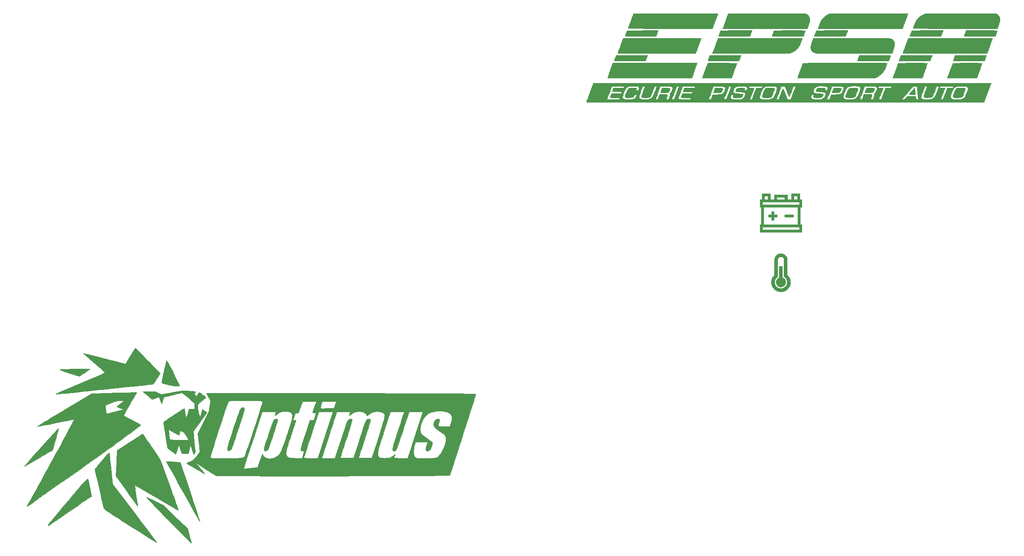
<source format=gbr>
G04 #@! TF.GenerationSoftware,KiCad,Pcbnew,(5.0.1)-3*
G04 #@! TF.CreationDate,2019-03-20T16:36:51+01:00*
G04 #@! TF.ProjectId,testprojet,7465737470726F6A65742E6B69636164,rev?*
G04 #@! TF.SameCoordinates,Original*
G04 #@! TF.FileFunction,Legend,Top*
G04 #@! TF.FilePolarity,Positive*
%FSLAX46Y46*%
G04 Gerber Fmt 4.6, Leading zero omitted, Abs format (unit mm)*
G04 Created by KiCad (PCBNEW (5.0.1)-3) date 20/03/2019 16:36:51*
%MOMM*%
%LPD*%
G01*
G04 APERTURE LIST*
%ADD10C,0.010000*%
G04 APERTURE END LIST*
D10*
G04 #@! TO.C,G\002A\002A\002A*
G36*
X233484380Y-130317049D02*
X233588688Y-130342017D01*
X233665184Y-130398327D01*
X233711242Y-130498449D01*
X233724235Y-130654851D01*
X233701536Y-130880006D01*
X233640520Y-131186382D01*
X233538559Y-131586450D01*
X233393028Y-132092679D01*
X233201299Y-132717540D01*
X232960748Y-133473503D01*
X232668746Y-134373038D01*
X232560270Y-134704667D01*
X232247215Y-135659136D01*
X231981321Y-136465937D01*
X231757665Y-137138528D01*
X231571327Y-137690366D01*
X231417383Y-138134907D01*
X231290914Y-138485609D01*
X231186996Y-138755929D01*
X231100708Y-138959324D01*
X231027128Y-139109251D01*
X230961334Y-139219167D01*
X230898405Y-139302530D01*
X230864887Y-139340167D01*
X230670407Y-139473662D01*
X230446306Y-139528151D01*
X230252020Y-139498640D01*
X230153198Y-139399968D01*
X230134335Y-139327071D01*
X230130265Y-139229548D01*
X230144813Y-139093824D01*
X230181801Y-138906325D01*
X230245055Y-138653473D01*
X230338398Y-138321695D01*
X230465653Y-137897414D01*
X230630647Y-137367056D01*
X230837201Y-136717046D01*
X231089140Y-135933807D01*
X231390289Y-135003765D01*
X231399916Y-134974094D01*
X231722368Y-133982745D01*
X231998892Y-133140827D01*
X232234836Y-132436389D01*
X232435552Y-131857479D01*
X232606387Y-131392144D01*
X232752691Y-131028435D01*
X232879814Y-130754398D01*
X232993105Y-130558084D01*
X233097914Y-130427539D01*
X233199590Y-130350812D01*
X233303482Y-130315953D01*
X233414941Y-130311009D01*
X233484380Y-130317049D01*
X233484380Y-130317049D01*
G37*
X233484380Y-130317049D02*
X233588688Y-130342017D01*
X233665184Y-130398327D01*
X233711242Y-130498449D01*
X233724235Y-130654851D01*
X233701536Y-130880006D01*
X233640520Y-131186382D01*
X233538559Y-131586450D01*
X233393028Y-132092679D01*
X233201299Y-132717540D01*
X232960748Y-133473503D01*
X232668746Y-134373038D01*
X232560270Y-134704667D01*
X232247215Y-135659136D01*
X231981321Y-136465937D01*
X231757665Y-137138528D01*
X231571327Y-137690366D01*
X231417383Y-138134907D01*
X231290914Y-138485609D01*
X231186996Y-138755929D01*
X231100708Y-138959324D01*
X231027128Y-139109251D01*
X230961334Y-139219167D01*
X230898405Y-139302530D01*
X230864887Y-139340167D01*
X230670407Y-139473662D01*
X230446306Y-139528151D01*
X230252020Y-139498640D01*
X230153198Y-139399968D01*
X230134335Y-139327071D01*
X230130265Y-139229548D01*
X230144813Y-139093824D01*
X230181801Y-138906325D01*
X230245055Y-138653473D01*
X230338398Y-138321695D01*
X230465653Y-137897414D01*
X230630647Y-137367056D01*
X230837201Y-136717046D01*
X231089140Y-135933807D01*
X231390289Y-135003765D01*
X231399916Y-134974094D01*
X231722368Y-133982745D01*
X231998892Y-133140827D01*
X232234836Y-132436389D01*
X232435552Y-131857479D01*
X232606387Y-131392144D01*
X232752691Y-131028435D01*
X232879814Y-130754398D01*
X232993105Y-130558084D01*
X233097914Y-130427539D01*
X233199590Y-130350812D01*
X233303482Y-130315953D01*
X233414941Y-130311009D01*
X233484380Y-130317049D01*
G36*
X240783859Y-132785543D02*
X240830772Y-132846301D01*
X240846026Y-132957835D01*
X240827148Y-133133602D01*
X240771663Y-133387057D01*
X240677098Y-133731660D01*
X240540980Y-134180865D01*
X240360834Y-134748131D01*
X240134186Y-135446915D01*
X239858564Y-136290673D01*
X239796325Y-136481126D01*
X239512113Y-137341011D01*
X239272331Y-138044379D01*
X239074668Y-138597470D01*
X238916811Y-139006519D01*
X238796448Y-139277766D01*
X238711268Y-139417448D01*
X238705737Y-139423293D01*
X238475898Y-139572463D01*
X238232195Y-139608734D01*
X238032678Y-139525926D01*
X238005880Y-139497828D01*
X237953373Y-139364382D01*
X237966383Y-139141036D01*
X238000301Y-138968662D01*
X238066939Y-138711228D01*
X238176575Y-138335312D01*
X238321361Y-137864332D01*
X238493448Y-137321704D01*
X238684987Y-136730847D01*
X238888130Y-136115178D01*
X239095026Y-135498114D01*
X239297827Y-134903073D01*
X239488684Y-134353473D01*
X239659748Y-133872730D01*
X239803171Y-133484263D01*
X239911102Y-133211488D01*
X239973908Y-133080403D01*
X240152704Y-132876222D01*
X240369071Y-132787163D01*
X240477904Y-132773348D01*
X240604951Y-132762523D01*
X240707761Y-132762102D01*
X240783859Y-132785543D01*
X240783859Y-132785543D01*
G37*
X240783859Y-132785543D02*
X240830772Y-132846301D01*
X240846026Y-132957835D01*
X240827148Y-133133602D01*
X240771663Y-133387057D01*
X240677098Y-133731660D01*
X240540980Y-134180865D01*
X240360834Y-134748131D01*
X240134186Y-135446915D01*
X239858564Y-136290673D01*
X239796325Y-136481126D01*
X239512113Y-137341011D01*
X239272331Y-138044379D01*
X239074668Y-138597470D01*
X238916811Y-139006519D01*
X238796448Y-139277766D01*
X238711268Y-139417448D01*
X238705737Y-139423293D01*
X238475898Y-139572463D01*
X238232195Y-139608734D01*
X238032678Y-139525926D01*
X238005880Y-139497828D01*
X237953373Y-139364382D01*
X237966383Y-139141036D01*
X238000301Y-138968662D01*
X238066939Y-138711228D01*
X238176575Y-138335312D01*
X238321361Y-137864332D01*
X238493448Y-137321704D01*
X238684987Y-136730847D01*
X238888130Y-136115178D01*
X239095026Y-135498114D01*
X239297827Y-134903073D01*
X239488684Y-134353473D01*
X239659748Y-133872730D01*
X239803171Y-133484263D01*
X239911102Y-133211488D01*
X239973908Y-133080403D01*
X240152704Y-132876222D01*
X240369071Y-132787163D01*
X240477904Y-132773348D01*
X240604951Y-132762523D01*
X240707761Y-132762102D01*
X240783859Y-132785543D01*
G36*
X200766908Y-122112096D02*
X200883646Y-122117928D01*
X200887489Y-122119267D01*
X200836929Y-122177693D01*
X200670806Y-122307579D01*
X200416977Y-122490362D01*
X200103298Y-122707475D01*
X199757626Y-122940352D01*
X199407817Y-123170430D01*
X199081727Y-123379143D01*
X198807213Y-123547925D01*
X198612132Y-123658211D01*
X198527496Y-123692110D01*
X198418935Y-123664188D01*
X198173791Y-123588946D01*
X197815648Y-123474020D01*
X197368089Y-123327045D01*
X196854700Y-123155656D01*
X196491368Y-123032912D01*
X195948174Y-122846189D01*
X195456889Y-122672797D01*
X195040866Y-122521345D01*
X194723456Y-122400442D01*
X194528012Y-122318696D01*
X194477227Y-122290427D01*
X194515147Y-122264167D01*
X194687628Y-122239952D01*
X195000620Y-122217503D01*
X195460072Y-122196540D01*
X196071934Y-122176784D01*
X196842156Y-122157954D01*
X197620082Y-122142572D01*
X198342746Y-122130363D01*
X199010944Y-122120829D01*
X199606069Y-122114102D01*
X200109510Y-122110316D01*
X200502660Y-122109604D01*
X200766908Y-122112096D01*
X200766908Y-122112096D01*
G37*
X200766908Y-122112096D02*
X200883646Y-122117928D01*
X200887489Y-122119267D01*
X200836929Y-122177693D01*
X200670806Y-122307579D01*
X200416977Y-122490362D01*
X200103298Y-122707475D01*
X199757626Y-122940352D01*
X199407817Y-123170430D01*
X199081727Y-123379143D01*
X198807213Y-123547925D01*
X198612132Y-123658211D01*
X198527496Y-123692110D01*
X198418935Y-123664188D01*
X198173791Y-123588946D01*
X197815648Y-123474020D01*
X197368089Y-123327045D01*
X196854700Y-123155656D01*
X196491368Y-123032912D01*
X195948174Y-122846189D01*
X195456889Y-122672797D01*
X195040866Y-122521345D01*
X194723456Y-122400442D01*
X194528012Y-122318696D01*
X194477227Y-122290427D01*
X194515147Y-122264167D01*
X194687628Y-122239952D01*
X195000620Y-122217503D01*
X195460072Y-122196540D01*
X196071934Y-122176784D01*
X196842156Y-122157954D01*
X197620082Y-122142572D01*
X198342746Y-122130363D01*
X199010944Y-122120829D01*
X199606069Y-122114102D01*
X200109510Y-122110316D01*
X200502660Y-122109604D01*
X200766908Y-122112096D01*
G36*
X217253823Y-120387623D02*
X217348165Y-120522511D01*
X217483139Y-120751334D01*
X217665194Y-121085590D01*
X217900780Y-121536775D01*
X218196345Y-122116387D01*
X218558338Y-122835922D01*
X218597592Y-122914320D01*
X218911750Y-123544274D01*
X219200452Y-124127587D01*
X219455179Y-124646709D01*
X219667410Y-125084085D01*
X219828625Y-125422162D01*
X219930306Y-125643387D01*
X219964000Y-125729487D01*
X219931232Y-125772080D01*
X219817008Y-125793901D01*
X219597445Y-125795586D01*
X219248661Y-125777771D01*
X218948000Y-125756534D01*
X218725911Y-125727651D01*
X218381259Y-125668254D01*
X217956397Y-125586246D01*
X217493680Y-125489531D01*
X217360500Y-125460313D01*
X216861971Y-125345214D01*
X216511298Y-125252543D01*
X216289455Y-125176011D01*
X216177417Y-125109327D01*
X216154000Y-125061380D01*
X216171523Y-124937072D01*
X216220251Y-124674464D01*
X216294417Y-124300504D01*
X216388255Y-123842141D01*
X216496000Y-123326324D01*
X216611886Y-122780000D01*
X216730147Y-122230119D01*
X216845017Y-121703628D01*
X216950731Y-121227475D01*
X217041523Y-120828611D01*
X217111627Y-120533982D01*
X217155277Y-120370537D01*
X217161241Y-120353667D01*
X217193665Y-120335174D01*
X217253823Y-120387623D01*
X217253823Y-120387623D01*
G37*
X217253823Y-120387623D02*
X217348165Y-120522511D01*
X217483139Y-120751334D01*
X217665194Y-121085590D01*
X217900780Y-121536775D01*
X218196345Y-122116387D01*
X218558338Y-122835922D01*
X218597592Y-122914320D01*
X218911750Y-123544274D01*
X219200452Y-124127587D01*
X219455179Y-124646709D01*
X219667410Y-125084085D01*
X219828625Y-125422162D01*
X219930306Y-125643387D01*
X219964000Y-125729487D01*
X219931232Y-125772080D01*
X219817008Y-125793901D01*
X219597445Y-125795586D01*
X219248661Y-125777771D01*
X218948000Y-125756534D01*
X218725911Y-125727651D01*
X218381259Y-125668254D01*
X217956397Y-125586246D01*
X217493680Y-125489531D01*
X217360500Y-125460313D01*
X216861971Y-125345214D01*
X216511298Y-125252543D01*
X216289455Y-125176011D01*
X216177417Y-125109327D01*
X216154000Y-125061380D01*
X216171523Y-124937072D01*
X216220251Y-124674464D01*
X216294417Y-124300504D01*
X216388255Y-123842141D01*
X216496000Y-123326324D01*
X216611886Y-122780000D01*
X216730147Y-122230119D01*
X216845017Y-121703628D01*
X216950731Y-121227475D01*
X217041523Y-120828611D01*
X217111627Y-120533982D01*
X217155277Y-120370537D01*
X217161241Y-120353667D01*
X217193665Y-120335174D01*
X217253823Y-120387623D01*
G36*
X210634388Y-117745087D02*
X210804597Y-117910317D01*
X211062957Y-118167307D01*
X211394756Y-118501007D01*
X211785283Y-118896367D01*
X212219824Y-119338339D01*
X212683667Y-119811873D01*
X213162100Y-120301920D01*
X213640410Y-120793430D01*
X214103885Y-121271354D01*
X214537812Y-121720643D01*
X214927479Y-122126247D01*
X215258174Y-122473117D01*
X215515183Y-122746203D01*
X215550920Y-122784673D01*
X215836841Y-123093253D01*
X215137384Y-124206980D01*
X214890650Y-124592491D01*
X214669571Y-124924221D01*
X214491848Y-125176649D01*
X214375183Y-125324257D01*
X214343463Y-125351513D01*
X214247480Y-125364505D01*
X213995600Y-125393568D01*
X213600366Y-125437393D01*
X213074320Y-125494666D01*
X212430004Y-125564078D01*
X211679960Y-125644315D01*
X210836730Y-125734068D01*
X209912857Y-125832024D01*
X208920883Y-125936871D01*
X207873350Y-126047299D01*
X206782800Y-126161996D01*
X205661775Y-126279649D01*
X204522818Y-126398949D01*
X203378471Y-126518583D01*
X202241275Y-126637240D01*
X201123773Y-126753608D01*
X200038508Y-126866376D01*
X198998020Y-126974232D01*
X198014854Y-127075865D01*
X197101550Y-127169964D01*
X196270651Y-127255216D01*
X195534699Y-127330311D01*
X194906237Y-127393936D01*
X194397806Y-127444781D01*
X194021948Y-127481534D01*
X193791207Y-127502883D01*
X193720398Y-127508000D01*
X193582661Y-127494183D01*
X193559647Y-127468131D01*
X193642434Y-127429170D01*
X193868287Y-127329865D01*
X194224274Y-127175746D01*
X194697465Y-126972343D01*
X195274930Y-126725186D01*
X195943738Y-126439803D01*
X196690960Y-126121726D01*
X197503664Y-125776484D01*
X198368921Y-125409606D01*
X198791481Y-125230674D01*
X199678542Y-124854529D01*
X200520163Y-124496331D01*
X201303272Y-124161727D01*
X202014796Y-123856368D01*
X202641664Y-123585900D01*
X203170803Y-123355972D01*
X203589141Y-123172232D01*
X203883605Y-123040328D01*
X204041125Y-122965909D01*
X204064020Y-122952512D01*
X204024207Y-122875003D01*
X203858619Y-122695782D01*
X203572810Y-122420033D01*
X203172333Y-122052940D01*
X202662740Y-121599688D01*
X202049586Y-121065460D01*
X201957797Y-120986227D01*
X201334146Y-120448478D01*
X200826886Y-120010898D01*
X200424275Y-119662954D01*
X200114567Y-119394115D01*
X199886019Y-119193848D01*
X199726885Y-119051621D01*
X199625423Y-118956901D01*
X199569886Y-118899157D01*
X199548532Y-118867855D01*
X199549615Y-118852464D01*
X199561392Y-118842451D01*
X199564373Y-118839807D01*
X199651061Y-118853322D01*
X199886564Y-118905439D01*
X200255732Y-118992440D01*
X200743421Y-119110606D01*
X201334483Y-119256220D01*
X202013773Y-119425563D01*
X202766143Y-119614916D01*
X203576448Y-119820561D01*
X204004333Y-119929800D01*
X204839121Y-120142374D01*
X205624415Y-120340473D01*
X206344960Y-120520379D01*
X206985498Y-120678370D01*
X207530774Y-120810728D01*
X207965532Y-120913731D01*
X208274514Y-120983660D01*
X208442466Y-121016795D01*
X208468810Y-121018389D01*
X208528352Y-120937850D01*
X208661215Y-120732836D01*
X208854251Y-120424465D01*
X209094313Y-120033857D01*
X209368256Y-119582127D01*
X209517557Y-119333714D01*
X209803291Y-118861271D01*
X210062066Y-118441757D01*
X210280799Y-118095705D01*
X210446407Y-117843645D01*
X210545809Y-117706110D01*
X210567045Y-117686667D01*
X210634388Y-117745087D01*
X210634388Y-117745087D01*
G37*
X210634388Y-117745087D02*
X210804597Y-117910317D01*
X211062957Y-118167307D01*
X211394756Y-118501007D01*
X211785283Y-118896367D01*
X212219824Y-119338339D01*
X212683667Y-119811873D01*
X213162100Y-120301920D01*
X213640410Y-120793430D01*
X214103885Y-121271354D01*
X214537812Y-121720643D01*
X214927479Y-122126247D01*
X215258174Y-122473117D01*
X215515183Y-122746203D01*
X215550920Y-122784673D01*
X215836841Y-123093253D01*
X215137384Y-124206980D01*
X214890650Y-124592491D01*
X214669571Y-124924221D01*
X214491848Y-125176649D01*
X214375183Y-125324257D01*
X214343463Y-125351513D01*
X214247480Y-125364505D01*
X213995600Y-125393568D01*
X213600366Y-125437393D01*
X213074320Y-125494666D01*
X212430004Y-125564078D01*
X211679960Y-125644315D01*
X210836730Y-125734068D01*
X209912857Y-125832024D01*
X208920883Y-125936871D01*
X207873350Y-126047299D01*
X206782800Y-126161996D01*
X205661775Y-126279649D01*
X204522818Y-126398949D01*
X203378471Y-126518583D01*
X202241275Y-126637240D01*
X201123773Y-126753608D01*
X200038508Y-126866376D01*
X198998020Y-126974232D01*
X198014854Y-127075865D01*
X197101550Y-127169964D01*
X196270651Y-127255216D01*
X195534699Y-127330311D01*
X194906237Y-127393936D01*
X194397806Y-127444781D01*
X194021948Y-127481534D01*
X193791207Y-127502883D01*
X193720398Y-127508000D01*
X193582661Y-127494183D01*
X193559647Y-127468131D01*
X193642434Y-127429170D01*
X193868287Y-127329865D01*
X194224274Y-127175746D01*
X194697465Y-126972343D01*
X195274930Y-126725186D01*
X195943738Y-126439803D01*
X196690960Y-126121726D01*
X197503664Y-125776484D01*
X198368921Y-125409606D01*
X198791481Y-125230674D01*
X199678542Y-124854529D01*
X200520163Y-124496331D01*
X201303272Y-124161727D01*
X202014796Y-123856368D01*
X202641664Y-123585900D01*
X203170803Y-123355972D01*
X203589141Y-123172232D01*
X203883605Y-123040328D01*
X204041125Y-122965909D01*
X204064020Y-122952512D01*
X204024207Y-122875003D01*
X203858619Y-122695782D01*
X203572810Y-122420033D01*
X203172333Y-122052940D01*
X202662740Y-121599688D01*
X202049586Y-121065460D01*
X201957797Y-120986227D01*
X201334146Y-120448478D01*
X200826886Y-120010898D01*
X200424275Y-119662954D01*
X200114567Y-119394115D01*
X199886019Y-119193848D01*
X199726885Y-119051621D01*
X199625423Y-118956901D01*
X199569886Y-118899157D01*
X199548532Y-118867855D01*
X199549615Y-118852464D01*
X199561392Y-118842451D01*
X199564373Y-118839807D01*
X199651061Y-118853322D01*
X199886564Y-118905439D01*
X200255732Y-118992440D01*
X200743421Y-119110606D01*
X201334483Y-119256220D01*
X202013773Y-119425563D01*
X202766143Y-119614916D01*
X203576448Y-119820561D01*
X204004333Y-119929800D01*
X204839121Y-120142374D01*
X205624415Y-120340473D01*
X206344960Y-120520379D01*
X206985498Y-120678370D01*
X207530774Y-120810728D01*
X207965532Y-120913731D01*
X208274514Y-120983660D01*
X208442466Y-121016795D01*
X208468810Y-121018389D01*
X208528352Y-120937850D01*
X208661215Y-120732836D01*
X208854251Y-120424465D01*
X209094313Y-120033857D01*
X209368256Y-119582127D01*
X209517557Y-119333714D01*
X209803291Y-118861271D01*
X210062066Y-118441757D01*
X210280799Y-118095705D01*
X210446407Y-117843645D01*
X210545809Y-117706110D01*
X210567045Y-117686667D01*
X210634388Y-117745087D01*
G36*
X220992919Y-126753634D02*
X221347961Y-126771363D01*
X221754354Y-126797246D01*
X222176885Y-126828469D01*
X222580337Y-126862216D01*
X222929497Y-126895673D01*
X223189148Y-126926025D01*
X223324076Y-126950458D01*
X223334369Y-126955481D01*
X223314407Y-127038484D01*
X223224972Y-127197763D01*
X223221107Y-127203690D01*
X223140458Y-127344338D01*
X223138534Y-127453555D01*
X223228804Y-127591179D01*
X223336559Y-127716535D01*
X223595101Y-128010998D01*
X223861165Y-127545966D01*
X224127229Y-127080935D01*
X224564447Y-127396501D01*
X224958757Y-127682560D01*
X225234472Y-127887002D01*
X225411432Y-128025731D01*
X225509478Y-128114648D01*
X225548448Y-128169656D01*
X225552000Y-128188069D01*
X225489346Y-128263342D01*
X225318275Y-128420298D01*
X225064120Y-128636771D01*
X224752215Y-128890597D01*
X224716719Y-128918853D01*
X223881438Y-129582333D01*
X223828317Y-130141039D01*
X223810706Y-130428319D01*
X223823368Y-130690325D01*
X223873980Y-130979847D01*
X223970216Y-131349677D01*
X224037594Y-131580372D01*
X224145752Y-131939426D01*
X224236144Y-132232141D01*
X224298086Y-132424384D01*
X224320116Y-132483064D01*
X224348380Y-132415947D01*
X224409536Y-132217103D01*
X224494083Y-131918749D01*
X224576111Y-131615231D01*
X224676038Y-131255407D01*
X224765170Y-130965680D01*
X224832693Y-130779350D01*
X224864491Y-130727075D01*
X224950579Y-130779674D01*
X225123520Y-130915248D01*
X225325600Y-131086908D01*
X225734200Y-131445000D01*
X224299207Y-133441301D01*
X222864214Y-135437603D01*
X223096566Y-137624725D01*
X223328918Y-139811848D01*
X223162096Y-140094590D01*
X223052990Y-140274364D01*
X222988028Y-140371666D01*
X222982052Y-140377333D01*
X222950798Y-140302415D01*
X222875062Y-140097926D01*
X222765889Y-139794266D01*
X222634328Y-139421833D01*
X222621355Y-139384801D01*
X222273878Y-138392268D01*
X222069849Y-139278967D01*
X221865820Y-140165667D01*
X220443888Y-140165667D01*
X220133332Y-139234333D01*
X219822775Y-138303000D01*
X219500833Y-139276667D01*
X219374830Y-139654399D01*
X219267915Y-139968626D01*
X219191180Y-140187184D01*
X219155719Y-140277906D01*
X219155420Y-140278303D01*
X219083160Y-140240976D01*
X218902038Y-140119036D01*
X218637839Y-139930550D01*
X218316348Y-139693588D01*
X218249452Y-139643476D01*
X217366955Y-138980680D01*
X216965198Y-136398173D01*
X216863750Y-135749041D01*
X216768858Y-135147509D01*
X216739010Y-134960270D01*
X217578720Y-134960270D01*
X217626409Y-135276968D01*
X217659962Y-135511961D01*
X217706064Y-135850383D01*
X217755954Y-136227678D01*
X217767064Y-136313333D01*
X217813281Y-136654158D01*
X217855465Y-136935571D01*
X217886523Y-137111221D01*
X217893358Y-137138833D01*
X217945646Y-137174373D01*
X218087810Y-137201657D01*
X218335535Y-137221507D01*
X218704506Y-137234744D01*
X219210407Y-137242187D01*
X219868923Y-137244658D01*
X219915691Y-137244667D01*
X221904698Y-137244667D01*
X221367377Y-136382288D01*
X221124758Y-136000992D01*
X220938266Y-135738537D01*
X220778973Y-135567344D01*
X220617952Y-135459830D01*
X220426275Y-135388416D01*
X220286732Y-135351957D01*
X220148422Y-135330075D01*
X220072360Y-135376879D01*
X220027445Y-135530171D01*
X220001032Y-135699200D01*
X219955883Y-135958721D01*
X219908366Y-136153124D01*
X219889590Y-136202157D01*
X219796084Y-136204643D01*
X219568421Y-136110575D01*
X219205369Y-135919357D01*
X218707484Y-135631459D01*
X217578720Y-134960270D01*
X216739010Y-134960270D01*
X216684088Y-134615743D01*
X216613006Y-134175909D01*
X216559178Y-133850175D01*
X216526169Y-133660706D01*
X216519565Y-133627917D01*
X216520328Y-133566561D01*
X216559174Y-133492394D01*
X216649952Y-133394876D01*
X216806508Y-133263467D01*
X217042692Y-133087628D01*
X217372350Y-132856818D01*
X217809332Y-132560497D01*
X218367485Y-132188126D01*
X218706678Y-131963277D01*
X219383193Y-131519586D01*
X219948966Y-131157295D01*
X220398358Y-130879807D01*
X220725731Y-130690525D01*
X220925448Y-130592851D01*
X220990795Y-130584693D01*
X221020472Y-130703807D01*
X221061420Y-130954131D01*
X221108114Y-131298375D01*
X221152700Y-131677833D01*
X221199386Y-132064813D01*
X221245918Y-132381502D01*
X221286883Y-132595064D01*
X221316689Y-132672667D01*
X221361088Y-132596620D01*
X221442523Y-132388957D01*
X221549835Y-132080390D01*
X221671866Y-131701633D01*
X221685813Y-131656667D01*
X221999723Y-130640667D01*
X223181333Y-130640667D01*
X223181333Y-129466242D01*
X221864922Y-128338954D01*
X221462221Y-127997238D01*
X221099242Y-127695144D01*
X220796846Y-127449557D01*
X220575897Y-127277363D01*
X220457258Y-127195445D01*
X220446755Y-127191173D01*
X220338710Y-127206272D01*
X220091873Y-127259862D01*
X219730851Y-127345988D01*
X219280248Y-127458695D01*
X218764669Y-127592026D01*
X218482333Y-127666661D01*
X216619666Y-128162642D01*
X216408000Y-128844880D01*
X216305141Y-129163066D01*
X216215663Y-129415924D01*
X216154512Y-129562018D01*
X216142830Y-129580007D01*
X216097089Y-129528301D01*
X216017731Y-129346141D01*
X215917829Y-129065840D01*
X215854318Y-128866780D01*
X215746463Y-128536223D01*
X215649706Y-128277329D01*
X215577973Y-128125598D01*
X215553763Y-128100667D01*
X215449346Y-128128225D01*
X215227272Y-128201747D01*
X214928347Y-128307500D01*
X214802750Y-128353407D01*
X214117282Y-128606147D01*
X213151650Y-127824240D01*
X212810516Y-127544203D01*
X212521489Y-127299685D01*
X212307974Y-127111062D01*
X212193382Y-126998705D01*
X212180342Y-126978833D01*
X212258192Y-126957096D01*
X212476762Y-126938563D01*
X212807450Y-126924623D01*
X213221652Y-126916663D01*
X213488879Y-126915333D01*
X214803092Y-126915333D01*
X215464061Y-127247662D01*
X216125029Y-127579990D01*
X218148793Y-127162995D01*
X218856265Y-127022503D01*
X219490732Y-126906936D01*
X220029235Y-126820003D01*
X220448813Y-126765414D01*
X220724445Y-126746873D01*
X220992919Y-126753634D01*
X220992919Y-126753634D01*
G37*
X220992919Y-126753634D02*
X221347961Y-126771363D01*
X221754354Y-126797246D01*
X222176885Y-126828469D01*
X222580337Y-126862216D01*
X222929497Y-126895673D01*
X223189148Y-126926025D01*
X223324076Y-126950458D01*
X223334369Y-126955481D01*
X223314407Y-127038484D01*
X223224972Y-127197763D01*
X223221107Y-127203690D01*
X223140458Y-127344338D01*
X223138534Y-127453555D01*
X223228804Y-127591179D01*
X223336559Y-127716535D01*
X223595101Y-128010998D01*
X223861165Y-127545966D01*
X224127229Y-127080935D01*
X224564447Y-127396501D01*
X224958757Y-127682560D01*
X225234472Y-127887002D01*
X225411432Y-128025731D01*
X225509478Y-128114648D01*
X225548448Y-128169656D01*
X225552000Y-128188069D01*
X225489346Y-128263342D01*
X225318275Y-128420298D01*
X225064120Y-128636771D01*
X224752215Y-128890597D01*
X224716719Y-128918853D01*
X223881438Y-129582333D01*
X223828317Y-130141039D01*
X223810706Y-130428319D01*
X223823368Y-130690325D01*
X223873980Y-130979847D01*
X223970216Y-131349677D01*
X224037594Y-131580372D01*
X224145752Y-131939426D01*
X224236144Y-132232141D01*
X224298086Y-132424384D01*
X224320116Y-132483064D01*
X224348380Y-132415947D01*
X224409536Y-132217103D01*
X224494083Y-131918749D01*
X224576111Y-131615231D01*
X224676038Y-131255407D01*
X224765170Y-130965680D01*
X224832693Y-130779350D01*
X224864491Y-130727075D01*
X224950579Y-130779674D01*
X225123520Y-130915248D01*
X225325600Y-131086908D01*
X225734200Y-131445000D01*
X224299207Y-133441301D01*
X222864214Y-135437603D01*
X223096566Y-137624725D01*
X223328918Y-139811848D01*
X223162096Y-140094590D01*
X223052990Y-140274364D01*
X222988028Y-140371666D01*
X222982052Y-140377333D01*
X222950798Y-140302415D01*
X222875062Y-140097926D01*
X222765889Y-139794266D01*
X222634328Y-139421833D01*
X222621355Y-139384801D01*
X222273878Y-138392268D01*
X222069849Y-139278967D01*
X221865820Y-140165667D01*
X220443888Y-140165667D01*
X220133332Y-139234333D01*
X219822775Y-138303000D01*
X219500833Y-139276667D01*
X219374830Y-139654399D01*
X219267915Y-139968626D01*
X219191180Y-140187184D01*
X219155719Y-140277906D01*
X219155420Y-140278303D01*
X219083160Y-140240976D01*
X218902038Y-140119036D01*
X218637839Y-139930550D01*
X218316348Y-139693588D01*
X218249452Y-139643476D01*
X217366955Y-138980680D01*
X216965198Y-136398173D01*
X216863750Y-135749041D01*
X216768858Y-135147509D01*
X216739010Y-134960270D01*
X217578720Y-134960270D01*
X217626409Y-135276968D01*
X217659962Y-135511961D01*
X217706064Y-135850383D01*
X217755954Y-136227678D01*
X217767064Y-136313333D01*
X217813281Y-136654158D01*
X217855465Y-136935571D01*
X217886523Y-137111221D01*
X217893358Y-137138833D01*
X217945646Y-137174373D01*
X218087810Y-137201657D01*
X218335535Y-137221507D01*
X218704506Y-137234744D01*
X219210407Y-137242187D01*
X219868923Y-137244658D01*
X219915691Y-137244667D01*
X221904698Y-137244667D01*
X221367377Y-136382288D01*
X221124758Y-136000992D01*
X220938266Y-135738537D01*
X220778973Y-135567344D01*
X220617952Y-135459830D01*
X220426275Y-135388416D01*
X220286732Y-135351957D01*
X220148422Y-135330075D01*
X220072360Y-135376879D01*
X220027445Y-135530171D01*
X220001032Y-135699200D01*
X219955883Y-135958721D01*
X219908366Y-136153124D01*
X219889590Y-136202157D01*
X219796084Y-136204643D01*
X219568421Y-136110575D01*
X219205369Y-135919357D01*
X218707484Y-135631459D01*
X217578720Y-134960270D01*
X216739010Y-134960270D01*
X216684088Y-134615743D01*
X216613006Y-134175909D01*
X216559178Y-133850175D01*
X216526169Y-133660706D01*
X216519565Y-133627917D01*
X216520328Y-133566561D01*
X216559174Y-133492394D01*
X216649952Y-133394876D01*
X216806508Y-133263467D01*
X217042692Y-133087628D01*
X217372350Y-132856818D01*
X217809332Y-132560497D01*
X218367485Y-132188126D01*
X218706678Y-131963277D01*
X219383193Y-131519586D01*
X219948966Y-131157295D01*
X220398358Y-130879807D01*
X220725731Y-130690525D01*
X220925448Y-130592851D01*
X220990795Y-130584693D01*
X221020472Y-130703807D01*
X221061420Y-130954131D01*
X221108114Y-131298375D01*
X221152700Y-131677833D01*
X221199386Y-132064813D01*
X221245918Y-132381502D01*
X221286883Y-132595064D01*
X221316689Y-132672667D01*
X221361088Y-132596620D01*
X221442523Y-132388957D01*
X221549835Y-132080390D01*
X221671866Y-131701633D01*
X221685813Y-131656667D01*
X221999723Y-130640667D01*
X223181333Y-130640667D01*
X223181333Y-129466242D01*
X221864922Y-128338954D01*
X221462221Y-127997238D01*
X221099242Y-127695144D01*
X220796846Y-127449557D01*
X220575897Y-127277363D01*
X220457258Y-127195445D01*
X220446755Y-127191173D01*
X220338710Y-127206272D01*
X220091873Y-127259862D01*
X219730851Y-127345988D01*
X219280248Y-127458695D01*
X218764669Y-127592026D01*
X218482333Y-127666661D01*
X216619666Y-128162642D01*
X216408000Y-128844880D01*
X216305141Y-129163066D01*
X216215663Y-129415924D01*
X216154512Y-129562018D01*
X216142830Y-129580007D01*
X216097089Y-129528301D01*
X216017731Y-129346141D01*
X215917829Y-129065840D01*
X215854318Y-128866780D01*
X215746463Y-128536223D01*
X215649706Y-128277329D01*
X215577973Y-128125598D01*
X215553763Y-128100667D01*
X215449346Y-128128225D01*
X215227272Y-128201747D01*
X214928347Y-128307500D01*
X214802750Y-128353407D01*
X214117282Y-128606147D01*
X213151650Y-127824240D01*
X212810516Y-127544203D01*
X212521489Y-127299685D01*
X212307974Y-127111062D01*
X212193382Y-126998705D01*
X212180342Y-126978833D01*
X212258192Y-126957096D01*
X212476762Y-126938563D01*
X212807450Y-126924623D01*
X213221652Y-126916663D01*
X213488879Y-126915333D01*
X214803092Y-126915333D01*
X215464061Y-127247662D01*
X216125029Y-127579990D01*
X218148793Y-127162995D01*
X218856265Y-127022503D01*
X219490732Y-126906936D01*
X220029235Y-126820003D01*
X220448813Y-126765414D01*
X220724445Y-126746873D01*
X220992919Y-126753634D01*
G36*
X194193309Y-134814081D02*
X194197723Y-134818168D01*
X194183885Y-134903592D01*
X194130558Y-135126500D01*
X194044721Y-135461547D01*
X193933354Y-135883382D01*
X193803435Y-136366660D01*
X193661944Y-136886031D01*
X193515858Y-137416149D01*
X193372158Y-137931665D01*
X193237821Y-138407232D01*
X193119827Y-138817501D01*
X193025154Y-139137125D01*
X192960782Y-139340757D01*
X192935235Y-139403621D01*
X192859565Y-139448593D01*
X192654477Y-139569134D01*
X192336773Y-139755405D01*
X191923252Y-139997568D01*
X191430714Y-140285783D01*
X190875959Y-140610211D01*
X190373000Y-140904205D01*
X189755842Y-141264943D01*
X189166574Y-141609508D01*
X188625904Y-141925785D01*
X188154538Y-142201654D01*
X187773183Y-142424999D01*
X187502545Y-142583700D01*
X187388500Y-142650762D01*
X187157354Y-142775783D01*
X186996614Y-142841100D01*
X186944000Y-142835875D01*
X186999162Y-142760518D01*
X187157919Y-142571106D01*
X187410173Y-142279079D01*
X187745831Y-141895875D01*
X188154794Y-141432932D01*
X188626968Y-140901689D01*
X189152256Y-140313585D01*
X189720562Y-139680057D01*
X190174128Y-139176239D01*
X190940913Y-138325831D01*
X191602232Y-137592618D01*
X192166000Y-136968026D01*
X192640135Y-136443479D01*
X193032553Y-136010403D01*
X193351171Y-135660223D01*
X193603906Y-135384365D01*
X193798674Y-135174253D01*
X193943392Y-135021314D01*
X194045976Y-134916971D01*
X194114343Y-134852652D01*
X194156410Y-134819780D01*
X194180093Y-134809781D01*
X194193309Y-134814081D01*
X194193309Y-134814081D01*
G37*
X194193309Y-134814081D02*
X194197723Y-134818168D01*
X194183885Y-134903592D01*
X194130558Y-135126500D01*
X194044721Y-135461547D01*
X193933354Y-135883382D01*
X193803435Y-136366660D01*
X193661944Y-136886031D01*
X193515858Y-137416149D01*
X193372158Y-137931665D01*
X193237821Y-138407232D01*
X193119827Y-138817501D01*
X193025154Y-139137125D01*
X192960782Y-139340757D01*
X192935235Y-139403621D01*
X192859565Y-139448593D01*
X192654477Y-139569134D01*
X192336773Y-139755405D01*
X191923252Y-139997568D01*
X191430714Y-140285783D01*
X190875959Y-140610211D01*
X190373000Y-140904205D01*
X189755842Y-141264943D01*
X189166574Y-141609508D01*
X188625904Y-141925785D01*
X188154538Y-142201654D01*
X187773183Y-142424999D01*
X187502545Y-142583700D01*
X187388500Y-142650762D01*
X187157354Y-142775783D01*
X186996614Y-142841100D01*
X186944000Y-142835875D01*
X186999162Y-142760518D01*
X187157919Y-142571106D01*
X187410173Y-142279079D01*
X187745831Y-141895875D01*
X188154794Y-141432932D01*
X188626968Y-140901689D01*
X189152256Y-140313585D01*
X189720562Y-139680057D01*
X190174128Y-139176239D01*
X190940913Y-138325831D01*
X191602232Y-137592618D01*
X192166000Y-136968026D01*
X192640135Y-136443479D01*
X193032553Y-136010403D01*
X193351171Y-135660223D01*
X193603906Y-135384365D01*
X193798674Y-135174253D01*
X193943392Y-135021314D01*
X194045976Y-134916971D01*
X194114343Y-134852652D01*
X194156410Y-134819780D01*
X194180093Y-134809781D01*
X194193309Y-134814081D01*
G36*
X237213654Y-127269937D02*
X238592735Y-127270690D01*
X240052965Y-127271991D01*
X241586543Y-127273813D01*
X243185667Y-127276132D01*
X244842534Y-127278920D01*
X246549343Y-127282154D01*
X248298292Y-127285806D01*
X250081580Y-127289852D01*
X251891404Y-127294265D01*
X253719963Y-127299020D01*
X255559455Y-127304091D01*
X257402078Y-127309452D01*
X259240030Y-127315077D01*
X261065510Y-127320942D01*
X262870716Y-127327020D01*
X264647846Y-127333285D01*
X266389098Y-127339711D01*
X268086670Y-127346274D01*
X269732761Y-127352947D01*
X271319569Y-127359704D01*
X272839291Y-127366520D01*
X274284127Y-127373370D01*
X275646275Y-127380226D01*
X276917932Y-127387064D01*
X278091296Y-127393858D01*
X279158567Y-127400582D01*
X280111942Y-127407210D01*
X280943619Y-127413718D01*
X281645797Y-127420078D01*
X282210674Y-127426265D01*
X282630447Y-127432254D01*
X282897316Y-127438019D01*
X283003479Y-127443533D01*
X283004989Y-127444101D01*
X282988107Y-127531528D01*
X282922410Y-127769579D01*
X282811169Y-128147751D01*
X282657658Y-128655544D01*
X282465149Y-129282458D01*
X282236913Y-130017992D01*
X281976223Y-130851646D01*
X281686352Y-131772918D01*
X281370571Y-132771308D01*
X281032154Y-133836316D01*
X280674371Y-134957440D01*
X280300497Y-136124181D01*
X280285121Y-136172061D01*
X277502379Y-144837147D01*
X271360356Y-144893176D01*
X270668213Y-144898639D01*
X269818082Y-144903895D01*
X268821312Y-144908921D01*
X267689247Y-144913695D01*
X266433234Y-144918194D01*
X265064620Y-144922396D01*
X263594751Y-144926278D01*
X262034973Y-144929816D01*
X260396633Y-144932989D01*
X258691077Y-144935774D01*
X256929651Y-144938149D01*
X255123702Y-144940089D01*
X253284576Y-144941574D01*
X251423619Y-144942580D01*
X249552178Y-144943085D01*
X247681599Y-144943066D01*
X246507000Y-144942774D01*
X227795666Y-144936343D01*
X227226069Y-144559117D01*
X226989491Y-144404910D01*
X226638131Y-144179140D01*
X226200725Y-143900114D01*
X225706011Y-143586133D01*
X225374222Y-143376497D01*
X233595333Y-143376497D01*
X233674066Y-143379286D01*
X233888461Y-143367107D01*
X234205811Y-143343037D01*
X234593406Y-143310150D01*
X235018541Y-143271521D01*
X235448507Y-143230228D01*
X235850598Y-143189345D01*
X236192104Y-143151948D01*
X236440319Y-143121112D01*
X236562536Y-143099913D01*
X236569268Y-143096846D01*
X236612016Y-143002607D01*
X236696903Y-142774885D01*
X236814143Y-142441373D01*
X236953946Y-142029762D01*
X237066666Y-141689667D01*
X237264855Y-141096934D01*
X237419559Y-140660711D01*
X237533526Y-140374609D01*
X237609506Y-140232239D01*
X237650246Y-140227211D01*
X237659333Y-140312038D01*
X237728227Y-140493690D01*
X237905513Y-140708482D01*
X238147097Y-140915923D01*
X238408885Y-141075522D01*
X238549322Y-141129310D01*
X239185366Y-141221627D01*
X239812742Y-141152705D01*
X240404820Y-140929682D01*
X240934967Y-140559697D01*
X241037615Y-140462321D01*
X241183114Y-140306276D01*
X241299455Y-140157570D01*
X242625161Y-140157570D01*
X242646127Y-140354966D01*
X242703273Y-140511172D01*
X242793732Y-140643121D01*
X242824000Y-140677333D01*
X242996241Y-140843333D01*
X243180878Y-140964117D01*
X243407904Y-141046700D01*
X243707312Y-141098097D01*
X244109094Y-141125325D01*
X244643242Y-141135399D01*
X244784935Y-141136019D01*
X246026204Y-141139333D01*
X246056977Y-141047575D01*
X246409514Y-141047575D01*
X246447577Y-141084794D01*
X246552646Y-141110400D01*
X246746532Y-141126522D01*
X247051042Y-141135288D01*
X247487988Y-141138827D01*
X247879050Y-141139333D01*
X249396218Y-141139333D01*
X250210594Y-141139333D01*
X253060185Y-141139333D01*
X253366176Y-140186833D01*
X253808907Y-138813427D01*
X254204139Y-137597573D01*
X254553428Y-136534754D01*
X254858331Y-135620448D01*
X255120402Y-134850138D01*
X255341198Y-134219303D01*
X255522275Y-133723424D01*
X255665188Y-133357983D01*
X255771494Y-133118459D01*
X255838770Y-133004862D01*
X256052122Y-132818382D01*
X256302422Y-132757939D01*
X256338516Y-132757333D01*
X256551309Y-132787495D01*
X256669821Y-132862650D01*
X256673223Y-132870021D01*
X256687102Y-132942256D01*
X256682467Y-133053271D01*
X256655631Y-133215793D01*
X256602905Y-133442546D01*
X256520603Y-133746257D01*
X256405037Y-134139650D01*
X256252518Y-134635453D01*
X256059360Y-135246390D01*
X255821873Y-135985187D01*
X255536372Y-136864570D01*
X255350917Y-137433050D01*
X255107045Y-138180661D01*
X254880156Y-138878143D01*
X254675522Y-139509152D01*
X254498413Y-140057349D01*
X254354098Y-140506390D01*
X254247848Y-140839934D01*
X254184933Y-141041640D01*
X254169333Y-141096931D01*
X254249343Y-141111033D01*
X254470840Y-141120637D01*
X254806028Y-141125285D01*
X255227109Y-141124515D01*
X255576014Y-141120214D01*
X256982696Y-141097000D01*
X258187002Y-137414000D01*
X258495350Y-136472227D01*
X258756552Y-135678024D01*
X258975513Y-135017825D01*
X259157137Y-134478063D01*
X259306330Y-134045174D01*
X259427997Y-133705592D01*
X259527042Y-133445751D01*
X259608371Y-133252085D01*
X259676887Y-133111029D01*
X259737497Y-133009018D01*
X259795105Y-132932485D01*
X259816017Y-132908598D01*
X259987226Y-132803468D01*
X260212732Y-132759251D01*
X260426472Y-132778149D01*
X260562387Y-132862366D01*
X260573004Y-132883349D01*
X260582129Y-133033142D01*
X260552997Y-133280076D01*
X260518068Y-133454849D01*
X260477437Y-133598830D01*
X260390981Y-133883210D01*
X260265314Y-134287380D01*
X260107049Y-134790731D01*
X259922799Y-135372652D01*
X259719179Y-136012535D01*
X259502800Y-136689769D01*
X259280278Y-137383744D01*
X259058225Y-138073852D01*
X258843254Y-138739483D01*
X258641979Y-139360026D01*
X258461013Y-139914873D01*
X258306971Y-140383413D01*
X258186464Y-140745036D01*
X258106107Y-140979135D01*
X258085493Y-141035592D01*
X258103221Y-141075941D01*
X258205038Y-141103792D01*
X258410064Y-141120316D01*
X258737416Y-141126683D01*
X259206212Y-141124063D01*
X259468726Y-141120258D01*
X260893174Y-141097000D01*
X261231588Y-140063385D01*
X262178650Y-140063385D01*
X262179850Y-140279575D01*
X262208564Y-140463986D01*
X262261322Y-140632652D01*
X262284693Y-140690620D01*
X262437292Y-140914877D01*
X262623359Y-141043769D01*
X262837542Y-141087171D01*
X263169528Y-141115805D01*
X263568405Y-141129357D01*
X263983263Y-141127515D01*
X264363189Y-141109967D01*
X264657272Y-141076400D01*
X264745256Y-141056792D01*
X264967374Y-140956357D01*
X265242525Y-140782503D01*
X265443197Y-140628419D01*
X265680688Y-140432852D01*
X265806235Y-140351930D01*
X265835389Y-140388854D01*
X265783697Y-140546828D01*
X265726333Y-140686726D01*
X265644285Y-140900800D01*
X265601224Y-141047701D01*
X265599333Y-141065006D01*
X265679456Y-141089182D01*
X265901669Y-141110071D01*
X266238742Y-141126293D01*
X266663441Y-141136468D01*
X267066028Y-141139333D01*
X268532724Y-141139333D01*
X269036751Y-139577052D01*
X269786246Y-139577052D01*
X269799763Y-140103514D01*
X269891235Y-140533073D01*
X269984038Y-140731179D01*
X270160479Y-140949921D01*
X270358776Y-141107214D01*
X270407371Y-141130346D01*
X270578801Y-141160710D01*
X270887313Y-141181739D01*
X271300943Y-141193962D01*
X271787726Y-141197910D01*
X272315698Y-141194112D01*
X272852896Y-141183099D01*
X273367354Y-141165400D01*
X273827110Y-141141547D01*
X274200199Y-141112067D01*
X274454657Y-141077492D01*
X274516492Y-141062217D01*
X274901086Y-140874753D01*
X275258208Y-140560465D01*
X275601079Y-140105005D01*
X275920833Y-139538031D01*
X276302538Y-138705465D01*
X276554101Y-137974866D01*
X276676966Y-137341623D01*
X276690666Y-137079118D01*
X276647597Y-136687897D01*
X276505866Y-136348243D01*
X276246688Y-136033984D01*
X275851275Y-135718949D01*
X275593980Y-135551333D01*
X275236588Y-135320424D01*
X274869363Y-135067977D01*
X274566635Y-134845234D01*
X274543728Y-134827320D01*
X274251041Y-134551308D01*
X274097378Y-134271098D01*
X274068797Y-133941404D01*
X274146177Y-133536004D01*
X274303371Y-133130326D01*
X274520373Y-132876545D01*
X274807043Y-132764756D01*
X274921469Y-132757333D01*
X275151830Y-132779951D01*
X275280299Y-132865136D01*
X275316397Y-133038883D01*
X275269645Y-133327187D01*
X275210989Y-133547788D01*
X275126152Y-133845425D01*
X275055604Y-134092823D01*
X275019925Y-134217833D01*
X275015727Y-134274755D01*
X275056942Y-134314953D01*
X275167497Y-134341300D01*
X275371319Y-134356669D01*
X275692334Y-134363934D01*
X276154469Y-134365968D01*
X276253775Y-134366000D01*
X277529966Y-134366000D01*
X277752017Y-133667500D01*
X277902971Y-133127070D01*
X277969659Y-132700939D01*
X277952934Y-132357021D01*
X277853646Y-132063227D01*
X277797219Y-131962524D01*
X277471738Y-131595685D01*
X277011105Y-131325314D01*
X276420494Y-131153105D01*
X275705081Y-131080751D01*
X275132732Y-131090429D01*
X274309798Y-131182179D01*
X273613100Y-131359675D01*
X273018192Y-131631403D01*
X272503739Y-132003114D01*
X272158215Y-132387190D01*
X271835737Y-132892738D01*
X271557150Y-133471912D01*
X271343302Y-134076866D01*
X271215037Y-134659752D01*
X271187333Y-135024574D01*
X271200641Y-135294659D01*
X271250754Y-135533779D01*
X271352950Y-135759673D01*
X271522511Y-135990080D01*
X271774716Y-136242738D01*
X272124845Y-136535388D01*
X272588178Y-136885767D01*
X273121617Y-137270123D01*
X273459972Y-137517092D01*
X273674983Y-137710237D01*
X273782157Y-137892659D01*
X273797001Y-138107459D01*
X273735022Y-138397736D01*
X273640680Y-138712832D01*
X273452225Y-139168708D01*
X273216608Y-139464365D01*
X272930793Y-139603068D01*
X272801515Y-139615333D01*
X272539170Y-139554280D01*
X272396145Y-139378495D01*
X272372666Y-139226318D01*
X272397146Y-139064539D01*
X272461163Y-138793526D01*
X272550584Y-138464648D01*
X272651276Y-138129273D01*
X272749107Y-137838770D01*
X272769199Y-137785053D01*
X272760233Y-137739711D01*
X272678747Y-137707376D01*
X272503308Y-137686066D01*
X272212481Y-137673795D01*
X271784831Y-137668581D01*
X271504489Y-137668000D01*
X270194862Y-137668000D01*
X269992597Y-138366500D01*
X269850564Y-138986957D01*
X269786246Y-139577052D01*
X269036751Y-139577052D01*
X269099518Y-139382500D01*
X269260458Y-138884966D01*
X269463702Y-138258733D01*
X269698764Y-137535993D01*
X269955157Y-136748942D01*
X270222394Y-135929773D01*
X270489988Y-135110681D01*
X270712859Y-134429500D01*
X271759405Y-131233333D01*
X268834356Y-131233333D01*
X267721837Y-134641167D01*
X267388463Y-135662558D01*
X267103098Y-136534774D01*
X266860698Y-137269451D01*
X266656223Y-137878221D01*
X266484631Y-138372720D01*
X266340878Y-138764582D01*
X266219923Y-139065440D01*
X266116725Y-139286930D01*
X266026241Y-139440685D01*
X265943429Y-139538340D01*
X265863248Y-139591529D01*
X265780655Y-139611886D01*
X265690608Y-139611046D01*
X265588065Y-139600643D01*
X265573174Y-139599159D01*
X265380806Y-139556657D01*
X265298678Y-139442403D01*
X265277179Y-139307362D01*
X265297826Y-139155899D01*
X265372620Y-138851000D01*
X265499659Y-138399019D01*
X265677043Y-137806311D01*
X265902870Y-137079228D01*
X266175239Y-136224124D01*
X266488342Y-135259304D01*
X266739714Y-134491099D01*
X266975915Y-133770102D01*
X267191553Y-133112711D01*
X267381235Y-132535326D01*
X267539569Y-132054346D01*
X267661163Y-131686171D01*
X267740625Y-131447198D01*
X267772054Y-131355108D01*
X267766878Y-131310544D01*
X267698065Y-131278072D01*
X267544638Y-131255904D01*
X267285619Y-131242251D01*
X266900032Y-131235324D01*
X266366899Y-131233335D01*
X266343899Y-131233333D01*
X264869014Y-131233333D01*
X264569887Y-132185833D01*
X264474841Y-132485032D01*
X264335025Y-132920411D01*
X264158451Y-133467250D01*
X263953129Y-134100834D01*
X263727070Y-134796442D01*
X263488284Y-135529358D01*
X263244784Y-136274863D01*
X263232201Y-136313333D01*
X262943617Y-137200945D01*
X262706844Y-137944536D01*
X262518410Y-138560141D01*
X262374844Y-139063793D01*
X262272676Y-139471528D01*
X262208435Y-139799381D01*
X262178650Y-140063385D01*
X261231588Y-140063385D01*
X262185090Y-137151116D01*
X262522659Y-136115349D01*
X262808274Y-135226965D01*
X263045192Y-134473263D01*
X263236669Y-133841544D01*
X263385961Y-133319112D01*
X263496323Y-132893266D01*
X263571013Y-132551307D01*
X263613287Y-132280538D01*
X263626400Y-132068260D01*
X263613609Y-131901773D01*
X263578170Y-131768379D01*
X263570375Y-131748679D01*
X263382604Y-131509671D01*
X263054342Y-131333771D01*
X262604920Y-131228132D01*
X262085666Y-131199335D01*
X261525341Y-131234589D01*
X261081589Y-131333046D01*
X260708425Y-131510493D01*
X260359863Y-131782722D01*
X260344249Y-131797239D01*
X260067049Y-132026259D01*
X259876640Y-132114419D01*
X259774962Y-132061191D01*
X259757333Y-131956774D01*
X259686968Y-131807253D01*
X259505215Y-131624205D01*
X259256085Y-131441369D01*
X258983589Y-131292483D01*
X258805944Y-131227453D01*
X258200982Y-131148728D01*
X257585053Y-131226116D01*
X256988431Y-131451495D01*
X256441388Y-131816743D01*
X256366851Y-131881852D01*
X256166750Y-132051605D01*
X256063946Y-132099247D01*
X256049263Y-132014836D01*
X256113523Y-131788430D01*
X256159000Y-131656667D01*
X256235278Y-131434076D01*
X256280579Y-131289529D01*
X256286000Y-131265022D01*
X256205940Y-131254571D01*
X255984184Y-131245573D01*
X255648369Y-131238641D01*
X255226129Y-131234391D01*
X254861637Y-131233333D01*
X253437275Y-131233333D01*
X252870481Y-132990167D01*
X252709541Y-133487700D01*
X252506297Y-134113934D01*
X252271235Y-134836673D01*
X252014842Y-135623724D01*
X251747605Y-136442893D01*
X251480011Y-137261985D01*
X251257140Y-137943167D01*
X250210594Y-141139333D01*
X249396218Y-141139333D01*
X251005253Y-136207500D01*
X252614289Y-131275667D01*
X251136036Y-131252497D01*
X250654452Y-131246554D01*
X250235148Y-131244435D01*
X249905960Y-131246032D01*
X249694722Y-131251237D01*
X249628746Y-131258364D01*
X249597922Y-131341863D01*
X249519265Y-131572259D01*
X249397442Y-131935457D01*
X249237118Y-132417364D01*
X249042960Y-133003888D01*
X248819633Y-133680934D01*
X248571803Y-134434409D01*
X248304136Y-135250220D01*
X248035562Y-136070649D01*
X247752231Y-136936682D01*
X247483599Y-137757003D01*
X247234442Y-138517073D01*
X247009538Y-139202355D01*
X246813666Y-139798311D01*
X246651604Y-140290401D01*
X246528129Y-140664089D01*
X246448020Y-140904835D01*
X246416649Y-140996615D01*
X246409514Y-141047575D01*
X246056977Y-141047575D01*
X246281765Y-140377333D01*
X246537327Y-139615333D01*
X246310497Y-139614177D01*
X246053197Y-139592506D01*
X245885950Y-139560082D01*
X245822164Y-139540772D01*
X245774082Y-139510962D01*
X245745235Y-139456229D01*
X245739154Y-139362154D01*
X245759371Y-139214314D01*
X245809416Y-138998289D01*
X245892820Y-138699657D01*
X246013116Y-138303998D01*
X246173834Y-137796889D01*
X246378505Y-137163911D01*
X246630660Y-136390643D01*
X246755815Y-136007588D01*
X247721034Y-133053667D01*
X248142491Y-133028377D01*
X248563947Y-133003087D01*
X248784306Y-132296316D01*
X248883288Y-131973367D01*
X248959238Y-131715131D01*
X249000490Y-131561729D01*
X249004666Y-131538439D01*
X248928937Y-131507951D01*
X248737349Y-131489671D01*
X248623666Y-131487333D01*
X248396688Y-131474722D01*
X248260965Y-131442815D01*
X248243816Y-131423833D01*
X248272351Y-131325647D01*
X248349965Y-131099207D01*
X248465978Y-130774693D01*
X248586653Y-130445229D01*
X249879389Y-130445229D01*
X249893114Y-130491215D01*
X249958809Y-130521868D01*
X250098799Y-130539588D01*
X250335415Y-130546774D01*
X250690983Y-130545828D01*
X251187833Y-130539148D01*
X251340064Y-130536813D01*
X252841463Y-130513667D01*
X253031761Y-129949304D01*
X253136309Y-129637785D01*
X253225490Y-129369473D01*
X253278696Y-129206491D01*
X253294610Y-129142771D01*
X253280885Y-129096784D01*
X253215190Y-129066131D01*
X253075200Y-129048412D01*
X252838584Y-129041225D01*
X252483016Y-129042172D01*
X251986166Y-129048851D01*
X251833935Y-129051187D01*
X250332536Y-129074333D01*
X250142238Y-129638696D01*
X250037690Y-129950215D01*
X249948509Y-130218526D01*
X249895303Y-130381509D01*
X249879389Y-130445229D01*
X248586653Y-130445229D01*
X248609707Y-130382289D01*
X248667149Y-130227610D01*
X248817882Y-129821111D01*
X248944838Y-129474761D01*
X249037455Y-129217687D01*
X249085171Y-129079016D01*
X249089333Y-129063443D01*
X249009215Y-129053198D01*
X248787049Y-129044349D01*
X248450122Y-129037484D01*
X248025717Y-129033190D01*
X247628076Y-129032000D01*
X246166819Y-129032000D01*
X245964027Y-129603500D01*
X245828178Y-129980373D01*
X245666465Y-130420444D01*
X245513753Y-130828840D01*
X245512873Y-130831167D01*
X245264510Y-131487333D01*
X244617129Y-131487333D01*
X244106005Y-133011333D01*
X244752169Y-133011333D01*
X244476575Y-133879167D01*
X244377545Y-134189372D01*
X244236054Y-134630305D01*
X244061877Y-135171617D01*
X243864791Y-135782960D01*
X243654572Y-136433988D01*
X243440994Y-137094351D01*
X243419741Y-137160000D01*
X243163403Y-137960113D01*
X242960452Y-138617442D01*
X242808020Y-139148920D01*
X242703239Y-139571479D01*
X242643242Y-139902052D01*
X242625161Y-140157570D01*
X241299455Y-140157570D01*
X241318448Y-140133294D01*
X241449991Y-139927984D01*
X241584116Y-139674959D01*
X241727197Y-139358829D01*
X241885606Y-138964203D01*
X242065718Y-138475694D01*
X242273905Y-137877912D01*
X242516541Y-137155468D01*
X242799999Y-136292971D01*
X242931217Y-135890000D01*
X243213203Y-135017336D01*
X243444020Y-134289213D01*
X243627343Y-133689967D01*
X243766849Y-133203934D01*
X243866213Y-132815449D01*
X243929113Y-132508849D01*
X243959223Y-132268469D01*
X243960220Y-132078646D01*
X243935780Y-131923715D01*
X243892347Y-131794574D01*
X243753249Y-131538675D01*
X243566852Y-131363956D01*
X243302358Y-131257250D01*
X242928968Y-131205391D01*
X242489056Y-131194653D01*
X241997149Y-131210680D01*
X241617547Y-131265517D01*
X241294528Y-131376978D01*
X240972370Y-131562882D01*
X240685434Y-131771336D01*
X240465299Y-131935231D01*
X240303096Y-132047162D01*
X240242169Y-132080000D01*
X240247821Y-132009288D01*
X240304980Y-131827079D01*
X240369435Y-131654715D01*
X240537067Y-131229430D01*
X239045685Y-131252548D01*
X237554303Y-131275667D01*
X235574818Y-137320449D01*
X235256973Y-138291204D01*
X234954914Y-139214027D01*
X234672716Y-140076458D01*
X234414449Y-140866038D01*
X234184186Y-141570311D01*
X233985999Y-142176815D01*
X233823960Y-142673094D01*
X233702142Y-143046688D01*
X233624617Y-143285139D01*
X233595458Y-143375989D01*
X233595333Y-143376497D01*
X225374222Y-143376497D01*
X225182726Y-143255504D01*
X224897736Y-143076075D01*
X223139000Y-141970259D01*
X223619334Y-142464963D01*
X223875139Y-142736654D01*
X224160474Y-143053011D01*
X224454716Y-143389475D01*
X224737245Y-143721491D01*
X224987440Y-144024500D01*
X225184680Y-144273945D01*
X225308345Y-144445270D01*
X225339147Y-144513075D01*
X225262229Y-144479968D01*
X225063342Y-144373338D01*
X224765716Y-144206784D01*
X224392579Y-143993909D01*
X223967163Y-143748315D01*
X223512698Y-143483601D01*
X223052412Y-143213370D01*
X222609537Y-142951223D01*
X222207303Y-142710762D01*
X221868938Y-142505587D01*
X221617674Y-142349300D01*
X221476741Y-142255502D01*
X221459171Y-142241321D01*
X221500149Y-142183895D01*
X221669446Y-142086409D01*
X221935841Y-141965540D01*
X222094171Y-141902135D01*
X222800333Y-141630393D01*
X223387910Y-140901175D01*
X226530694Y-140901175D01*
X226530697Y-140901184D01*
X226646620Y-141065613D01*
X226765945Y-141146030D01*
X226887166Y-141161747D01*
X227154450Y-141173514D01*
X227544579Y-141181551D01*
X228034333Y-141186079D01*
X228600496Y-141187318D01*
X229219847Y-141185490D01*
X229869168Y-141180815D01*
X230525240Y-141173513D01*
X231164846Y-141163805D01*
X231764766Y-141151912D01*
X232301781Y-141138055D01*
X232752673Y-141122453D01*
X233094224Y-141105328D01*
X233303214Y-141086901D01*
X233323525Y-141083719D01*
X233621800Y-140949191D01*
X233798199Y-140769447D01*
X233854834Y-140648598D01*
X233957670Y-140382682D01*
X234101343Y-139987924D01*
X234280487Y-139480547D01*
X234489736Y-138876774D01*
X234723726Y-138192831D01*
X234977090Y-137444941D01*
X235244465Y-136649327D01*
X235520483Y-135822214D01*
X235799781Y-134979826D01*
X236076992Y-134138386D01*
X236346752Y-133314119D01*
X236603695Y-132523248D01*
X236842456Y-131781997D01*
X237057670Y-131106590D01*
X237243970Y-130513251D01*
X237395993Y-130018204D01*
X237508372Y-129637673D01*
X237575743Y-129387882D01*
X237593634Y-129292603D01*
X237590498Y-129187281D01*
X237568545Y-129100732D01*
X237512669Y-129031116D01*
X237407764Y-128976592D01*
X237238725Y-128935321D01*
X236990445Y-128905463D01*
X236647818Y-128885180D01*
X236195737Y-128872630D01*
X235619098Y-128865974D01*
X234902794Y-128863373D01*
X234065984Y-128862983D01*
X233236727Y-128863563D01*
X232559722Y-128865634D01*
X232017889Y-128869960D01*
X231594147Y-128877305D01*
X231271417Y-128888433D01*
X231032618Y-128904108D01*
X230860670Y-128925095D01*
X230738493Y-128952157D01*
X230649007Y-128986059D01*
X230589666Y-129018503D01*
X230380997Y-129186408D01*
X230231662Y-129375032D01*
X230230100Y-129378020D01*
X230168117Y-129527859D01*
X230062714Y-129817498D01*
X229918970Y-130231114D01*
X229741964Y-130752888D01*
X229536774Y-131367000D01*
X229308481Y-132057628D01*
X229062162Y-132808953D01*
X228802897Y-133605153D01*
X228535765Y-134430408D01*
X228265845Y-135268898D01*
X227998216Y-136104802D01*
X227737958Y-136922299D01*
X227490148Y-137705569D01*
X227259866Y-138438791D01*
X227052192Y-139106146D01*
X226872204Y-139691811D01*
X226724981Y-140179967D01*
X226615602Y-140554794D01*
X226549147Y-140800470D01*
X226530694Y-140901175D01*
X223387910Y-140901175D01*
X223541270Y-140710847D01*
X224282208Y-139791301D01*
X224057050Y-137861817D01*
X223831891Y-135932333D01*
X225033211Y-133535887D01*
X226234532Y-131139441D01*
X226403914Y-130034314D01*
X226573295Y-128929186D01*
X226117361Y-128112760D01*
X225661427Y-127296333D01*
X231808547Y-127275286D01*
X232664855Y-127272915D01*
X233641322Y-127271221D01*
X234730145Y-127270177D01*
X235923523Y-127269758D01*
X237213654Y-127269937D01*
X237213654Y-127269937D01*
G37*
X237213654Y-127269937D02*
X238592735Y-127270690D01*
X240052965Y-127271991D01*
X241586543Y-127273813D01*
X243185667Y-127276132D01*
X244842534Y-127278920D01*
X246549343Y-127282154D01*
X248298292Y-127285806D01*
X250081580Y-127289852D01*
X251891404Y-127294265D01*
X253719963Y-127299020D01*
X255559455Y-127304091D01*
X257402078Y-127309452D01*
X259240030Y-127315077D01*
X261065510Y-127320942D01*
X262870716Y-127327020D01*
X264647846Y-127333285D01*
X266389098Y-127339711D01*
X268086670Y-127346274D01*
X269732761Y-127352947D01*
X271319569Y-127359704D01*
X272839291Y-127366520D01*
X274284127Y-127373370D01*
X275646275Y-127380226D01*
X276917932Y-127387064D01*
X278091296Y-127393858D01*
X279158567Y-127400582D01*
X280111942Y-127407210D01*
X280943619Y-127413718D01*
X281645797Y-127420078D01*
X282210674Y-127426265D01*
X282630447Y-127432254D01*
X282897316Y-127438019D01*
X283003479Y-127443533D01*
X283004989Y-127444101D01*
X282988107Y-127531528D01*
X282922410Y-127769579D01*
X282811169Y-128147751D01*
X282657658Y-128655544D01*
X282465149Y-129282458D01*
X282236913Y-130017992D01*
X281976223Y-130851646D01*
X281686352Y-131772918D01*
X281370571Y-132771308D01*
X281032154Y-133836316D01*
X280674371Y-134957440D01*
X280300497Y-136124181D01*
X280285121Y-136172061D01*
X277502379Y-144837147D01*
X271360356Y-144893176D01*
X270668213Y-144898639D01*
X269818082Y-144903895D01*
X268821312Y-144908921D01*
X267689247Y-144913695D01*
X266433234Y-144918194D01*
X265064620Y-144922396D01*
X263594751Y-144926278D01*
X262034973Y-144929816D01*
X260396633Y-144932989D01*
X258691077Y-144935774D01*
X256929651Y-144938149D01*
X255123702Y-144940089D01*
X253284576Y-144941574D01*
X251423619Y-144942580D01*
X249552178Y-144943085D01*
X247681599Y-144943066D01*
X246507000Y-144942774D01*
X227795666Y-144936343D01*
X227226069Y-144559117D01*
X226989491Y-144404910D01*
X226638131Y-144179140D01*
X226200725Y-143900114D01*
X225706011Y-143586133D01*
X225374222Y-143376497D01*
X233595333Y-143376497D01*
X233674066Y-143379286D01*
X233888461Y-143367107D01*
X234205811Y-143343037D01*
X234593406Y-143310150D01*
X235018541Y-143271521D01*
X235448507Y-143230228D01*
X235850598Y-143189345D01*
X236192104Y-143151948D01*
X236440319Y-143121112D01*
X236562536Y-143099913D01*
X236569268Y-143096846D01*
X236612016Y-143002607D01*
X236696903Y-142774885D01*
X236814143Y-142441373D01*
X236953946Y-142029762D01*
X237066666Y-141689667D01*
X237264855Y-141096934D01*
X237419559Y-140660711D01*
X237533526Y-140374609D01*
X237609506Y-140232239D01*
X237650246Y-140227211D01*
X237659333Y-140312038D01*
X237728227Y-140493690D01*
X237905513Y-140708482D01*
X238147097Y-140915923D01*
X238408885Y-141075522D01*
X238549322Y-141129310D01*
X239185366Y-141221627D01*
X239812742Y-141152705D01*
X240404820Y-140929682D01*
X240934967Y-140559697D01*
X241037615Y-140462321D01*
X241183114Y-140306276D01*
X241299455Y-140157570D01*
X242625161Y-140157570D01*
X242646127Y-140354966D01*
X242703273Y-140511172D01*
X242793732Y-140643121D01*
X242824000Y-140677333D01*
X242996241Y-140843333D01*
X243180878Y-140964117D01*
X243407904Y-141046700D01*
X243707312Y-141098097D01*
X244109094Y-141125325D01*
X244643242Y-141135399D01*
X244784935Y-141136019D01*
X246026204Y-141139333D01*
X246056977Y-141047575D01*
X246409514Y-141047575D01*
X246447577Y-141084794D01*
X246552646Y-141110400D01*
X246746532Y-141126522D01*
X247051042Y-141135288D01*
X247487988Y-141138827D01*
X247879050Y-141139333D01*
X249396218Y-141139333D01*
X250210594Y-141139333D01*
X253060185Y-141139333D01*
X253366176Y-140186833D01*
X253808907Y-138813427D01*
X254204139Y-137597573D01*
X254553428Y-136534754D01*
X254858331Y-135620448D01*
X255120402Y-134850138D01*
X255341198Y-134219303D01*
X255522275Y-133723424D01*
X255665188Y-133357983D01*
X255771494Y-133118459D01*
X255838770Y-133004862D01*
X256052122Y-132818382D01*
X256302422Y-132757939D01*
X256338516Y-132757333D01*
X256551309Y-132787495D01*
X256669821Y-132862650D01*
X256673223Y-132870021D01*
X256687102Y-132942256D01*
X256682467Y-133053271D01*
X256655631Y-133215793D01*
X256602905Y-133442546D01*
X256520603Y-133746257D01*
X256405037Y-134139650D01*
X256252518Y-134635453D01*
X256059360Y-135246390D01*
X255821873Y-135985187D01*
X255536372Y-136864570D01*
X255350917Y-137433050D01*
X255107045Y-138180661D01*
X254880156Y-138878143D01*
X254675522Y-139509152D01*
X254498413Y-140057349D01*
X254354098Y-140506390D01*
X254247848Y-140839934D01*
X254184933Y-141041640D01*
X254169333Y-141096931D01*
X254249343Y-141111033D01*
X254470840Y-141120637D01*
X254806028Y-141125285D01*
X255227109Y-141124515D01*
X255576014Y-141120214D01*
X256982696Y-141097000D01*
X258187002Y-137414000D01*
X258495350Y-136472227D01*
X258756552Y-135678024D01*
X258975513Y-135017825D01*
X259157137Y-134478063D01*
X259306330Y-134045174D01*
X259427997Y-133705592D01*
X259527042Y-133445751D01*
X259608371Y-133252085D01*
X259676887Y-133111029D01*
X259737497Y-133009018D01*
X259795105Y-132932485D01*
X259816017Y-132908598D01*
X259987226Y-132803468D01*
X260212732Y-132759251D01*
X260426472Y-132778149D01*
X260562387Y-132862366D01*
X260573004Y-132883349D01*
X260582129Y-133033142D01*
X260552997Y-133280076D01*
X260518068Y-133454849D01*
X260477437Y-133598830D01*
X260390981Y-133883210D01*
X260265314Y-134287380D01*
X260107049Y-134790731D01*
X259922799Y-135372652D01*
X259719179Y-136012535D01*
X259502800Y-136689769D01*
X259280278Y-137383744D01*
X259058225Y-138073852D01*
X258843254Y-138739483D01*
X258641979Y-139360026D01*
X258461013Y-139914873D01*
X258306971Y-140383413D01*
X258186464Y-140745036D01*
X258106107Y-140979135D01*
X258085493Y-141035592D01*
X258103221Y-141075941D01*
X258205038Y-141103792D01*
X258410064Y-141120316D01*
X258737416Y-141126683D01*
X259206212Y-141124063D01*
X259468726Y-141120258D01*
X260893174Y-141097000D01*
X261231588Y-140063385D01*
X262178650Y-140063385D01*
X262179850Y-140279575D01*
X262208564Y-140463986D01*
X262261322Y-140632652D01*
X262284693Y-140690620D01*
X262437292Y-140914877D01*
X262623359Y-141043769D01*
X262837542Y-141087171D01*
X263169528Y-141115805D01*
X263568405Y-141129357D01*
X263983263Y-141127515D01*
X264363189Y-141109967D01*
X264657272Y-141076400D01*
X264745256Y-141056792D01*
X264967374Y-140956357D01*
X265242525Y-140782503D01*
X265443197Y-140628419D01*
X265680688Y-140432852D01*
X265806235Y-140351930D01*
X265835389Y-140388854D01*
X265783697Y-140546828D01*
X265726333Y-140686726D01*
X265644285Y-140900800D01*
X265601224Y-141047701D01*
X265599333Y-141065006D01*
X265679456Y-141089182D01*
X265901669Y-141110071D01*
X266238742Y-141126293D01*
X266663441Y-141136468D01*
X267066028Y-141139333D01*
X268532724Y-141139333D01*
X269036751Y-139577052D01*
X269786246Y-139577052D01*
X269799763Y-140103514D01*
X269891235Y-140533073D01*
X269984038Y-140731179D01*
X270160479Y-140949921D01*
X270358776Y-141107214D01*
X270407371Y-141130346D01*
X270578801Y-141160710D01*
X270887313Y-141181739D01*
X271300943Y-141193962D01*
X271787726Y-141197910D01*
X272315698Y-141194112D01*
X272852896Y-141183099D01*
X273367354Y-141165400D01*
X273827110Y-141141547D01*
X274200199Y-141112067D01*
X274454657Y-141077492D01*
X274516492Y-141062217D01*
X274901086Y-140874753D01*
X275258208Y-140560465D01*
X275601079Y-140105005D01*
X275920833Y-139538031D01*
X276302538Y-138705465D01*
X276554101Y-137974866D01*
X276676966Y-137341623D01*
X276690666Y-137079118D01*
X276647597Y-136687897D01*
X276505866Y-136348243D01*
X276246688Y-136033984D01*
X275851275Y-135718949D01*
X275593980Y-135551333D01*
X275236588Y-135320424D01*
X274869363Y-135067977D01*
X274566635Y-134845234D01*
X274543728Y-134827320D01*
X274251041Y-134551308D01*
X274097378Y-134271098D01*
X274068797Y-133941404D01*
X274146177Y-133536004D01*
X274303371Y-133130326D01*
X274520373Y-132876545D01*
X274807043Y-132764756D01*
X274921469Y-132757333D01*
X275151830Y-132779951D01*
X275280299Y-132865136D01*
X275316397Y-133038883D01*
X275269645Y-133327187D01*
X275210989Y-133547788D01*
X275126152Y-133845425D01*
X275055604Y-134092823D01*
X275019925Y-134217833D01*
X275015727Y-134274755D01*
X275056942Y-134314953D01*
X275167497Y-134341300D01*
X275371319Y-134356669D01*
X275692334Y-134363934D01*
X276154469Y-134365968D01*
X276253775Y-134366000D01*
X277529966Y-134366000D01*
X277752017Y-133667500D01*
X277902971Y-133127070D01*
X277969659Y-132700939D01*
X277952934Y-132357021D01*
X277853646Y-132063227D01*
X277797219Y-131962524D01*
X277471738Y-131595685D01*
X277011105Y-131325314D01*
X276420494Y-131153105D01*
X275705081Y-131080751D01*
X275132732Y-131090429D01*
X274309798Y-131182179D01*
X273613100Y-131359675D01*
X273018192Y-131631403D01*
X272503739Y-132003114D01*
X272158215Y-132387190D01*
X271835737Y-132892738D01*
X271557150Y-133471912D01*
X271343302Y-134076866D01*
X271215037Y-134659752D01*
X271187333Y-135024574D01*
X271200641Y-135294659D01*
X271250754Y-135533779D01*
X271352950Y-135759673D01*
X271522511Y-135990080D01*
X271774716Y-136242738D01*
X272124845Y-136535388D01*
X272588178Y-136885767D01*
X273121617Y-137270123D01*
X273459972Y-137517092D01*
X273674983Y-137710237D01*
X273782157Y-137892659D01*
X273797001Y-138107459D01*
X273735022Y-138397736D01*
X273640680Y-138712832D01*
X273452225Y-139168708D01*
X273216608Y-139464365D01*
X272930793Y-139603068D01*
X272801515Y-139615333D01*
X272539170Y-139554280D01*
X272396145Y-139378495D01*
X272372666Y-139226318D01*
X272397146Y-139064539D01*
X272461163Y-138793526D01*
X272550584Y-138464648D01*
X272651276Y-138129273D01*
X272749107Y-137838770D01*
X272769199Y-137785053D01*
X272760233Y-137739711D01*
X272678747Y-137707376D01*
X272503308Y-137686066D01*
X272212481Y-137673795D01*
X271784831Y-137668581D01*
X271504489Y-137668000D01*
X270194862Y-137668000D01*
X269992597Y-138366500D01*
X269850564Y-138986957D01*
X269786246Y-139577052D01*
X269036751Y-139577052D01*
X269099518Y-139382500D01*
X269260458Y-138884966D01*
X269463702Y-138258733D01*
X269698764Y-137535993D01*
X269955157Y-136748942D01*
X270222394Y-135929773D01*
X270489988Y-135110681D01*
X270712859Y-134429500D01*
X271759405Y-131233333D01*
X268834356Y-131233333D01*
X267721837Y-134641167D01*
X267388463Y-135662558D01*
X267103098Y-136534774D01*
X266860698Y-137269451D01*
X266656223Y-137878221D01*
X266484631Y-138372720D01*
X266340878Y-138764582D01*
X266219923Y-139065440D01*
X266116725Y-139286930D01*
X266026241Y-139440685D01*
X265943429Y-139538340D01*
X265863248Y-139591529D01*
X265780655Y-139611886D01*
X265690608Y-139611046D01*
X265588065Y-139600643D01*
X265573174Y-139599159D01*
X265380806Y-139556657D01*
X265298678Y-139442403D01*
X265277179Y-139307362D01*
X265297826Y-139155899D01*
X265372620Y-138851000D01*
X265499659Y-138399019D01*
X265677043Y-137806311D01*
X265902870Y-137079228D01*
X266175239Y-136224124D01*
X266488342Y-135259304D01*
X266739714Y-134491099D01*
X266975915Y-133770102D01*
X267191553Y-133112711D01*
X267381235Y-132535326D01*
X267539569Y-132054346D01*
X267661163Y-131686171D01*
X267740625Y-131447198D01*
X267772054Y-131355108D01*
X267766878Y-131310544D01*
X267698065Y-131278072D01*
X267544638Y-131255904D01*
X267285619Y-131242251D01*
X266900032Y-131235324D01*
X266366899Y-131233335D01*
X266343899Y-131233333D01*
X264869014Y-131233333D01*
X264569887Y-132185833D01*
X264474841Y-132485032D01*
X264335025Y-132920411D01*
X264158451Y-133467250D01*
X263953129Y-134100834D01*
X263727070Y-134796442D01*
X263488284Y-135529358D01*
X263244784Y-136274863D01*
X263232201Y-136313333D01*
X262943617Y-137200945D01*
X262706844Y-137944536D01*
X262518410Y-138560141D01*
X262374844Y-139063793D01*
X262272676Y-139471528D01*
X262208435Y-139799381D01*
X262178650Y-140063385D01*
X261231588Y-140063385D01*
X262185090Y-137151116D01*
X262522659Y-136115349D01*
X262808274Y-135226965D01*
X263045192Y-134473263D01*
X263236669Y-133841544D01*
X263385961Y-133319112D01*
X263496323Y-132893266D01*
X263571013Y-132551307D01*
X263613287Y-132280538D01*
X263626400Y-132068260D01*
X263613609Y-131901773D01*
X263578170Y-131768379D01*
X263570375Y-131748679D01*
X263382604Y-131509671D01*
X263054342Y-131333771D01*
X262604920Y-131228132D01*
X262085666Y-131199335D01*
X261525341Y-131234589D01*
X261081589Y-131333046D01*
X260708425Y-131510493D01*
X260359863Y-131782722D01*
X260344249Y-131797239D01*
X260067049Y-132026259D01*
X259876640Y-132114419D01*
X259774962Y-132061191D01*
X259757333Y-131956774D01*
X259686968Y-131807253D01*
X259505215Y-131624205D01*
X259256085Y-131441369D01*
X258983589Y-131292483D01*
X258805944Y-131227453D01*
X258200982Y-131148728D01*
X257585053Y-131226116D01*
X256988431Y-131451495D01*
X256441388Y-131816743D01*
X256366851Y-131881852D01*
X256166750Y-132051605D01*
X256063946Y-132099247D01*
X256049263Y-132014836D01*
X256113523Y-131788430D01*
X256159000Y-131656667D01*
X256235278Y-131434076D01*
X256280579Y-131289529D01*
X256286000Y-131265022D01*
X256205940Y-131254571D01*
X255984184Y-131245573D01*
X255648369Y-131238641D01*
X255226129Y-131234391D01*
X254861637Y-131233333D01*
X253437275Y-131233333D01*
X252870481Y-132990167D01*
X252709541Y-133487700D01*
X252506297Y-134113934D01*
X252271235Y-134836673D01*
X252014842Y-135623724D01*
X251747605Y-136442893D01*
X251480011Y-137261985D01*
X251257140Y-137943167D01*
X250210594Y-141139333D01*
X249396218Y-141139333D01*
X251005253Y-136207500D01*
X252614289Y-131275667D01*
X251136036Y-131252497D01*
X250654452Y-131246554D01*
X250235148Y-131244435D01*
X249905960Y-131246032D01*
X249694722Y-131251237D01*
X249628746Y-131258364D01*
X249597922Y-131341863D01*
X249519265Y-131572259D01*
X249397442Y-131935457D01*
X249237118Y-132417364D01*
X249042960Y-133003888D01*
X248819633Y-133680934D01*
X248571803Y-134434409D01*
X248304136Y-135250220D01*
X248035562Y-136070649D01*
X247752231Y-136936682D01*
X247483599Y-137757003D01*
X247234442Y-138517073D01*
X247009538Y-139202355D01*
X246813666Y-139798311D01*
X246651604Y-140290401D01*
X246528129Y-140664089D01*
X246448020Y-140904835D01*
X246416649Y-140996615D01*
X246409514Y-141047575D01*
X246056977Y-141047575D01*
X246281765Y-140377333D01*
X246537327Y-139615333D01*
X246310497Y-139614177D01*
X246053197Y-139592506D01*
X245885950Y-139560082D01*
X245822164Y-139540772D01*
X245774082Y-139510962D01*
X245745235Y-139456229D01*
X245739154Y-139362154D01*
X245759371Y-139214314D01*
X245809416Y-138998289D01*
X245892820Y-138699657D01*
X246013116Y-138303998D01*
X246173834Y-137796889D01*
X246378505Y-137163911D01*
X246630660Y-136390643D01*
X246755815Y-136007588D01*
X247721034Y-133053667D01*
X248142491Y-133028377D01*
X248563947Y-133003087D01*
X248784306Y-132296316D01*
X248883288Y-131973367D01*
X248959238Y-131715131D01*
X249000490Y-131561729D01*
X249004666Y-131538439D01*
X248928937Y-131507951D01*
X248737349Y-131489671D01*
X248623666Y-131487333D01*
X248396688Y-131474722D01*
X248260965Y-131442815D01*
X248243816Y-131423833D01*
X248272351Y-131325647D01*
X248349965Y-131099207D01*
X248465978Y-130774693D01*
X248586653Y-130445229D01*
X249879389Y-130445229D01*
X249893114Y-130491215D01*
X249958809Y-130521868D01*
X250098799Y-130539588D01*
X250335415Y-130546774D01*
X250690983Y-130545828D01*
X251187833Y-130539148D01*
X251340064Y-130536813D01*
X252841463Y-130513667D01*
X253031761Y-129949304D01*
X253136309Y-129637785D01*
X253225490Y-129369473D01*
X253278696Y-129206491D01*
X253294610Y-129142771D01*
X253280885Y-129096784D01*
X253215190Y-129066131D01*
X253075200Y-129048412D01*
X252838584Y-129041225D01*
X252483016Y-129042172D01*
X251986166Y-129048851D01*
X251833935Y-129051187D01*
X250332536Y-129074333D01*
X250142238Y-129638696D01*
X250037690Y-129950215D01*
X249948509Y-130218526D01*
X249895303Y-130381509D01*
X249879389Y-130445229D01*
X248586653Y-130445229D01*
X248609707Y-130382289D01*
X248667149Y-130227610D01*
X248817882Y-129821111D01*
X248944838Y-129474761D01*
X249037455Y-129217687D01*
X249085171Y-129079016D01*
X249089333Y-129063443D01*
X249009215Y-129053198D01*
X248787049Y-129044349D01*
X248450122Y-129037484D01*
X248025717Y-129033190D01*
X247628076Y-129032000D01*
X246166819Y-129032000D01*
X245964027Y-129603500D01*
X245828178Y-129980373D01*
X245666465Y-130420444D01*
X245513753Y-130828840D01*
X245512873Y-130831167D01*
X245264510Y-131487333D01*
X244617129Y-131487333D01*
X244106005Y-133011333D01*
X244752169Y-133011333D01*
X244476575Y-133879167D01*
X244377545Y-134189372D01*
X244236054Y-134630305D01*
X244061877Y-135171617D01*
X243864791Y-135782960D01*
X243654572Y-136433988D01*
X243440994Y-137094351D01*
X243419741Y-137160000D01*
X243163403Y-137960113D01*
X242960452Y-138617442D01*
X242808020Y-139148920D01*
X242703239Y-139571479D01*
X242643242Y-139902052D01*
X242625161Y-140157570D01*
X241299455Y-140157570D01*
X241318448Y-140133294D01*
X241449991Y-139927984D01*
X241584116Y-139674959D01*
X241727197Y-139358829D01*
X241885606Y-138964203D01*
X242065718Y-138475694D01*
X242273905Y-137877912D01*
X242516541Y-137155468D01*
X242799999Y-136292971D01*
X242931217Y-135890000D01*
X243213203Y-135017336D01*
X243444020Y-134289213D01*
X243627343Y-133689967D01*
X243766849Y-133203934D01*
X243866213Y-132815449D01*
X243929113Y-132508849D01*
X243959223Y-132268469D01*
X243960220Y-132078646D01*
X243935780Y-131923715D01*
X243892347Y-131794574D01*
X243753249Y-131538675D01*
X243566852Y-131363956D01*
X243302358Y-131257250D01*
X242928968Y-131205391D01*
X242489056Y-131194653D01*
X241997149Y-131210680D01*
X241617547Y-131265517D01*
X241294528Y-131376978D01*
X240972370Y-131562882D01*
X240685434Y-131771336D01*
X240465299Y-131935231D01*
X240303096Y-132047162D01*
X240242169Y-132080000D01*
X240247821Y-132009288D01*
X240304980Y-131827079D01*
X240369435Y-131654715D01*
X240537067Y-131229430D01*
X239045685Y-131252548D01*
X237554303Y-131275667D01*
X235574818Y-137320449D01*
X235256973Y-138291204D01*
X234954914Y-139214027D01*
X234672716Y-140076458D01*
X234414449Y-140866038D01*
X234184186Y-141570311D01*
X233985999Y-142176815D01*
X233823960Y-142673094D01*
X233702142Y-143046688D01*
X233624617Y-143285139D01*
X233595458Y-143375989D01*
X233595333Y-143376497D01*
X225374222Y-143376497D01*
X225182726Y-143255504D01*
X224897736Y-143076075D01*
X223139000Y-141970259D01*
X223619334Y-142464963D01*
X223875139Y-142736654D01*
X224160474Y-143053011D01*
X224454716Y-143389475D01*
X224737245Y-143721491D01*
X224987440Y-144024500D01*
X225184680Y-144273945D01*
X225308345Y-144445270D01*
X225339147Y-144513075D01*
X225262229Y-144479968D01*
X225063342Y-144373338D01*
X224765716Y-144206784D01*
X224392579Y-143993909D01*
X223967163Y-143748315D01*
X223512698Y-143483601D01*
X223052412Y-143213370D01*
X222609537Y-142951223D01*
X222207303Y-142710762D01*
X221868938Y-142505587D01*
X221617674Y-142349300D01*
X221476741Y-142255502D01*
X221459171Y-142241321D01*
X221500149Y-142183895D01*
X221669446Y-142086409D01*
X221935841Y-141965540D01*
X222094171Y-141902135D01*
X222800333Y-141630393D01*
X223387910Y-140901175D01*
X226530694Y-140901175D01*
X226530697Y-140901184D01*
X226646620Y-141065613D01*
X226765945Y-141146030D01*
X226887166Y-141161747D01*
X227154450Y-141173514D01*
X227544579Y-141181551D01*
X228034333Y-141186079D01*
X228600496Y-141187318D01*
X229219847Y-141185490D01*
X229869168Y-141180815D01*
X230525240Y-141173513D01*
X231164846Y-141163805D01*
X231764766Y-141151912D01*
X232301781Y-141138055D01*
X232752673Y-141122453D01*
X233094224Y-141105328D01*
X233303214Y-141086901D01*
X233323525Y-141083719D01*
X233621800Y-140949191D01*
X233798199Y-140769447D01*
X233854834Y-140648598D01*
X233957670Y-140382682D01*
X234101343Y-139987924D01*
X234280487Y-139480547D01*
X234489736Y-138876774D01*
X234723726Y-138192831D01*
X234977090Y-137444941D01*
X235244465Y-136649327D01*
X235520483Y-135822214D01*
X235799781Y-134979826D01*
X236076992Y-134138386D01*
X236346752Y-133314119D01*
X236603695Y-132523248D01*
X236842456Y-131781997D01*
X237057670Y-131106590D01*
X237243970Y-130513251D01*
X237395993Y-130018204D01*
X237508372Y-129637673D01*
X237575743Y-129387882D01*
X237593634Y-129292603D01*
X237590498Y-129187281D01*
X237568545Y-129100732D01*
X237512669Y-129031116D01*
X237407764Y-128976592D01*
X237238725Y-128935321D01*
X236990445Y-128905463D01*
X236647818Y-128885180D01*
X236195737Y-128872630D01*
X235619098Y-128865974D01*
X234902794Y-128863373D01*
X234065984Y-128862983D01*
X233236727Y-128863563D01*
X232559722Y-128865634D01*
X232017889Y-128869960D01*
X231594147Y-128877305D01*
X231271417Y-128888433D01*
X231032618Y-128904108D01*
X230860670Y-128925095D01*
X230738493Y-128952157D01*
X230649007Y-128986059D01*
X230589666Y-129018503D01*
X230380997Y-129186408D01*
X230231662Y-129375032D01*
X230230100Y-129378020D01*
X230168117Y-129527859D01*
X230062714Y-129817498D01*
X229918970Y-130231114D01*
X229741964Y-130752888D01*
X229536774Y-131367000D01*
X229308481Y-132057628D01*
X229062162Y-132808953D01*
X228802897Y-133605153D01*
X228535765Y-134430408D01*
X228265845Y-135268898D01*
X227998216Y-136104802D01*
X227737958Y-136922299D01*
X227490148Y-137705569D01*
X227259866Y-138438791D01*
X227052192Y-139106146D01*
X226872204Y-139691811D01*
X226724981Y-140179967D01*
X226615602Y-140554794D01*
X226549147Y-140800470D01*
X226530694Y-140901175D01*
X223387910Y-140901175D01*
X223541270Y-140710847D01*
X224282208Y-139791301D01*
X224057050Y-137861817D01*
X223831891Y-135932333D01*
X225033211Y-133535887D01*
X226234532Y-131139441D01*
X226403914Y-130034314D01*
X226573295Y-128929186D01*
X226117361Y-128112760D01*
X225661427Y-127296333D01*
X231808547Y-127275286D01*
X232664855Y-127272915D01*
X233641322Y-127271221D01*
X234730145Y-127270177D01*
X235923523Y-127269758D01*
X237213654Y-127269937D01*
G36*
X210537331Y-127145298D02*
X210674185Y-127149026D01*
X210758965Y-127155407D01*
X210803390Y-127164288D01*
X210819182Y-127175514D01*
X210820115Y-127180183D01*
X210778896Y-127263495D01*
X210662000Y-127475242D01*
X210479480Y-127797836D01*
X210241390Y-128213683D01*
X209957785Y-128705194D01*
X209638717Y-129254778D01*
X209422999Y-129624667D01*
X209086988Y-130200604D01*
X208780018Y-130728252D01*
X208512113Y-131190263D01*
X208293299Y-131569287D01*
X208133600Y-131847976D01*
X208043042Y-132008983D01*
X208025999Y-132042249D01*
X208097608Y-132087262D01*
X208298837Y-132199786D01*
X208609295Y-132368783D01*
X209008591Y-132583214D01*
X209476331Y-132832043D01*
X209844916Y-133026766D01*
X210349890Y-133296201D01*
X210800745Y-133543290D01*
X211177044Y-133756297D01*
X211458349Y-133923482D01*
X211624224Y-134033108D01*
X211660713Y-134069667D01*
X211647631Y-134101485D01*
X211603395Y-134153013D01*
X211517798Y-134232089D01*
X211380634Y-134346556D01*
X211181697Y-134504252D01*
X210910783Y-134713020D01*
X210557685Y-134980698D01*
X210112198Y-135315129D01*
X209564116Y-135724151D01*
X208903232Y-136215607D01*
X208119342Y-136797335D01*
X207856666Y-136992110D01*
X207144320Y-137518622D01*
X206421875Y-138049171D01*
X205677930Y-138591896D01*
X204901084Y-139154938D01*
X204079935Y-139746435D01*
X203203082Y-140374527D01*
X202259124Y-141047354D01*
X201236659Y-141773053D01*
X200124285Y-142559766D01*
X198910602Y-143415631D01*
X197584209Y-144348787D01*
X196133703Y-145367374D01*
X195622333Y-145726114D01*
X194738886Y-146346040D01*
X193864268Y-146960346D01*
X193013220Y-147558641D01*
X192200485Y-148130538D01*
X191440804Y-148665648D01*
X190748919Y-149153582D01*
X190139572Y-149583952D01*
X189627505Y-149946368D01*
X189227459Y-150230443D01*
X188995743Y-150395923D01*
X188571113Y-150697464D01*
X188190512Y-150961876D01*
X187876189Y-151174175D01*
X187650396Y-151319380D01*
X187535383Y-151382508D01*
X187528338Y-151384000D01*
X187509100Y-151321834D01*
X187571792Y-151166886D01*
X187604939Y-151108833D01*
X187765672Y-150836101D01*
X187991614Y-150441524D01*
X188276815Y-149936053D01*
X188615323Y-149330636D01*
X189001187Y-148636224D01*
X189428456Y-147863766D01*
X189891178Y-147024212D01*
X190383403Y-146128511D01*
X190899180Y-145187612D01*
X191432557Y-144212467D01*
X191977583Y-143214023D01*
X192528307Y-142203231D01*
X193078778Y-141191040D01*
X193623045Y-140188401D01*
X194155157Y-139206261D01*
X194669162Y-138255572D01*
X195159109Y-137347283D01*
X195619047Y-136492343D01*
X196043026Y-135701702D01*
X196425093Y-134986310D01*
X196759298Y-134357116D01*
X197039690Y-133825070D01*
X197260317Y-133401121D01*
X197415228Y-133096219D01*
X197498473Y-132921314D01*
X197511138Y-132882250D01*
X197423386Y-132891204D01*
X197186130Y-132931059D01*
X196815740Y-132998679D01*
X196328589Y-133090926D01*
X195741050Y-133204663D01*
X195069494Y-133336753D01*
X194330294Y-133484060D01*
X193564020Y-133638540D01*
X192776542Y-133797075D01*
X192042188Y-133942804D01*
X191377112Y-134072674D01*
X190797465Y-134183630D01*
X190319400Y-134272617D01*
X189959069Y-134336582D01*
X189732625Y-134372470D01*
X189656173Y-134377464D01*
X189727513Y-134326639D01*
X189933376Y-134195644D01*
X190262884Y-133991091D01*
X190705155Y-133719592D01*
X191249310Y-133387759D01*
X191884469Y-133002207D01*
X192599750Y-132569546D01*
X193384275Y-132096390D01*
X194227164Y-131589352D01*
X195117535Y-131055044D01*
X195485052Y-130834860D01*
X196917989Y-129976774D01*
X204176233Y-129976774D01*
X204179903Y-130209768D01*
X204203337Y-130534066D01*
X204230580Y-130794047D01*
X204283135Y-131197685D01*
X204331943Y-131458138D01*
X204384017Y-131601209D01*
X204446372Y-131652705D01*
X204464394Y-131654294D01*
X204583037Y-131633616D01*
X204839612Y-131577149D01*
X205207991Y-131491039D01*
X205662047Y-131381434D01*
X206175655Y-131254482D01*
X206359553Y-131208371D01*
X208122106Y-130764821D01*
X207345651Y-130474859D01*
X206569197Y-130184896D01*
X206853098Y-129945630D01*
X207066611Y-129766981D01*
X207348307Y-129532960D01*
X207623323Y-129305682D01*
X208109647Y-128905000D01*
X207468250Y-128880147D01*
X207216373Y-128874411D01*
X206999103Y-128884572D01*
X206780948Y-128919018D01*
X206526415Y-128986137D01*
X206200012Y-129094318D01*
X205766247Y-129251949D01*
X205542593Y-129335262D01*
X205104919Y-129500842D01*
X204723155Y-129649071D01*
X204425563Y-129768671D01*
X204240407Y-129848369D01*
X204193852Y-129873328D01*
X204176233Y-129976774D01*
X196917989Y-129976774D01*
X201311090Y-127346053D01*
X205028378Y-127256743D01*
X206161333Y-127229613D01*
X207136728Y-127206531D01*
X207966283Y-127187342D01*
X208661719Y-127171892D01*
X209234756Y-127160026D01*
X209697115Y-127151588D01*
X210060517Y-127146424D01*
X210336682Y-127144379D01*
X210537331Y-127145298D01*
X210537331Y-127145298D01*
G37*
X210537331Y-127145298D02*
X210674185Y-127149026D01*
X210758965Y-127155407D01*
X210803390Y-127164288D01*
X210819182Y-127175514D01*
X210820115Y-127180183D01*
X210778896Y-127263495D01*
X210662000Y-127475242D01*
X210479480Y-127797836D01*
X210241390Y-128213683D01*
X209957785Y-128705194D01*
X209638717Y-129254778D01*
X209422999Y-129624667D01*
X209086988Y-130200604D01*
X208780018Y-130728252D01*
X208512113Y-131190263D01*
X208293299Y-131569287D01*
X208133600Y-131847976D01*
X208043042Y-132008983D01*
X208025999Y-132042249D01*
X208097608Y-132087262D01*
X208298837Y-132199786D01*
X208609295Y-132368783D01*
X209008591Y-132583214D01*
X209476331Y-132832043D01*
X209844916Y-133026766D01*
X210349890Y-133296201D01*
X210800745Y-133543290D01*
X211177044Y-133756297D01*
X211458349Y-133923482D01*
X211624224Y-134033108D01*
X211660713Y-134069667D01*
X211647631Y-134101485D01*
X211603395Y-134153013D01*
X211517798Y-134232089D01*
X211380634Y-134346556D01*
X211181697Y-134504252D01*
X210910783Y-134713020D01*
X210557685Y-134980698D01*
X210112198Y-135315129D01*
X209564116Y-135724151D01*
X208903232Y-136215607D01*
X208119342Y-136797335D01*
X207856666Y-136992110D01*
X207144320Y-137518622D01*
X206421875Y-138049171D01*
X205677930Y-138591896D01*
X204901084Y-139154938D01*
X204079935Y-139746435D01*
X203203082Y-140374527D01*
X202259124Y-141047354D01*
X201236659Y-141773053D01*
X200124285Y-142559766D01*
X198910602Y-143415631D01*
X197584209Y-144348787D01*
X196133703Y-145367374D01*
X195622333Y-145726114D01*
X194738886Y-146346040D01*
X193864268Y-146960346D01*
X193013220Y-147558641D01*
X192200485Y-148130538D01*
X191440804Y-148665648D01*
X190748919Y-149153582D01*
X190139572Y-149583952D01*
X189627505Y-149946368D01*
X189227459Y-150230443D01*
X188995743Y-150395923D01*
X188571113Y-150697464D01*
X188190512Y-150961876D01*
X187876189Y-151174175D01*
X187650396Y-151319380D01*
X187535383Y-151382508D01*
X187528338Y-151384000D01*
X187509100Y-151321834D01*
X187571792Y-151166886D01*
X187604939Y-151108833D01*
X187765672Y-150836101D01*
X187991614Y-150441524D01*
X188276815Y-149936053D01*
X188615323Y-149330636D01*
X189001187Y-148636224D01*
X189428456Y-147863766D01*
X189891178Y-147024212D01*
X190383403Y-146128511D01*
X190899180Y-145187612D01*
X191432557Y-144212467D01*
X191977583Y-143214023D01*
X192528307Y-142203231D01*
X193078778Y-141191040D01*
X193623045Y-140188401D01*
X194155157Y-139206261D01*
X194669162Y-138255572D01*
X195159109Y-137347283D01*
X195619047Y-136492343D01*
X196043026Y-135701702D01*
X196425093Y-134986310D01*
X196759298Y-134357116D01*
X197039690Y-133825070D01*
X197260317Y-133401121D01*
X197415228Y-133096219D01*
X197498473Y-132921314D01*
X197511138Y-132882250D01*
X197423386Y-132891204D01*
X197186130Y-132931059D01*
X196815740Y-132998679D01*
X196328589Y-133090926D01*
X195741050Y-133204663D01*
X195069494Y-133336753D01*
X194330294Y-133484060D01*
X193564020Y-133638540D01*
X192776542Y-133797075D01*
X192042188Y-133942804D01*
X191377112Y-134072674D01*
X190797465Y-134183630D01*
X190319400Y-134272617D01*
X189959069Y-134336582D01*
X189732625Y-134372470D01*
X189656173Y-134377464D01*
X189727513Y-134326639D01*
X189933376Y-134195644D01*
X190262884Y-133991091D01*
X190705155Y-133719592D01*
X191249310Y-133387759D01*
X191884469Y-133002207D01*
X192599750Y-132569546D01*
X193384275Y-132096390D01*
X194227164Y-131589352D01*
X195117535Y-131055044D01*
X195485052Y-130834860D01*
X196917989Y-129976774D01*
X204176233Y-129976774D01*
X204179903Y-130209768D01*
X204203337Y-130534066D01*
X204230580Y-130794047D01*
X204283135Y-131197685D01*
X204331943Y-131458138D01*
X204384017Y-131601209D01*
X204446372Y-131652705D01*
X204464394Y-131654294D01*
X204583037Y-131633616D01*
X204839612Y-131577149D01*
X205207991Y-131491039D01*
X205662047Y-131381434D01*
X206175655Y-131254482D01*
X206359553Y-131208371D01*
X208122106Y-130764821D01*
X207345651Y-130474859D01*
X206569197Y-130184896D01*
X206853098Y-129945630D01*
X207066611Y-129766981D01*
X207348307Y-129532960D01*
X207623323Y-129305682D01*
X208109647Y-128905000D01*
X207468250Y-128880147D01*
X207216373Y-128874411D01*
X206999103Y-128884572D01*
X206780948Y-128919018D01*
X206526415Y-128986137D01*
X206200012Y-129094318D01*
X205766247Y-129251949D01*
X205542593Y-129335262D01*
X205104919Y-129500842D01*
X204723155Y-129649071D01*
X204425563Y-129768671D01*
X204240407Y-129848369D01*
X204193852Y-129873328D01*
X204176233Y-129976774D01*
X196917989Y-129976774D01*
X201311090Y-127346053D01*
X205028378Y-127256743D01*
X206161333Y-127229613D01*
X207136728Y-127206531D01*
X207966283Y-127187342D01*
X208661719Y-127171892D01*
X209234756Y-127160026D01*
X209697115Y-127151588D01*
X210060517Y-127146424D01*
X210336682Y-127144379D01*
X210537331Y-127145298D01*
G36*
X212189058Y-136079017D02*
X212338572Y-136281175D01*
X212560340Y-136593616D01*
X212843671Y-137000940D01*
X213177870Y-137487746D01*
X213552246Y-138038633D01*
X213956105Y-138638199D01*
X214057722Y-138789857D01*
X215898445Y-141539869D01*
X217804177Y-146864101D01*
X218128327Y-147770017D01*
X218435107Y-148627986D01*
X218719838Y-149424881D01*
X218977841Y-150147576D01*
X219204435Y-150782946D01*
X219394940Y-151317865D01*
X219544678Y-151739207D01*
X219648968Y-152033846D01*
X219703131Y-152188656D01*
X219709954Y-152209500D01*
X219696220Y-152218706D01*
X219648217Y-152205264D01*
X219555861Y-152163419D01*
X219409072Y-152087414D01*
X219197766Y-151971494D01*
X218911862Y-151809904D01*
X218541276Y-151596887D01*
X218075926Y-151326689D01*
X217505731Y-150993552D01*
X216820607Y-150591722D01*
X216010473Y-150115443D01*
X215065246Y-149558958D01*
X215011000Y-149527006D01*
X214208909Y-149055900D01*
X213450757Y-148613209D01*
X212748944Y-148206002D01*
X212115872Y-147841352D01*
X211563941Y-147526328D01*
X211105551Y-147268001D01*
X210753106Y-147073442D01*
X210519005Y-146949720D01*
X210415649Y-146903907D01*
X210411755Y-146904723D01*
X210417445Y-147004229D01*
X210447553Y-147247849D01*
X210498763Y-147612653D01*
X210567754Y-148075710D01*
X210651208Y-148614088D01*
X210735333Y-149140333D01*
X210828930Y-149726990D01*
X210911023Y-150259158D01*
X210978291Y-150713830D01*
X211027412Y-151067999D01*
X211055064Y-151298658D01*
X211058910Y-151381472D01*
X211006519Y-151329855D01*
X210866896Y-151152357D01*
X210649557Y-150862074D01*
X210364016Y-150472101D01*
X210019788Y-149995531D01*
X209626390Y-149445460D01*
X209193334Y-148834981D01*
X208730138Y-148177189D01*
X208719485Y-148162006D01*
X206407303Y-144866268D01*
X206521063Y-142202612D01*
X206550154Y-141548546D01*
X206578980Y-140950400D01*
X206606375Y-140428735D01*
X206631173Y-140004111D01*
X206652207Y-139697090D01*
X206668310Y-139528234D01*
X206674244Y-139501946D01*
X206789368Y-139414203D01*
X207022183Y-139252889D01*
X207353702Y-139030199D01*
X207764934Y-138758330D01*
X208236892Y-138449480D01*
X208750586Y-138115844D01*
X209287026Y-137769619D01*
X209827225Y-137423002D01*
X210352192Y-137088189D01*
X210842940Y-136777377D01*
X211280479Y-136502762D01*
X211645820Y-136276542D01*
X211919974Y-136110912D01*
X212083952Y-136018070D01*
X212122492Y-136002544D01*
X212189058Y-136079017D01*
X212189058Y-136079017D01*
G37*
X212189058Y-136079017D02*
X212338572Y-136281175D01*
X212560340Y-136593616D01*
X212843671Y-137000940D01*
X213177870Y-137487746D01*
X213552246Y-138038633D01*
X213956105Y-138638199D01*
X214057722Y-138789857D01*
X215898445Y-141539869D01*
X217804177Y-146864101D01*
X218128327Y-147770017D01*
X218435107Y-148627986D01*
X218719838Y-149424881D01*
X218977841Y-150147576D01*
X219204435Y-150782946D01*
X219394940Y-151317865D01*
X219544678Y-151739207D01*
X219648968Y-152033846D01*
X219703131Y-152188656D01*
X219709954Y-152209500D01*
X219696220Y-152218706D01*
X219648217Y-152205264D01*
X219555861Y-152163419D01*
X219409072Y-152087414D01*
X219197766Y-151971494D01*
X218911862Y-151809904D01*
X218541276Y-151596887D01*
X218075926Y-151326689D01*
X217505731Y-150993552D01*
X216820607Y-150591722D01*
X216010473Y-150115443D01*
X215065246Y-149558958D01*
X215011000Y-149527006D01*
X214208909Y-149055900D01*
X213450757Y-148613209D01*
X212748944Y-148206002D01*
X212115872Y-147841352D01*
X211563941Y-147526328D01*
X211105551Y-147268001D01*
X210753106Y-147073442D01*
X210519005Y-146949720D01*
X210415649Y-146903907D01*
X210411755Y-146904723D01*
X210417445Y-147004229D01*
X210447553Y-147247849D01*
X210498763Y-147612653D01*
X210567754Y-148075710D01*
X210651208Y-148614088D01*
X210735333Y-149140333D01*
X210828930Y-149726990D01*
X210911023Y-150259158D01*
X210978291Y-150713830D01*
X211027412Y-151067999D01*
X211055064Y-151298658D01*
X211058910Y-151381472D01*
X211006519Y-151329855D01*
X210866896Y-151152357D01*
X210649557Y-150862074D01*
X210364016Y-150472101D01*
X210019788Y-149995531D01*
X209626390Y-149445460D01*
X209193334Y-148834981D01*
X208730138Y-148177189D01*
X208719485Y-148162006D01*
X206407303Y-144866268D01*
X206521063Y-142202612D01*
X206550154Y-141548546D01*
X206578980Y-140950400D01*
X206606375Y-140428735D01*
X206631173Y-140004111D01*
X206652207Y-139697090D01*
X206668310Y-139528234D01*
X206674244Y-139501946D01*
X206789368Y-139414203D01*
X207022183Y-139252889D01*
X207353702Y-139030199D01*
X207764934Y-138758330D01*
X208236892Y-138449480D01*
X208750586Y-138115844D01*
X209287026Y-137769619D01*
X209827225Y-137423002D01*
X210352192Y-137088189D01*
X210842940Y-136777377D01*
X211280479Y-136502762D01*
X211645820Y-136276542D01*
X211919974Y-136110912D01*
X212083952Y-136018070D01*
X212122492Y-136002544D01*
X212189058Y-136079017D01*
G36*
X217455843Y-141828280D02*
X217800086Y-141845630D01*
X218229545Y-141872023D01*
X218631851Y-141899894D01*
X220098649Y-142006398D01*
X222198984Y-148309317D01*
X222528719Y-149300776D01*
X222841572Y-150245276D01*
X223133568Y-151130586D01*
X223400732Y-151944476D01*
X223639090Y-152674715D01*
X223844666Y-153309072D01*
X224013486Y-153835316D01*
X224141575Y-154241216D01*
X224224959Y-154514542D01*
X224259662Y-154643063D01*
X224260065Y-154651490D01*
X224214126Y-154585133D01*
X224092263Y-154381137D01*
X223900443Y-154050080D01*
X223644632Y-153602536D01*
X223330798Y-153049083D01*
X222964908Y-152400297D01*
X222552930Y-151666754D01*
X222100829Y-150859030D01*
X221614574Y-149987701D01*
X221100132Y-149063345D01*
X220662357Y-148274872D01*
X220129844Y-147313763D01*
X219622155Y-146395527D01*
X219145149Y-145530875D01*
X218704686Y-144730516D01*
X218306623Y-144005160D01*
X217956821Y-143365517D01*
X217661139Y-142822297D01*
X217425435Y-142386210D01*
X217255569Y-142067966D01*
X217157400Y-141878274D01*
X217134479Y-141826195D01*
X217224684Y-141821344D01*
X217455843Y-141828280D01*
X217455843Y-141828280D01*
G37*
X217455843Y-141828280D02*
X217800086Y-141845630D01*
X218229545Y-141872023D01*
X218631851Y-141899894D01*
X220098649Y-142006398D01*
X222198984Y-148309317D01*
X222528719Y-149300776D01*
X222841572Y-150245276D01*
X223133568Y-151130586D01*
X223400732Y-151944476D01*
X223639090Y-152674715D01*
X223844666Y-153309072D01*
X224013486Y-153835316D01*
X224141575Y-154241216D01*
X224224959Y-154514542D01*
X224259662Y-154643063D01*
X224260065Y-154651490D01*
X224214126Y-154585133D01*
X224092263Y-154381137D01*
X223900443Y-154050080D01*
X223644632Y-153602536D01*
X223330798Y-153049083D01*
X222964908Y-152400297D01*
X222552930Y-151666754D01*
X222100829Y-150859030D01*
X221614574Y-149987701D01*
X221100132Y-149063345D01*
X220662357Y-148274872D01*
X220129844Y-147313763D01*
X219622155Y-146395527D01*
X219145149Y-145530875D01*
X218704686Y-144730516D01*
X218306623Y-144005160D01*
X217956821Y-143365517D01*
X217661139Y-142822297D01*
X217425435Y-142386210D01*
X217255569Y-142067966D01*
X217157400Y-141878274D01*
X217134479Y-141826195D01*
X217224684Y-141821344D01*
X217455843Y-141828280D01*
G36*
X200445112Y-145555436D02*
X200469150Y-145643110D01*
X200521834Y-145872588D01*
X200597917Y-146219769D01*
X200692151Y-146660551D01*
X200799291Y-147170831D01*
X200851137Y-147420678D01*
X201230811Y-149257022D01*
X200627905Y-149657478D01*
X200407196Y-149806567D01*
X200070563Y-150037213D01*
X199640701Y-150333715D01*
X199140302Y-150680371D01*
X198592058Y-151061476D01*
X198018662Y-151461330D01*
X197781333Y-151627208D01*
X196996296Y-152174744D01*
X196225544Y-152709399D01*
X195481694Y-153222629D01*
X194777360Y-153705887D01*
X194125158Y-154150630D01*
X193537704Y-154548312D01*
X193027614Y-154890388D01*
X192607503Y-155168313D01*
X192289987Y-155373542D01*
X192087681Y-155497529D01*
X192015426Y-155532667D01*
X191989008Y-155465836D01*
X192025861Y-155316104D01*
X192099011Y-155201862D01*
X192269316Y-154975927D01*
X192523366Y-154654861D01*
X192847752Y-154255224D01*
X193229065Y-153793579D01*
X193653895Y-153286486D01*
X193996729Y-152881937D01*
X194527843Y-152256332D01*
X195135773Y-151536961D01*
X195789559Y-150760666D01*
X196458242Y-149964289D01*
X197110862Y-149184672D01*
X197716461Y-148458657D01*
X197970564Y-148153025D01*
X198557010Y-147450562D01*
X199047027Y-146872648D01*
X199448808Y-146410682D01*
X199770545Y-146056065D01*
X200020429Y-145800197D01*
X200206654Y-145634479D01*
X200337412Y-145550311D01*
X200420894Y-145539094D01*
X200445112Y-145555436D01*
X200445112Y-145555436D01*
G37*
X200445112Y-145555436D02*
X200469150Y-145643110D01*
X200521834Y-145872588D01*
X200597917Y-146219769D01*
X200692151Y-146660551D01*
X200799291Y-147170831D01*
X200851137Y-147420678D01*
X201230811Y-149257022D01*
X200627905Y-149657478D01*
X200407196Y-149806567D01*
X200070563Y-150037213D01*
X199640701Y-150333715D01*
X199140302Y-150680371D01*
X198592058Y-151061476D01*
X198018662Y-151461330D01*
X197781333Y-151627208D01*
X196996296Y-152174744D01*
X196225544Y-152709399D01*
X195481694Y-153222629D01*
X194777360Y-153705887D01*
X194125158Y-154150630D01*
X193537704Y-154548312D01*
X193027614Y-154890388D01*
X192607503Y-155168313D01*
X192289987Y-155373542D01*
X192087681Y-155497529D01*
X192015426Y-155532667D01*
X191989008Y-155465836D01*
X192025861Y-155316104D01*
X192099011Y-155201862D01*
X192269316Y-154975927D01*
X192523366Y-154654861D01*
X192847752Y-154255224D01*
X193229065Y-153793579D01*
X193653895Y-153286486D01*
X193996729Y-152881937D01*
X194527843Y-152256332D01*
X195135773Y-151536961D01*
X195789559Y-150760666D01*
X196458242Y-149964289D01*
X197110862Y-149184672D01*
X197716461Y-148458657D01*
X197970564Y-148153025D01*
X198557010Y-147450562D01*
X199047027Y-146872648D01*
X199448808Y-146410682D01*
X199770545Y-146056065D01*
X200020429Y-145800197D01*
X200206654Y-145634479D01*
X200337412Y-145550311D01*
X200420894Y-145539094D01*
X200445112Y-145555436D01*
G36*
X212971006Y-149481978D02*
X213186164Y-149569750D01*
X213510841Y-149712015D01*
X213923543Y-149899228D01*
X214402776Y-150121841D01*
X214747805Y-150284818D01*
X216569358Y-151150777D01*
X219119109Y-153659222D01*
X221668859Y-156167667D01*
X222046560Y-157564667D01*
X222173300Y-158031648D01*
X222286410Y-158445048D01*
X222377821Y-158775643D01*
X222439467Y-158994211D01*
X222461473Y-159067500D01*
X222432243Y-159162593D01*
X222387251Y-159173333D01*
X222312100Y-159114060D01*
X222128193Y-158942323D01*
X221844631Y-158667247D01*
X221470514Y-158297955D01*
X221014944Y-157843570D01*
X220487021Y-157313218D01*
X219895846Y-156716022D01*
X219250519Y-156061106D01*
X218560143Y-155357593D01*
X217833817Y-154614608D01*
X217561645Y-154335485D01*
X216827227Y-153580825D01*
X216128842Y-152861291D01*
X215475272Y-152186048D01*
X214875301Y-151564258D01*
X214337710Y-151005085D01*
X213871284Y-150517691D01*
X213484804Y-150111241D01*
X213187054Y-149794897D01*
X212986817Y-149577823D01*
X212892875Y-149469182D01*
X212886863Y-149458248D01*
X212971006Y-149481978D01*
X212971006Y-149481978D01*
G37*
X212971006Y-149481978D02*
X213186164Y-149569750D01*
X213510841Y-149712015D01*
X213923543Y-149899228D01*
X214402776Y-150121841D01*
X214747805Y-150284818D01*
X216569358Y-151150777D01*
X219119109Y-153659222D01*
X221668859Y-156167667D01*
X222046560Y-157564667D01*
X222173300Y-158031648D01*
X222286410Y-158445048D01*
X222377821Y-158775643D01*
X222439467Y-158994211D01*
X222461473Y-159067500D01*
X222432243Y-159162593D01*
X222387251Y-159173333D01*
X222312100Y-159114060D01*
X222128193Y-158942323D01*
X221844631Y-158667247D01*
X221470514Y-158297955D01*
X221014944Y-157843570D01*
X220487021Y-157313218D01*
X219895846Y-156716022D01*
X219250519Y-156061106D01*
X218560143Y-155357593D01*
X217833817Y-154614608D01*
X217561645Y-154335485D01*
X216827227Y-153580825D01*
X216128842Y-152861291D01*
X215475272Y-152186048D01*
X214875301Y-151564258D01*
X214337710Y-151005085D01*
X213871284Y-150517691D01*
X213484804Y-150111241D01*
X213187054Y-149794897D01*
X212986817Y-149577823D01*
X212892875Y-149469182D01*
X212886863Y-149458248D01*
X212971006Y-149481978D01*
G36*
X204993626Y-140024356D02*
X205014391Y-140137909D01*
X205048672Y-140400845D01*
X205094378Y-140793931D01*
X205149418Y-141297938D01*
X205211703Y-141893635D01*
X205279141Y-142561792D01*
X205349642Y-143283177D01*
X205362842Y-143420811D01*
X205674099Y-146675955D01*
X210415344Y-152887126D01*
X211103272Y-153789225D01*
X211760465Y-154652761D01*
X212379817Y-155468298D01*
X212954222Y-156226399D01*
X213476574Y-156917627D01*
X213939767Y-157532545D01*
X214336693Y-158061718D01*
X214660247Y-158495707D01*
X214903324Y-158825076D01*
X215058815Y-159040388D01*
X215119616Y-159132206D01*
X215120076Y-159134812D01*
X215044576Y-159096392D01*
X214837166Y-158973898D01*
X214508801Y-158774157D01*
X214070436Y-158503997D01*
X213533027Y-158170244D01*
X212907531Y-157779726D01*
X212204901Y-157339271D01*
X211436095Y-156855705D01*
X210612067Y-156335855D01*
X209743774Y-155786550D01*
X209543947Y-155659924D01*
X208618559Y-155071761D01*
X207746529Y-154514395D01*
X206937914Y-153994422D01*
X206202767Y-153518437D01*
X205551144Y-153093036D01*
X204993099Y-152724815D01*
X204538688Y-152420368D01*
X204197965Y-152186290D01*
X203980986Y-152029179D01*
X203898368Y-151956761D01*
X203864340Y-151848253D01*
X203797497Y-151593999D01*
X203702358Y-151213418D01*
X203583442Y-150725930D01*
X203445269Y-150150956D01*
X203292357Y-149507916D01*
X203129226Y-148816228D01*
X202960395Y-148095314D01*
X202790382Y-147364592D01*
X202623708Y-146643484D01*
X202464891Y-145951409D01*
X202318450Y-145307787D01*
X202188905Y-144732038D01*
X202080774Y-144243581D01*
X201998577Y-143861837D01*
X201946834Y-143606226D01*
X201930000Y-143498168D01*
X201982828Y-143414589D01*
X202131874Y-143220009D01*
X202362979Y-142931844D01*
X202661984Y-142567510D01*
X203014729Y-142144423D01*
X203407055Y-141679997D01*
X203432833Y-141649683D01*
X203901107Y-141102842D01*
X204272361Y-140678147D01*
X204555874Y-140365934D01*
X204760927Y-140156541D01*
X204896799Y-140040303D01*
X204972771Y-140007556D01*
X204993626Y-140024356D01*
X204993626Y-140024356D01*
G37*
X204993626Y-140024356D02*
X205014391Y-140137909D01*
X205048672Y-140400845D01*
X205094378Y-140793931D01*
X205149418Y-141297938D01*
X205211703Y-141893635D01*
X205279141Y-142561792D01*
X205349642Y-143283177D01*
X205362842Y-143420811D01*
X205674099Y-146675955D01*
X210415344Y-152887126D01*
X211103272Y-153789225D01*
X211760465Y-154652761D01*
X212379817Y-155468298D01*
X212954222Y-156226399D01*
X213476574Y-156917627D01*
X213939767Y-157532545D01*
X214336693Y-158061718D01*
X214660247Y-158495707D01*
X214903324Y-158825076D01*
X215058815Y-159040388D01*
X215119616Y-159132206D01*
X215120076Y-159134812D01*
X215044576Y-159096392D01*
X214837166Y-158973898D01*
X214508801Y-158774157D01*
X214070436Y-158503997D01*
X213533027Y-158170244D01*
X212907531Y-157779726D01*
X212204901Y-157339271D01*
X211436095Y-156855705D01*
X210612067Y-156335855D01*
X209743774Y-155786550D01*
X209543947Y-155659924D01*
X208618559Y-155071761D01*
X207746529Y-154514395D01*
X206937914Y-153994422D01*
X206202767Y-153518437D01*
X205551144Y-153093036D01*
X204993099Y-152724815D01*
X204538688Y-152420368D01*
X204197965Y-152186290D01*
X203980986Y-152029179D01*
X203898368Y-151956761D01*
X203864340Y-151848253D01*
X203797497Y-151593999D01*
X203702358Y-151213418D01*
X203583442Y-150725930D01*
X203445269Y-150150956D01*
X203292357Y-149507916D01*
X203129226Y-148816228D01*
X202960395Y-148095314D01*
X202790382Y-147364592D01*
X202623708Y-146643484D01*
X202464891Y-145951409D01*
X202318450Y-145307787D01*
X202188905Y-144732038D01*
X202080774Y-144243581D01*
X201998577Y-143861837D01*
X201946834Y-143606226D01*
X201930000Y-143498168D01*
X201982828Y-143414589D01*
X202131874Y-143220009D01*
X202362979Y-142931844D01*
X202661984Y-142567510D01*
X203014729Y-142144423D01*
X203407055Y-141679997D01*
X203432833Y-141649683D01*
X203901107Y-141102842D01*
X204272361Y-140678147D01*
X204555874Y-140365934D01*
X204760927Y-140156541D01*
X204896799Y-140040303D01*
X204972771Y-140007556D01*
X204993626Y-140024356D01*
G36*
X376436259Y-62345217D02*
X376467770Y-62477833D01*
X376502465Y-62670575D01*
X376536362Y-62897339D01*
X376565478Y-63132019D01*
X376585831Y-63348509D01*
X376593013Y-63485889D01*
X376597333Y-63669334D01*
X375915296Y-63669334D01*
X375643197Y-63665326D01*
X375429842Y-63654255D01*
X375293514Y-63637549D01*
X375252074Y-63617545D01*
X375295764Y-63554890D01*
X375398099Y-63428726D01*
X375543014Y-63257317D01*
X375714450Y-63058923D01*
X375896343Y-62851807D01*
X376072632Y-62654231D01*
X376227256Y-62484456D01*
X376344152Y-62360745D01*
X376407259Y-62301359D01*
X376411915Y-62298834D01*
X376436259Y-62345217D01*
X376436259Y-62345217D01*
G37*
X376436259Y-62345217D02*
X376467770Y-62477833D01*
X376502465Y-62670575D01*
X376536362Y-62897339D01*
X376565478Y-63132019D01*
X376585831Y-63348509D01*
X376593013Y-63485889D01*
X376597333Y-63669334D01*
X375915296Y-63669334D01*
X375643197Y-63665326D01*
X375429842Y-63654255D01*
X375293514Y-63637549D01*
X375252074Y-63617545D01*
X375295764Y-63554890D01*
X375398099Y-63428726D01*
X375543014Y-63257317D01*
X375714450Y-63058923D01*
X375896343Y-62851807D01*
X376072632Y-62654231D01*
X376227256Y-62484456D01*
X376344152Y-62360745D01*
X376407259Y-62301359D01*
X376411915Y-62298834D01*
X376436259Y-62345217D01*
G36*
X367346842Y-62288250D02*
X367601345Y-62298532D01*
X367768696Y-62324589D01*
X367861761Y-62373721D01*
X367893405Y-62453228D01*
X367876494Y-62570407D01*
X367823894Y-62732559D01*
X367816314Y-62753928D01*
X367739339Y-62940320D01*
X367648646Y-63076548D01*
X367526222Y-63170272D01*
X367354052Y-63229148D01*
X367114120Y-63260834D01*
X366788413Y-63272989D01*
X366592555Y-63274135D01*
X366277231Y-63271211D01*
X366061864Y-63261509D01*
X365933656Y-63243771D01*
X365879809Y-63216738D01*
X365876187Y-63203667D01*
X365896657Y-63120182D01*
X365947974Y-62962141D01*
X366020042Y-62760195D01*
X366038861Y-62709778D01*
X366198236Y-62286445D01*
X366992323Y-62286445D01*
X367346842Y-62288250D01*
X367346842Y-62288250D01*
G37*
X367346842Y-62288250D02*
X367601345Y-62298532D01*
X367768696Y-62324589D01*
X367861761Y-62373721D01*
X367893405Y-62453228D01*
X367876494Y-62570407D01*
X367823894Y-62732559D01*
X367816314Y-62753928D01*
X367739339Y-62940320D01*
X367648646Y-63076548D01*
X367526222Y-63170272D01*
X367354052Y-63229148D01*
X367114120Y-63260834D01*
X366788413Y-63272989D01*
X366592555Y-63274135D01*
X366277231Y-63271211D01*
X366061864Y-63261509D01*
X365933656Y-63243771D01*
X365879809Y-63216738D01*
X365876187Y-63203667D01*
X365896657Y-63120182D01*
X365947974Y-62962141D01*
X366020042Y-62760195D01*
X366038861Y-62709778D01*
X366198236Y-62286445D01*
X366992323Y-62286445D01*
X367346842Y-62288250D01*
G36*
X359980381Y-62266364D02*
X360240486Y-62276416D01*
X360478305Y-62292758D01*
X360666896Y-62314590D01*
X360779319Y-62341112D01*
X360795119Y-62350764D01*
X360811270Y-62436660D01*
X360782318Y-62586787D01*
X360720463Y-62768113D01*
X360637908Y-62947604D01*
X360546855Y-63092231D01*
X360503740Y-63139545D01*
X360439992Y-63184089D01*
X360349846Y-63215718D01*
X360212929Y-63237345D01*
X360008870Y-63251883D01*
X359717296Y-63262246D01*
X359630034Y-63264485D01*
X359352733Y-63267992D01*
X359121144Y-63264689D01*
X358955883Y-63255346D01*
X358877565Y-63240733D01*
X358873985Y-63236262D01*
X358895521Y-63149151D01*
X358950838Y-62992529D01*
X359026553Y-62799028D01*
X359109282Y-62601281D01*
X359185639Y-62431920D01*
X359242242Y-62323575D01*
X359255919Y-62305059D01*
X359335758Y-62281950D01*
X359501076Y-62268332D01*
X359724930Y-62263403D01*
X359980381Y-62266364D01*
X359980381Y-62266364D01*
G37*
X359980381Y-62266364D02*
X360240486Y-62276416D01*
X360478305Y-62292758D01*
X360666896Y-62314590D01*
X360779319Y-62341112D01*
X360795119Y-62350764D01*
X360811270Y-62436660D01*
X360782318Y-62586787D01*
X360720463Y-62768113D01*
X360637908Y-62947604D01*
X360546855Y-63092231D01*
X360503740Y-63139545D01*
X360439992Y-63184089D01*
X360349846Y-63215718D01*
X360212929Y-63237345D01*
X360008870Y-63251883D01*
X359717296Y-63262246D01*
X359630034Y-63264485D01*
X359352733Y-63267992D01*
X359121144Y-63264689D01*
X358955883Y-63255346D01*
X358877565Y-63240733D01*
X358873985Y-63236262D01*
X358895521Y-63149151D01*
X358950838Y-62992529D01*
X359026553Y-62799028D01*
X359109282Y-62601281D01*
X359185639Y-62431920D01*
X359242242Y-62323575D01*
X359255919Y-62305059D01*
X359335758Y-62281950D01*
X359501076Y-62268332D01*
X359724930Y-62263403D01*
X359980381Y-62266364D01*
G36*
X335254937Y-62282234D02*
X335470095Y-62318802D01*
X335583336Y-62374176D01*
X335596312Y-62394272D01*
X335592267Y-62482138D01*
X335553844Y-62637498D01*
X335502273Y-62790854D01*
X335426287Y-62966752D01*
X335337590Y-63094388D01*
X335217729Y-63181321D01*
X335048246Y-63235111D01*
X334810686Y-63263317D01*
X334486594Y-63273501D01*
X334322257Y-63274222D01*
X334060392Y-63272876D01*
X333845398Y-63269209D01*
X333699060Y-63263774D01*
X333643163Y-63257128D01*
X333643111Y-63256914D01*
X333662203Y-63200262D01*
X333713341Y-63063029D01*
X333787320Y-62869714D01*
X333828696Y-62763025D01*
X334014282Y-62286445D01*
X334548363Y-62269046D01*
X334945234Y-62265355D01*
X335254937Y-62282234D01*
X335254937Y-62282234D01*
G37*
X335254937Y-62282234D02*
X335470095Y-62318802D01*
X335583336Y-62374176D01*
X335596312Y-62394272D01*
X335592267Y-62482138D01*
X335553844Y-62637498D01*
X335502273Y-62790854D01*
X335426287Y-62966752D01*
X335337590Y-63094388D01*
X335217729Y-63181321D01*
X335048246Y-63235111D01*
X334810686Y-63263317D01*
X334486594Y-63273501D01*
X334322257Y-63274222D01*
X334060392Y-63272876D01*
X333845398Y-63269209D01*
X333699060Y-63263774D01*
X333643163Y-63257128D01*
X333643111Y-63256914D01*
X333662203Y-63200262D01*
X333713341Y-63063029D01*
X333787320Y-62869714D01*
X333828696Y-62763025D01*
X334014282Y-62286445D01*
X334548363Y-62269046D01*
X334945234Y-62265355D01*
X335254937Y-62282234D01*
G36*
X323486502Y-62267060D02*
X323868582Y-62281853D01*
X324138551Y-62304521D01*
X324296917Y-62335116D01*
X324337575Y-62356254D01*
X324371543Y-62421408D01*
X324365713Y-62529539D01*
X324317938Y-62709287D01*
X324308980Y-62737996D01*
X324244557Y-62918121D01*
X324169786Y-63050075D01*
X324066763Y-63141889D01*
X323917589Y-63201592D01*
X323704363Y-63237216D01*
X323409182Y-63256789D01*
X323132958Y-63265524D01*
X322790253Y-63270799D01*
X322551868Y-63266379D01*
X322409613Y-63251798D01*
X322355300Y-63226593D01*
X322354222Y-63221370D01*
X322373489Y-63142486D01*
X322424864Y-62987207D01*
X322498709Y-62784025D01*
X322529692Y-62702683D01*
X322705162Y-62247675D01*
X323486502Y-62267060D01*
X323486502Y-62267060D01*
G37*
X323486502Y-62267060D02*
X323868582Y-62281853D01*
X324138551Y-62304521D01*
X324296917Y-62335116D01*
X324337575Y-62356254D01*
X324371543Y-62421408D01*
X324365713Y-62529539D01*
X324317938Y-62709287D01*
X324308980Y-62737996D01*
X324244557Y-62918121D01*
X324169786Y-63050075D01*
X324066763Y-63141889D01*
X323917589Y-63201592D01*
X323704363Y-63237216D01*
X323409182Y-63256789D01*
X323132958Y-63265524D01*
X322790253Y-63270799D01*
X322551868Y-63266379D01*
X322409613Y-63251798D01*
X322355300Y-63226593D01*
X322354222Y-63221370D01*
X322373489Y-63142486D01*
X322424864Y-62987207D01*
X322498709Y-62784025D01*
X322529692Y-62702683D01*
X322705162Y-62247675D01*
X323486502Y-62267060D01*
G36*
X386680472Y-62265118D02*
X386944116Y-62287965D01*
X387120755Y-62330314D01*
X387222980Y-62395634D01*
X387263383Y-62487388D01*
X387265333Y-62519285D01*
X387243773Y-62639681D01*
X387186039Y-62835560D01*
X387102551Y-63079579D01*
X387003728Y-63344395D01*
X386899990Y-63602667D01*
X386801755Y-63827050D01*
X386719444Y-63990204D01*
X386683962Y-64044921D01*
X386566682Y-64164808D01*
X386420455Y-64249760D01*
X386225530Y-64304913D01*
X385962157Y-64335402D01*
X385610584Y-64346365D01*
X385523621Y-64346667D01*
X385227630Y-64344345D01*
X385021703Y-64335341D01*
X384883073Y-64316593D01*
X384788972Y-64285041D01*
X384717475Y-64238311D01*
X384584222Y-64129956D01*
X384753555Y-63637309D01*
X384853551Y-63364017D01*
X384966525Y-63082073D01*
X385071389Y-62843598D01*
X385092222Y-62800220D01*
X385202930Y-62597889D01*
X385318893Y-62452618D01*
X385460873Y-62355222D01*
X385649628Y-62296519D01*
X385905918Y-62267325D01*
X386250503Y-62258457D01*
X386317233Y-62258310D01*
X386680472Y-62265118D01*
X386680472Y-62265118D01*
G37*
X386680472Y-62265118D02*
X386944116Y-62287965D01*
X387120755Y-62330314D01*
X387222980Y-62395634D01*
X387263383Y-62487388D01*
X387265333Y-62519285D01*
X387243773Y-62639681D01*
X387186039Y-62835560D01*
X387102551Y-63079579D01*
X387003728Y-63344395D01*
X386899990Y-63602667D01*
X386801755Y-63827050D01*
X386719444Y-63990204D01*
X386683962Y-64044921D01*
X386566682Y-64164808D01*
X386420455Y-64249760D01*
X386225530Y-64304913D01*
X385962157Y-64335402D01*
X385610584Y-64346365D01*
X385523621Y-64346667D01*
X385227630Y-64344345D01*
X385021703Y-64335341D01*
X384883073Y-64316593D01*
X384788972Y-64285041D01*
X384717475Y-64238311D01*
X384584222Y-64129956D01*
X384753555Y-63637309D01*
X384853551Y-63364017D01*
X384966525Y-63082073D01*
X385071389Y-62843598D01*
X385092222Y-62800220D01*
X385202930Y-62597889D01*
X385318893Y-62452618D01*
X385460873Y-62355222D01*
X385649628Y-62296519D01*
X385905918Y-62267325D01*
X386250503Y-62258457D01*
X386317233Y-62258310D01*
X386680472Y-62265118D01*
G36*
X363849215Y-62266514D02*
X364110204Y-62293548D01*
X364282258Y-62342564D01*
X364376818Y-62416803D01*
X364405333Y-62517993D01*
X364384446Y-62618720D01*
X364328462Y-62796941D01*
X364247392Y-63026663D01*
X364151251Y-63281898D01*
X364050050Y-63536653D01*
X363953802Y-63764938D01*
X363872521Y-63940763D01*
X363823416Y-64028497D01*
X363716606Y-64151809D01*
X363581535Y-64239953D01*
X363399258Y-64298008D01*
X363150830Y-64331054D01*
X362817306Y-64344171D01*
X362643257Y-64344950D01*
X362366761Y-64339761D01*
X362125407Y-64326896D01*
X361945044Y-64308289D01*
X361851520Y-64285873D01*
X361851222Y-64285701D01*
X361786814Y-64224863D01*
X361761045Y-64128803D01*
X361776121Y-63982195D01*
X361834251Y-63769710D01*
X361937644Y-63476020D01*
X361986370Y-63347460D01*
X362132823Y-62979591D01*
X362262936Y-62705306D01*
X362395565Y-62510924D01*
X362549568Y-62382768D01*
X362743799Y-62307157D01*
X362997116Y-62270413D01*
X363328375Y-62258857D01*
X363487850Y-62258222D01*
X363849215Y-62266514D01*
X363849215Y-62266514D01*
G37*
X363849215Y-62266514D02*
X364110204Y-62293548D01*
X364282258Y-62342564D01*
X364376818Y-62416803D01*
X364405333Y-62517993D01*
X364384446Y-62618720D01*
X364328462Y-62796941D01*
X364247392Y-63026663D01*
X364151251Y-63281898D01*
X364050050Y-63536653D01*
X363953802Y-63764938D01*
X363872521Y-63940763D01*
X363823416Y-64028497D01*
X363716606Y-64151809D01*
X363581535Y-64239953D01*
X363399258Y-64298008D01*
X363150830Y-64331054D01*
X362817306Y-64344171D01*
X362643257Y-64344950D01*
X362366761Y-64339761D01*
X362125407Y-64326896D01*
X361945044Y-64308289D01*
X361851520Y-64285873D01*
X361851222Y-64285701D01*
X361786814Y-64224863D01*
X361761045Y-64128803D01*
X361776121Y-63982195D01*
X361834251Y-63769710D01*
X361937644Y-63476020D01*
X361986370Y-63347460D01*
X362132823Y-62979591D01*
X362262936Y-62705306D01*
X362395565Y-62510924D01*
X362549568Y-62382768D01*
X362743799Y-62307157D01*
X362997116Y-62270413D01*
X363328375Y-62258857D01*
X363487850Y-62258222D01*
X363849215Y-62266514D01*
G36*
X346053243Y-62265577D02*
X346311846Y-62290160D01*
X346484375Y-62336073D01*
X346583845Y-62407331D01*
X346623269Y-62507947D01*
X346625333Y-62545091D01*
X346603697Y-62655057D01*
X346545724Y-62841365D01*
X346461815Y-63077597D01*
X346362375Y-63337335D01*
X346257804Y-63594164D01*
X346158506Y-63821666D01*
X346074883Y-63993423D01*
X346021424Y-64078732D01*
X345898893Y-64187665D01*
X345743591Y-64264255D01*
X345535686Y-64313172D01*
X345255345Y-64339086D01*
X344883621Y-64346667D01*
X344587603Y-64344343D01*
X344381651Y-64335332D01*
X344242998Y-64316575D01*
X344148880Y-64285015D01*
X344077475Y-64238360D01*
X343944222Y-64130053D01*
X344104732Y-63654940D01*
X344204685Y-63379819D01*
X344320679Y-63091237D01*
X344429787Y-62845867D01*
X344443399Y-62817802D01*
X344555111Y-62611330D01*
X344669414Y-62462484D01*
X344806953Y-62362036D01*
X344988378Y-62300762D01*
X345234333Y-62269437D01*
X345565468Y-62258834D01*
X345695551Y-62258310D01*
X346053243Y-62265577D01*
X346053243Y-62265577D01*
G37*
X346053243Y-62265577D02*
X346311846Y-62290160D01*
X346484375Y-62336073D01*
X346583845Y-62407331D01*
X346623269Y-62507947D01*
X346625333Y-62545091D01*
X346603697Y-62655057D01*
X346545724Y-62841365D01*
X346461815Y-63077597D01*
X346362375Y-63337335D01*
X346257804Y-63594164D01*
X346158506Y-63821666D01*
X346074883Y-63993423D01*
X346021424Y-64078732D01*
X345898893Y-64187665D01*
X345743591Y-64264255D01*
X345535686Y-64313172D01*
X345255345Y-64339086D01*
X344883621Y-64346667D01*
X344587603Y-64344343D01*
X344381651Y-64335332D01*
X344242998Y-64316575D01*
X344148880Y-64285015D01*
X344077475Y-64238360D01*
X343944222Y-64130053D01*
X344104732Y-63654940D01*
X344204685Y-63379819D01*
X344320679Y-63091237D01*
X344429787Y-62845867D01*
X344443399Y-62817802D01*
X344555111Y-62611330D01*
X344669414Y-62462484D01*
X344806953Y-62362036D01*
X344988378Y-62300762D01*
X345234333Y-62269437D01*
X345565468Y-62258834D01*
X345695551Y-62258310D01*
X346053243Y-62265577D01*
G36*
X387390107Y-46397643D02*
X388436289Y-46398593D01*
X389376745Y-46400213D01*
X390215057Y-46402534D01*
X390954804Y-46405587D01*
X391599567Y-46409403D01*
X392152928Y-46414012D01*
X392618467Y-46419445D01*
X392999765Y-46425732D01*
X393300402Y-46432904D01*
X393523960Y-46440992D01*
X393674019Y-46450026D01*
X393754160Y-46460037D01*
X393760831Y-46461761D01*
X394081956Y-46612473D01*
X394331261Y-46846080D01*
X394503077Y-47154002D01*
X394591736Y-47527657D01*
X394603111Y-47736782D01*
X394596462Y-47927737D01*
X394572193Y-48112632D01*
X394523818Y-48319796D01*
X394444853Y-48577561D01*
X394342326Y-48876072D01*
X394081540Y-49614667D01*
X385113659Y-49614667D01*
X384116850Y-49614384D01*
X383151123Y-49613557D01*
X382222472Y-49612216D01*
X381336893Y-49610392D01*
X380500382Y-49608114D01*
X379718934Y-49605415D01*
X378998543Y-49602323D01*
X378345205Y-49598870D01*
X377764915Y-49595086D01*
X377263668Y-49591002D01*
X376847460Y-49586649D01*
X376522286Y-49582056D01*
X376294141Y-49577255D01*
X376169020Y-49572275D01*
X376145777Y-49568982D01*
X376167645Y-49465641D01*
X376226823Y-49283473D01*
X376313673Y-49046313D01*
X376418557Y-48777999D01*
X376531836Y-48502365D01*
X376643873Y-48243247D01*
X376745029Y-48024483D01*
X376825667Y-47869907D01*
X376846029Y-47837198D01*
X377192447Y-47403952D01*
X377602683Y-47028365D01*
X378053689Y-46728286D01*
X378522416Y-46521564D01*
X378560652Y-46509389D01*
X378615558Y-46493171D01*
X378673757Y-46478598D01*
X378741266Y-46465581D01*
X378824101Y-46454033D01*
X378928279Y-46443866D01*
X379059817Y-46434993D01*
X379224731Y-46427324D01*
X379429037Y-46420773D01*
X379678753Y-46415251D01*
X379979894Y-46410672D01*
X380338478Y-46406946D01*
X380760520Y-46403986D01*
X381252038Y-46401704D01*
X381819048Y-46400013D01*
X382467567Y-46398823D01*
X383203611Y-46398049D01*
X384033196Y-46397601D01*
X384962340Y-46397392D01*
X385997058Y-46397335D01*
X386234619Y-46397334D01*
X387390107Y-46397643D01*
X387390107Y-46397643D01*
G37*
X387390107Y-46397643D02*
X388436289Y-46398593D01*
X389376745Y-46400213D01*
X390215057Y-46402534D01*
X390954804Y-46405587D01*
X391599567Y-46409403D01*
X392152928Y-46414012D01*
X392618467Y-46419445D01*
X392999765Y-46425732D01*
X393300402Y-46432904D01*
X393523960Y-46440992D01*
X393674019Y-46450026D01*
X393754160Y-46460037D01*
X393760831Y-46461761D01*
X394081956Y-46612473D01*
X394331261Y-46846080D01*
X394503077Y-47154002D01*
X394591736Y-47527657D01*
X394603111Y-47736782D01*
X394596462Y-47927737D01*
X394572193Y-48112632D01*
X394523818Y-48319796D01*
X394444853Y-48577561D01*
X394342326Y-48876072D01*
X394081540Y-49614667D01*
X385113659Y-49614667D01*
X384116850Y-49614384D01*
X383151123Y-49613557D01*
X382222472Y-49612216D01*
X381336893Y-49610392D01*
X380500382Y-49608114D01*
X379718934Y-49605415D01*
X378998543Y-49602323D01*
X378345205Y-49598870D01*
X377764915Y-49595086D01*
X377263668Y-49591002D01*
X376847460Y-49586649D01*
X376522286Y-49582056D01*
X376294141Y-49577255D01*
X376169020Y-49572275D01*
X376145777Y-49568982D01*
X376167645Y-49465641D01*
X376226823Y-49283473D01*
X376313673Y-49046313D01*
X376418557Y-48777999D01*
X376531836Y-48502365D01*
X376643873Y-48243247D01*
X376745029Y-48024483D01*
X376825667Y-47869907D01*
X376846029Y-47837198D01*
X377192447Y-47403952D01*
X377602683Y-47028365D01*
X378053689Y-46728286D01*
X378522416Y-46521564D01*
X378560652Y-46509389D01*
X378615558Y-46493171D01*
X378673757Y-46478598D01*
X378741266Y-46465581D01*
X378824101Y-46454033D01*
X378928279Y-46443866D01*
X379059817Y-46434993D01*
X379224731Y-46427324D01*
X379429037Y-46420773D01*
X379678753Y-46415251D01*
X379979894Y-46410672D01*
X380338478Y-46406946D01*
X380760520Y-46403986D01*
X381252038Y-46401704D01*
X381819048Y-46400013D01*
X382467567Y-46398823D01*
X383203611Y-46398049D01*
X384033196Y-46397601D01*
X384962340Y-46397392D01*
X385997058Y-46397335D01*
X386234619Y-46397334D01*
X387390107Y-46397643D01*
G36*
X371532258Y-46406885D02*
X372203126Y-46408019D01*
X372788966Y-46409860D01*
X373294422Y-46412439D01*
X373724138Y-46415789D01*
X374082755Y-46419941D01*
X374374919Y-46424927D01*
X374605272Y-46430778D01*
X374778457Y-46437526D01*
X374899118Y-46445203D01*
X374971899Y-46453840D01*
X375001442Y-46463470D01*
X375002401Y-46467151D01*
X374976821Y-46536784D01*
X374917866Y-46698522D01*
X374830636Y-46938342D01*
X374720227Y-47242217D01*
X374591737Y-47596124D01*
X374450264Y-47986035D01*
X374417523Y-48076304D01*
X373859777Y-49614163D01*
X355885061Y-49614667D01*
X356047418Y-49177222D01*
X356144137Y-48917356D01*
X356244803Y-48648043D01*
X356328417Y-48425457D01*
X356331971Y-48416039D01*
X356584773Y-47903166D01*
X356933000Y-47439587D01*
X357365673Y-47036882D01*
X357871812Y-46706635D01*
X358027111Y-46627814D01*
X358450444Y-46425556D01*
X366739988Y-46410707D01*
X367905644Y-46408782D01*
X368963056Y-46407406D01*
X369916867Y-46406610D01*
X370771720Y-46406426D01*
X371532258Y-46406885D01*
X371532258Y-46406885D01*
G37*
X371532258Y-46406885D02*
X372203126Y-46408019D01*
X372788966Y-46409860D01*
X373294422Y-46412439D01*
X373724138Y-46415789D01*
X374082755Y-46419941D01*
X374374919Y-46424927D01*
X374605272Y-46430778D01*
X374778457Y-46437526D01*
X374899118Y-46445203D01*
X374971899Y-46453840D01*
X375001442Y-46463470D01*
X375002401Y-46467151D01*
X374976821Y-46536784D01*
X374917866Y-46698522D01*
X374830636Y-46938342D01*
X374720227Y-47242217D01*
X374591737Y-47596124D01*
X374450264Y-47986035D01*
X374417523Y-48076304D01*
X373859777Y-49614163D01*
X355885061Y-49614667D01*
X356047418Y-49177222D01*
X356144137Y-48917356D01*
X356244803Y-48648043D01*
X356328417Y-48425457D01*
X356331971Y-48416039D01*
X356584773Y-47903166D01*
X356933000Y-47439587D01*
X357365673Y-47036882D01*
X357871812Y-46706635D01*
X358027111Y-46627814D01*
X358450444Y-46425556D01*
X366739988Y-46410707D01*
X367905644Y-46408782D01*
X368963056Y-46407406D01*
X369916867Y-46406610D01*
X370771720Y-46406426D01*
X371532258Y-46406885D01*
G36*
X353544210Y-46595164D02*
X353757613Y-46755721D01*
X353914618Y-46957136D01*
X353977222Y-47070952D01*
X354074714Y-47298667D01*
X354127886Y-47524994D01*
X354135466Y-47770244D01*
X354096180Y-48054726D01*
X354008755Y-48398752D01*
X353871918Y-48822632D01*
X353866428Y-48838556D01*
X353598409Y-49614667D01*
X335622848Y-49614667D01*
X335802501Y-49120778D01*
X335879256Y-48909909D01*
X335985066Y-48619413D01*
X336110302Y-48275717D01*
X336245334Y-47905249D01*
X336380533Y-47534435D01*
X336383528Y-47526222D01*
X336784902Y-46425556D01*
X353266421Y-46425556D01*
X353544210Y-46595164D01*
X353544210Y-46595164D01*
G37*
X353544210Y-46595164D02*
X353757613Y-46755721D01*
X353914618Y-46957136D01*
X353977222Y-47070952D01*
X354074714Y-47298667D01*
X354127886Y-47524994D01*
X354135466Y-47770244D01*
X354096180Y-48054726D01*
X354008755Y-48398752D01*
X353871918Y-48822632D01*
X353866428Y-48838556D01*
X353598409Y-49614667D01*
X335622848Y-49614667D01*
X335802501Y-49120778D01*
X335879256Y-48909909D01*
X335985066Y-48619413D01*
X336110302Y-48275717D01*
X336245334Y-47905249D01*
X336380533Y-47534435D01*
X336383528Y-47526222D01*
X336784902Y-46425556D01*
X353266421Y-46425556D01*
X353544210Y-46595164D01*
G36*
X326568747Y-46397554D02*
X327534859Y-46398198D01*
X328463899Y-46399244D01*
X329349874Y-46400666D01*
X330186790Y-46402442D01*
X330968656Y-46404547D01*
X331689477Y-46406957D01*
X332343261Y-46409649D01*
X332924015Y-46412599D01*
X333425746Y-46415784D01*
X333842461Y-46419178D01*
X334168167Y-46422759D01*
X334396871Y-46426503D01*
X334522580Y-46430386D01*
X334546222Y-46432976D01*
X334527638Y-46493068D01*
X334475070Y-46645759D01*
X334393293Y-46877625D01*
X334287083Y-47175240D01*
X334161213Y-47525177D01*
X334020460Y-47914011D01*
X333974080Y-48041643D01*
X333401938Y-49614667D01*
X324434969Y-49614667D01*
X323438211Y-49614390D01*
X322472536Y-49613579D01*
X321543937Y-49612263D01*
X320658412Y-49610474D01*
X319821956Y-49608240D01*
X319040563Y-49605593D01*
X318320230Y-49602560D01*
X317666952Y-49599174D01*
X317086724Y-49595463D01*
X316585543Y-49591458D01*
X316169403Y-49587188D01*
X315844301Y-49582683D01*
X315616231Y-49577974D01*
X315491189Y-49573091D01*
X315468000Y-49569864D01*
X315486648Y-49507340D01*
X315539370Y-49352482D01*
X315621329Y-49118930D01*
X315727691Y-48820323D01*
X315853620Y-48470299D01*
X315994280Y-48082497D01*
X316032444Y-47977778D01*
X316175879Y-47584041D01*
X316305889Y-47226107D01*
X316417665Y-46917301D01*
X316506398Y-46670949D01*
X316567277Y-46500375D01*
X316595494Y-46418904D01*
X316596889Y-46413914D01*
X316652334Y-46412072D01*
X316814676Y-46410287D01*
X317077920Y-46408570D01*
X317436075Y-46406934D01*
X317883146Y-46405387D01*
X318413142Y-46403943D01*
X319020069Y-46402611D01*
X319697934Y-46401403D01*
X320440744Y-46400330D01*
X321242506Y-46399404D01*
X322097228Y-46398634D01*
X322998916Y-46398032D01*
X323941577Y-46397609D01*
X324919219Y-46397377D01*
X325571555Y-46397334D01*
X326568747Y-46397554D01*
X326568747Y-46397554D01*
G37*
X326568747Y-46397554D02*
X327534859Y-46398198D01*
X328463899Y-46399244D01*
X329349874Y-46400666D01*
X330186790Y-46402442D01*
X330968656Y-46404547D01*
X331689477Y-46406957D01*
X332343261Y-46409649D01*
X332924015Y-46412599D01*
X333425746Y-46415784D01*
X333842461Y-46419178D01*
X334168167Y-46422759D01*
X334396871Y-46426503D01*
X334522580Y-46430386D01*
X334546222Y-46432976D01*
X334527638Y-46493068D01*
X334475070Y-46645759D01*
X334393293Y-46877625D01*
X334287083Y-47175240D01*
X334161213Y-47525177D01*
X334020460Y-47914011D01*
X333974080Y-48041643D01*
X333401938Y-49614667D01*
X324434969Y-49614667D01*
X323438211Y-49614390D01*
X322472536Y-49613579D01*
X321543937Y-49612263D01*
X320658412Y-49610474D01*
X319821956Y-49608240D01*
X319040563Y-49605593D01*
X318320230Y-49602560D01*
X317666952Y-49599174D01*
X317086724Y-49595463D01*
X316585543Y-49591458D01*
X316169403Y-49587188D01*
X315844301Y-49582683D01*
X315616231Y-49577974D01*
X315491189Y-49573091D01*
X315468000Y-49569864D01*
X315486648Y-49507340D01*
X315539370Y-49352482D01*
X315621329Y-49118930D01*
X315727691Y-48820323D01*
X315853620Y-48470299D01*
X315994280Y-48082497D01*
X316032444Y-47977778D01*
X316175879Y-47584041D01*
X316305889Y-47226107D01*
X316417665Y-46917301D01*
X316506398Y-46670949D01*
X316567277Y-46500375D01*
X316595494Y-46418904D01*
X316596889Y-46413914D01*
X316652334Y-46412072D01*
X316814676Y-46410287D01*
X317077920Y-46408570D01*
X317436075Y-46406934D01*
X317883146Y-46405387D01*
X318413142Y-46403943D01*
X319020069Y-46402611D01*
X319697934Y-46401403D01*
X320440744Y-46400330D01*
X321242506Y-46399404D01*
X322097228Y-46398634D01*
X322998916Y-46398032D01*
X323941577Y-46397609D01*
X324919219Y-46397377D01*
X325571555Y-46397334D01*
X326568747Y-46397554D01*
G36*
X391320851Y-50010477D02*
X391886339Y-50012491D01*
X392407042Y-50015693D01*
X392873102Y-50019959D01*
X393274660Y-50025161D01*
X393601860Y-50031176D01*
X393844842Y-50037876D01*
X393993750Y-50045136D01*
X394039189Y-50052111D01*
X394021538Y-50119610D01*
X393973341Y-50269601D01*
X393902418Y-50478405D01*
X393834174Y-50673000D01*
X393628635Y-51251556D01*
X390305873Y-51251556D01*
X389705051Y-51250858D01*
X389139162Y-51248847D01*
X388618055Y-51245648D01*
X388151579Y-51241388D01*
X387749584Y-51236192D01*
X387421920Y-51230185D01*
X387178436Y-51223492D01*
X387028981Y-51216239D01*
X386982996Y-51209222D01*
X387001132Y-51141852D01*
X387050331Y-50992151D01*
X387122628Y-50783716D01*
X387192543Y-50588334D01*
X387402205Y-50009778D01*
X390720436Y-50009778D01*
X391320851Y-50010477D01*
X391320851Y-50010477D01*
G37*
X391320851Y-50010477D02*
X391886339Y-50012491D01*
X392407042Y-50015693D01*
X392873102Y-50019959D01*
X393274660Y-50025161D01*
X393601860Y-50031176D01*
X393844842Y-50037876D01*
X393993750Y-50045136D01*
X394039189Y-50052111D01*
X394021538Y-50119610D01*
X393973341Y-50269601D01*
X393902418Y-50478405D01*
X393834174Y-50673000D01*
X393628635Y-51251556D01*
X390305873Y-51251556D01*
X389705051Y-51250858D01*
X389139162Y-51248847D01*
X388618055Y-51245648D01*
X388151579Y-51241388D01*
X387749584Y-51236192D01*
X387421920Y-51230185D01*
X387178436Y-51223492D01*
X387028981Y-51216239D01*
X386982996Y-51209222D01*
X387001132Y-51141852D01*
X387050331Y-50992151D01*
X387122628Y-50783716D01*
X387192543Y-50588334D01*
X387402205Y-50009778D01*
X390720436Y-50009778D01*
X391320851Y-50010477D01*
G36*
X381749969Y-50017521D02*
X382079159Y-50018143D01*
X382324289Y-50019367D01*
X382475535Y-50021193D01*
X382523325Y-50023441D01*
X382504758Y-50078925D01*
X382454895Y-50218398D01*
X382381625Y-50419983D01*
X382304316Y-50630667D01*
X382085982Y-51223334D01*
X378748991Y-51237892D01*
X378146882Y-51240280D01*
X377579706Y-51242066D01*
X377057289Y-51243250D01*
X376589455Y-51243832D01*
X376186031Y-51243812D01*
X375856840Y-51243190D01*
X375611710Y-51241967D01*
X375460464Y-51240141D01*
X375412675Y-51237892D01*
X375431241Y-51182409D01*
X375481104Y-51042935D01*
X375554374Y-50841351D01*
X375631684Y-50630667D01*
X375850018Y-50038000D01*
X379187009Y-50023441D01*
X379789117Y-50021054D01*
X380356293Y-50019268D01*
X380878710Y-50018084D01*
X381346544Y-50017502D01*
X381749969Y-50017521D01*
X381749969Y-50017521D01*
G37*
X381749969Y-50017521D02*
X382079159Y-50018143D01*
X382324289Y-50019367D01*
X382475535Y-50021193D01*
X382523325Y-50023441D01*
X382504758Y-50078925D01*
X382454895Y-50218398D01*
X382381625Y-50419983D01*
X382304316Y-50630667D01*
X382085982Y-51223334D01*
X378748991Y-51237892D01*
X378146882Y-51240280D01*
X377579706Y-51242066D01*
X377057289Y-51243250D01*
X376589455Y-51243832D01*
X376186031Y-51243812D01*
X375856840Y-51243190D01*
X375611710Y-51241967D01*
X375460464Y-51240141D01*
X375412675Y-51237892D01*
X375431241Y-51182409D01*
X375481104Y-51042935D01*
X375554374Y-50841351D01*
X375631684Y-50630667D01*
X375850018Y-50038000D01*
X379187009Y-50023441D01*
X379789117Y-50021054D01*
X380356293Y-50019268D01*
X380878710Y-50018084D01*
X381346544Y-50017502D01*
X381749969Y-50017521D01*
G36*
X361429801Y-50017521D02*
X361758993Y-50018143D01*
X362004125Y-50019367D01*
X362155374Y-50021192D01*
X362203169Y-50023441D01*
X362184771Y-50079013D01*
X362135488Y-50218700D01*
X362063125Y-50420568D01*
X361987118Y-50630667D01*
X361771897Y-51223334D01*
X358433581Y-51237892D01*
X355095264Y-51252450D01*
X355529618Y-50038000D01*
X358866809Y-50023441D01*
X359468930Y-50021054D01*
X360036115Y-50019268D01*
X360558538Y-50018084D01*
X361026375Y-50017502D01*
X361429801Y-50017521D01*
X361429801Y-50017521D01*
G37*
X361429801Y-50017521D02*
X361758993Y-50018143D01*
X362004125Y-50019367D01*
X362155374Y-50021192D01*
X362203169Y-50023441D01*
X362184771Y-50079013D01*
X362135488Y-50218700D01*
X362063125Y-50420568D01*
X361987118Y-50630667D01*
X361771897Y-51223334D01*
X358433581Y-51237892D01*
X355095264Y-51252450D01*
X355529618Y-50038000D01*
X358866809Y-50023441D01*
X359468930Y-50021054D01*
X360036115Y-50019268D01*
X360558538Y-50018084D01*
X361026375Y-50017502D01*
X361429801Y-50017521D01*
G36*
X352088822Y-50020477D02*
X352423754Y-50023633D01*
X352685449Y-50028654D01*
X352881835Y-50035692D01*
X353020843Y-50044899D01*
X353110402Y-50056429D01*
X353158440Y-50070434D01*
X353172887Y-50087066D01*
X353172889Y-50087273D01*
X353153074Y-50178746D01*
X353098723Y-50352756D01*
X353017471Y-50587125D01*
X352916957Y-50859675D01*
X352825425Y-51096334D01*
X352764082Y-51251556D01*
X349440707Y-51251556D01*
X348839956Y-51250858D01*
X348274235Y-51248848D01*
X347753380Y-51245651D01*
X347287225Y-51241392D01*
X346885605Y-51236198D01*
X346558356Y-51230193D01*
X346315311Y-51223502D01*
X346166306Y-51216252D01*
X346120729Y-51209222D01*
X346140702Y-51141824D01*
X346192061Y-50992624D01*
X346266431Y-50785476D01*
X346333755Y-50602445D01*
X346543385Y-50038000D01*
X349858137Y-50023438D01*
X350565310Y-50020665D01*
X351167529Y-50019145D01*
X351672724Y-50019031D01*
X352088822Y-50020477D01*
X352088822Y-50020477D01*
G37*
X352088822Y-50020477D02*
X352423754Y-50023633D01*
X352685449Y-50028654D01*
X352881835Y-50035692D01*
X353020843Y-50044899D01*
X353110402Y-50056429D01*
X353158440Y-50070434D01*
X353172887Y-50087066D01*
X353172889Y-50087273D01*
X353153074Y-50178746D01*
X353098723Y-50352756D01*
X353017471Y-50587125D01*
X352916957Y-50859675D01*
X352825425Y-51096334D01*
X352764082Y-51251556D01*
X349440707Y-51251556D01*
X348839956Y-51250858D01*
X348274235Y-51248848D01*
X347753380Y-51245651D01*
X347287225Y-51241392D01*
X346885605Y-51236198D01*
X346558356Y-51230193D01*
X346315311Y-51223502D01*
X346166306Y-51216252D01*
X346120729Y-51209222D01*
X346140702Y-51141824D01*
X346192061Y-50992624D01*
X346266431Y-50785476D01*
X346333755Y-50602445D01*
X346543385Y-50038000D01*
X349858137Y-50023438D01*
X350565310Y-50020665D01*
X351167529Y-50019145D01*
X351672724Y-50019031D01*
X352088822Y-50020477D01*
G36*
X341053524Y-50017521D02*
X341382714Y-50018143D01*
X341627845Y-50019367D01*
X341779090Y-50021193D01*
X341826880Y-50023441D01*
X341808314Y-50078925D01*
X341758450Y-50218398D01*
X341685181Y-50419983D01*
X341607871Y-50630667D01*
X341389537Y-51223334D01*
X338052546Y-51237892D01*
X337450437Y-51240280D01*
X336883262Y-51242066D01*
X336360844Y-51243250D01*
X335893011Y-51243832D01*
X335489586Y-51243812D01*
X335160396Y-51243190D01*
X334915265Y-51241967D01*
X334764020Y-51240141D01*
X334716230Y-51237892D01*
X334734796Y-51182409D01*
X334784660Y-51042935D01*
X334857930Y-50841351D01*
X334935239Y-50630667D01*
X335153573Y-50038000D01*
X338490564Y-50023441D01*
X339092673Y-50021054D01*
X339659849Y-50019268D01*
X340182266Y-50018084D01*
X340650100Y-50017502D01*
X341053524Y-50017521D01*
X341053524Y-50017521D01*
G37*
X341053524Y-50017521D02*
X341382714Y-50018143D01*
X341627845Y-50019367D01*
X341779090Y-50021193D01*
X341826880Y-50023441D01*
X341808314Y-50078925D01*
X341758450Y-50218398D01*
X341685181Y-50419983D01*
X341607871Y-50630667D01*
X341389537Y-51223334D01*
X338052546Y-51237892D01*
X337450437Y-51240280D01*
X336883262Y-51242066D01*
X336360844Y-51243250D01*
X335893011Y-51243832D01*
X335489586Y-51243812D01*
X335160396Y-51243190D01*
X334915265Y-51241967D01*
X334764020Y-51240141D01*
X334716230Y-51237892D01*
X334734796Y-51182409D01*
X334784660Y-51042935D01*
X334857930Y-50841351D01*
X334935239Y-50630667D01*
X335153573Y-50038000D01*
X338490564Y-50023441D01*
X339092673Y-50021054D01*
X339659849Y-50019268D01*
X340182266Y-50018084D01*
X340650100Y-50017502D01*
X341053524Y-50017521D01*
G36*
X321465048Y-51223334D02*
X318123911Y-51237894D01*
X317425857Y-51240796D01*
X316832350Y-51242798D01*
X316335047Y-51243684D01*
X315925609Y-51243243D01*
X315595695Y-51241260D01*
X315336963Y-51237523D01*
X315141072Y-51231817D01*
X314999683Y-51223929D01*
X314904454Y-51213646D01*
X314847044Y-51200755D01*
X314819113Y-51185042D01*
X314812320Y-51166293D01*
X314815007Y-51153227D01*
X314848108Y-51058744D01*
X314910132Y-50887697D01*
X314990455Y-50669260D01*
X315036161Y-50546000D01*
X315225080Y-50038000D01*
X321899402Y-50008884D01*
X321465048Y-51223334D01*
X321465048Y-51223334D01*
G37*
X321465048Y-51223334D02*
X318123911Y-51237894D01*
X317425857Y-51240796D01*
X316832350Y-51242798D01*
X316335047Y-51243684D01*
X315925609Y-51243243D01*
X315595695Y-51241260D01*
X315336963Y-51237523D01*
X315141072Y-51231817D01*
X314999683Y-51223929D01*
X314904454Y-51213646D01*
X314847044Y-51200755D01*
X314819113Y-51185042D01*
X314812320Y-51166293D01*
X314815007Y-51153227D01*
X314848108Y-51058744D01*
X314910132Y-50887697D01*
X314990455Y-50669260D01*
X315036161Y-50546000D01*
X315225080Y-50038000D01*
X321899402Y-50008884D01*
X321465048Y-51223334D01*
G36*
X385295677Y-51647003D02*
X386449299Y-51648002D01*
X387518635Y-51649648D01*
X388501148Y-51651927D01*
X389394302Y-51654822D01*
X390195561Y-51658319D01*
X390902389Y-51662403D01*
X391512251Y-51667058D01*
X392022610Y-51672268D01*
X392430931Y-51678020D01*
X392734677Y-51684297D01*
X392931313Y-51691084D01*
X393018303Y-51698367D01*
X393022666Y-51700480D01*
X393004106Y-51765277D01*
X392951597Y-51922532D01*
X392869901Y-52158659D01*
X392763778Y-52460071D01*
X392637987Y-52813181D01*
X392497288Y-53204403D01*
X392449189Y-53337368D01*
X391875712Y-54920445D01*
X382910078Y-54920445D01*
X381913376Y-54920183D01*
X380947745Y-54919416D01*
X380019182Y-54918173D01*
X379133683Y-54916482D01*
X378297246Y-54914371D01*
X377515867Y-54911869D01*
X376795543Y-54909004D01*
X376142271Y-54905803D01*
X375562049Y-54902296D01*
X375060872Y-54898511D01*
X374644739Y-54894476D01*
X374319645Y-54890219D01*
X374091588Y-54885769D01*
X373966564Y-54881154D01*
X373943390Y-54878111D01*
X373961666Y-54816322D01*
X374013892Y-54661884D01*
X374095344Y-54428207D01*
X374201296Y-54128700D01*
X374327024Y-53776772D01*
X374467804Y-53385832D01*
X374520137Y-53241222D01*
X375097939Y-51646667D01*
X384060303Y-51646667D01*
X385295677Y-51647003D01*
X385295677Y-51647003D01*
G37*
X385295677Y-51647003D02*
X386449299Y-51648002D01*
X387518635Y-51649648D01*
X388501148Y-51651927D01*
X389394302Y-51654822D01*
X390195561Y-51658319D01*
X390902389Y-51662403D01*
X391512251Y-51667058D01*
X392022610Y-51672268D01*
X392430931Y-51678020D01*
X392734677Y-51684297D01*
X392931313Y-51691084D01*
X393018303Y-51698367D01*
X393022666Y-51700480D01*
X393004106Y-51765277D01*
X392951597Y-51922532D01*
X392869901Y-52158659D01*
X392763778Y-52460071D01*
X392637987Y-52813181D01*
X392497288Y-53204403D01*
X392449189Y-53337368D01*
X391875712Y-54920445D01*
X382910078Y-54920445D01*
X381913376Y-54920183D01*
X380947745Y-54919416D01*
X380019182Y-54918173D01*
X379133683Y-54916482D01*
X378297246Y-54914371D01*
X377515867Y-54911869D01*
X376795543Y-54909004D01*
X376142271Y-54905803D01*
X375562049Y-54902296D01*
X375060872Y-54898511D01*
X374644739Y-54894476D01*
X374319645Y-54890219D01*
X374091588Y-54885769D01*
X373966564Y-54881154D01*
X373943390Y-54878111D01*
X373961666Y-54816322D01*
X374013892Y-54661884D01*
X374095344Y-54428207D01*
X374201296Y-54128700D01*
X374327024Y-53776772D01*
X374467804Y-53385832D01*
X374520137Y-53241222D01*
X375097939Y-51646667D01*
X384060303Y-51646667D01*
X385295677Y-51647003D01*
G36*
X366040455Y-51646550D02*
X366876168Y-51647082D01*
X367621161Y-51648288D01*
X368280974Y-51650403D01*
X368861150Y-51653660D01*
X369367230Y-51658292D01*
X369804756Y-51664533D01*
X370179271Y-51672617D01*
X370496316Y-51682777D01*
X370761432Y-51695246D01*
X370980162Y-51710259D01*
X371158048Y-51728048D01*
X371300631Y-51748848D01*
X371413454Y-51772892D01*
X371502057Y-51800413D01*
X371571984Y-51831645D01*
X371628775Y-51866822D01*
X371677974Y-51906177D01*
X371725120Y-51949943D01*
X371775758Y-51998355D01*
X371799621Y-52020330D01*
X372008631Y-52262554D01*
X372139808Y-52546659D01*
X372193578Y-52881137D01*
X372170366Y-53274482D01*
X372070599Y-53735189D01*
X371910455Y-54228883D01*
X371658444Y-54920211D01*
X363615111Y-54913780D01*
X362669624Y-54912850D01*
X361754162Y-54911607D01*
X360875174Y-54910079D01*
X360039110Y-54908289D01*
X359252419Y-54906262D01*
X358521551Y-54904025D01*
X357852955Y-54901601D01*
X357253081Y-54899017D01*
X356728377Y-54896297D01*
X356285293Y-54893466D01*
X355930280Y-54890549D01*
X355669785Y-54887573D01*
X355510259Y-54884561D01*
X355458889Y-54881997D01*
X355056594Y-54746144D01*
X354737939Y-54539674D01*
X354506838Y-54265876D01*
X354379991Y-53975265D01*
X354330876Y-53746513D01*
X354320308Y-53509878D01*
X354351373Y-53244669D01*
X354427157Y-52930198D01*
X354550746Y-52545774D01*
X354623554Y-52342334D01*
X354878292Y-51646667D01*
X362933568Y-51646667D01*
X364074696Y-51646576D01*
X365108478Y-51646459D01*
X366040455Y-51646550D01*
X366040455Y-51646550D01*
G37*
X366040455Y-51646550D02*
X366876168Y-51647082D01*
X367621161Y-51648288D01*
X368280974Y-51650403D01*
X368861150Y-51653660D01*
X369367230Y-51658292D01*
X369804756Y-51664533D01*
X370179271Y-51672617D01*
X370496316Y-51682777D01*
X370761432Y-51695246D01*
X370980162Y-51710259D01*
X371158048Y-51728048D01*
X371300631Y-51748848D01*
X371413454Y-51772892D01*
X371502057Y-51800413D01*
X371571984Y-51831645D01*
X371628775Y-51866822D01*
X371677974Y-51906177D01*
X371725120Y-51949943D01*
X371775758Y-51998355D01*
X371799621Y-52020330D01*
X372008631Y-52262554D01*
X372139808Y-52546659D01*
X372193578Y-52881137D01*
X372170366Y-53274482D01*
X372070599Y-53735189D01*
X371910455Y-54228883D01*
X371658444Y-54920211D01*
X363615111Y-54913780D01*
X362669624Y-54912850D01*
X361754162Y-54911607D01*
X360875174Y-54910079D01*
X360039110Y-54908289D01*
X359252419Y-54906262D01*
X358521551Y-54904025D01*
X357852955Y-54901601D01*
X357253081Y-54899017D01*
X356728377Y-54896297D01*
X356285293Y-54893466D01*
X355930280Y-54890549D01*
X355669785Y-54887573D01*
X355510259Y-54884561D01*
X355458889Y-54881997D01*
X355056594Y-54746144D01*
X354737939Y-54539674D01*
X354506838Y-54265876D01*
X354379991Y-53975265D01*
X354330876Y-53746513D01*
X354320308Y-53509878D01*
X354351373Y-53244669D01*
X354427157Y-52930198D01*
X354550746Y-52545774D01*
X354623554Y-52342334D01*
X354878292Y-51646667D01*
X362933568Y-51646667D01*
X364074696Y-51646576D01*
X365108478Y-51646459D01*
X366040455Y-51646550D01*
G36*
X344574525Y-51646812D02*
X345540637Y-51647238D01*
X346469677Y-51647928D01*
X347355652Y-51648867D01*
X348192568Y-51650039D01*
X348974434Y-51651429D01*
X349695255Y-51653020D01*
X350349039Y-51654798D01*
X350929793Y-51656745D01*
X351431524Y-51658847D01*
X351848239Y-51661088D01*
X352173945Y-51663453D01*
X352402649Y-51665924D01*
X352528358Y-51668487D01*
X352552000Y-51670198D01*
X352531615Y-51754136D01*
X352476573Y-51918521D01*
X352396039Y-52139762D01*
X352299178Y-52394270D01*
X352195157Y-52658454D01*
X352093141Y-52908726D01*
X352002296Y-53121497D01*
X351931789Y-53273175D01*
X351921269Y-53293475D01*
X351664507Y-53673112D01*
X351320638Y-54031741D01*
X350915422Y-54350681D01*
X350474619Y-54611249D01*
X350023985Y-54794763D01*
X349761744Y-54859727D01*
X349657195Y-54869442D01*
X349454718Y-54878277D01*
X349152984Y-54886244D01*
X348750663Y-54893351D01*
X348246424Y-54899608D01*
X347638938Y-54905024D01*
X346926874Y-54909610D01*
X346108903Y-54913375D01*
X345183695Y-54916329D01*
X344149919Y-54918482D01*
X343006246Y-54919843D01*
X341751346Y-54920421D01*
X341423758Y-54920445D01*
X333420694Y-54920445D01*
X333639677Y-54313667D01*
X333733605Y-54054420D01*
X333854820Y-53721366D01*
X333991599Y-53346629D01*
X334132221Y-52962338D01*
X334230663Y-52693970D01*
X334346350Y-52378111D01*
X334447373Y-52100656D01*
X334527742Y-51878187D01*
X334581469Y-51727285D01*
X334602566Y-51664532D01*
X334602666Y-51663859D01*
X334658112Y-51661949D01*
X334820453Y-51660098D01*
X335083698Y-51658318D01*
X335441852Y-51656621D01*
X335888924Y-51655018D01*
X336418920Y-51653520D01*
X337025846Y-51652139D01*
X337703711Y-51650887D01*
X338446521Y-51649774D01*
X339248284Y-51648813D01*
X340103006Y-51648015D01*
X341004694Y-51647391D01*
X341947355Y-51646953D01*
X342924997Y-51646712D01*
X343577333Y-51646667D01*
X344574525Y-51646812D01*
X344574525Y-51646812D01*
G37*
X344574525Y-51646812D02*
X345540637Y-51647238D01*
X346469677Y-51647928D01*
X347355652Y-51648867D01*
X348192568Y-51650039D01*
X348974434Y-51651429D01*
X349695255Y-51653020D01*
X350349039Y-51654798D01*
X350929793Y-51656745D01*
X351431524Y-51658847D01*
X351848239Y-51661088D01*
X352173945Y-51663453D01*
X352402649Y-51665924D01*
X352528358Y-51668487D01*
X352552000Y-51670198D01*
X352531615Y-51754136D01*
X352476573Y-51918521D01*
X352396039Y-52139762D01*
X352299178Y-52394270D01*
X352195157Y-52658454D01*
X352093141Y-52908726D01*
X352002296Y-53121497D01*
X351931789Y-53273175D01*
X351921269Y-53293475D01*
X351664507Y-53673112D01*
X351320638Y-54031741D01*
X350915422Y-54350681D01*
X350474619Y-54611249D01*
X350023985Y-54794763D01*
X349761744Y-54859727D01*
X349657195Y-54869442D01*
X349454718Y-54878277D01*
X349152984Y-54886244D01*
X348750663Y-54893351D01*
X348246424Y-54899608D01*
X347638938Y-54905024D01*
X346926874Y-54909610D01*
X346108903Y-54913375D01*
X345183695Y-54916329D01*
X344149919Y-54918482D01*
X343006246Y-54919843D01*
X341751346Y-54920421D01*
X341423758Y-54920445D01*
X333420694Y-54920445D01*
X333639677Y-54313667D01*
X333733605Y-54054420D01*
X333854820Y-53721366D01*
X333991599Y-53346629D01*
X334132221Y-52962338D01*
X334230663Y-52693970D01*
X334346350Y-52378111D01*
X334447373Y-52100656D01*
X334527742Y-51878187D01*
X334581469Y-51727285D01*
X334602566Y-51664532D01*
X334602666Y-51663859D01*
X334658112Y-51661949D01*
X334820453Y-51660098D01*
X335083698Y-51658318D01*
X335441852Y-51656621D01*
X335888924Y-51655018D01*
X336418920Y-51653520D01*
X337025846Y-51652139D01*
X337703711Y-51650887D01*
X338446521Y-51649774D01*
X339248284Y-51648813D01*
X340103006Y-51648015D01*
X341004694Y-51647391D01*
X341947355Y-51646953D01*
X342924997Y-51646712D01*
X343577333Y-51646667D01*
X344574525Y-51646812D01*
G36*
X323864568Y-51647037D02*
X324910027Y-51647445D01*
X325852436Y-51648206D01*
X326696713Y-51649364D01*
X327447776Y-51650965D01*
X328110546Y-51653054D01*
X328689939Y-51655675D01*
X329190876Y-51658873D01*
X329618275Y-51662693D01*
X329977055Y-51667180D01*
X330272135Y-51672378D01*
X330508433Y-51678333D01*
X330690869Y-51685089D01*
X330824361Y-51692691D01*
X330913828Y-51701184D01*
X330964189Y-51710613D01*
X330980363Y-51721022D01*
X330980249Y-51722303D01*
X330957014Y-51792946D01*
X330900230Y-51955747D01*
X330814867Y-52196747D01*
X330705897Y-52501989D01*
X330578290Y-52857518D01*
X330437016Y-53249374D01*
X330397555Y-53358538D01*
X329833111Y-54919137D01*
X321549889Y-54919791D01*
X320592453Y-54919583D01*
X319666342Y-54918828D01*
X318777793Y-54917557D01*
X317933044Y-54915801D01*
X317138334Y-54913591D01*
X316399901Y-54910960D01*
X315723982Y-54907938D01*
X315116815Y-54904557D01*
X314584640Y-54900848D01*
X314133693Y-54896842D01*
X313770214Y-54892572D01*
X313500440Y-54888068D01*
X313330609Y-54883362D01*
X313266959Y-54878484D01*
X313266639Y-54878111D01*
X313285199Y-54816328D01*
X313337732Y-54661910D01*
X313419499Y-54428263D01*
X313525759Y-54128796D01*
X313651774Y-53776916D01*
X313792804Y-53386031D01*
X313845195Y-53241493D01*
X314423777Y-51647208D01*
X322711138Y-51646938D01*
X323864568Y-51647037D01*
X323864568Y-51647037D01*
G37*
X323864568Y-51647037D02*
X324910027Y-51647445D01*
X325852436Y-51648206D01*
X326696713Y-51649364D01*
X327447776Y-51650965D01*
X328110546Y-51653054D01*
X328689939Y-51655675D01*
X329190876Y-51658873D01*
X329618275Y-51662693D01*
X329977055Y-51667180D01*
X330272135Y-51672378D01*
X330508433Y-51678333D01*
X330690869Y-51685089D01*
X330824361Y-51692691D01*
X330913828Y-51701184D01*
X330964189Y-51710613D01*
X330980363Y-51721022D01*
X330980249Y-51722303D01*
X330957014Y-51792946D01*
X330900230Y-51955747D01*
X330814867Y-52196747D01*
X330705897Y-52501989D01*
X330578290Y-52857518D01*
X330437016Y-53249374D01*
X330397555Y-53358538D01*
X329833111Y-54919137D01*
X321549889Y-54919791D01*
X320592453Y-54919583D01*
X319666342Y-54918828D01*
X318777793Y-54917557D01*
X317933044Y-54915801D01*
X317138334Y-54913591D01*
X316399901Y-54910960D01*
X315723982Y-54907938D01*
X315116815Y-54904557D01*
X314584640Y-54900848D01*
X314133693Y-54896842D01*
X313770214Y-54892572D01*
X313500440Y-54888068D01*
X313330609Y-54883362D01*
X313266959Y-54878484D01*
X313266639Y-54878111D01*
X313285199Y-54816328D01*
X313337732Y-54661910D01*
X313419499Y-54428263D01*
X313525759Y-54128796D01*
X313651774Y-53776916D01*
X313792804Y-53386031D01*
X313845195Y-53241493D01*
X314423777Y-51647208D01*
X322711138Y-51646938D01*
X323864568Y-51647037D01*
G36*
X389024524Y-55316375D02*
X389601993Y-55318739D01*
X390129269Y-55322512D01*
X390597121Y-55327556D01*
X390996321Y-55333733D01*
X391317639Y-55340905D01*
X391551846Y-55348935D01*
X391689714Y-55357684D01*
X391724444Y-55365044D01*
X391706289Y-55436245D01*
X391657404Y-55588037D01*
X391586154Y-55795111D01*
X391533175Y-55943600D01*
X391341906Y-56472667D01*
X387999186Y-56487228D01*
X387277782Y-56489940D01*
X386662100Y-56491228D01*
X386144978Y-56490970D01*
X385719256Y-56489044D01*
X385377774Y-56485329D01*
X385113372Y-56479702D01*
X384918889Y-56472042D01*
X384787165Y-56462227D01*
X384711039Y-56450134D01*
X384683351Y-56435642D01*
X384683429Y-56430784D01*
X384713351Y-56349530D01*
X384771781Y-56189052D01*
X384848917Y-55976312D01*
X384899064Y-55837667D01*
X385087734Y-55315556D01*
X388406089Y-55315556D01*
X389024524Y-55316375D01*
X389024524Y-55316375D01*
G37*
X389024524Y-55316375D02*
X389601993Y-55318739D01*
X390129269Y-55322512D01*
X390597121Y-55327556D01*
X390996321Y-55333733D01*
X391317639Y-55340905D01*
X391551846Y-55348935D01*
X391689714Y-55357684D01*
X391724444Y-55365044D01*
X391706289Y-55436245D01*
X391657404Y-55588037D01*
X391586154Y-55795111D01*
X391533175Y-55943600D01*
X391341906Y-56472667D01*
X387999186Y-56487228D01*
X387277782Y-56489940D01*
X386662100Y-56491228D01*
X386144978Y-56490970D01*
X385719256Y-56489044D01*
X385377774Y-56485329D01*
X385113372Y-56479702D01*
X384918889Y-56472042D01*
X384787165Y-56462227D01*
X384711039Y-56450134D01*
X384683351Y-56435642D01*
X384683429Y-56430784D01*
X384713351Y-56349530D01*
X384771781Y-56189052D01*
X384848917Y-55976312D01*
X384899064Y-55837667D01*
X385087734Y-55315556D01*
X388406089Y-55315556D01*
X389024524Y-55316375D01*
G36*
X378567267Y-55328189D02*
X379033604Y-55330725D01*
X379435262Y-55334549D01*
X379762494Y-55339568D01*
X380005552Y-55345691D01*
X380154692Y-55352827D01*
X380200520Y-55360427D01*
X380174565Y-55429914D01*
X380119618Y-55580999D01*
X380044637Y-55788961D01*
X379985597Y-55953543D01*
X379789639Y-56500889D01*
X373111020Y-56500889D01*
X373323408Y-55922334D01*
X373535795Y-55343778D01*
X376877640Y-55329217D01*
X377479538Y-55327343D01*
X378045996Y-55327031D01*
X378567267Y-55328189D01*
X378567267Y-55328189D01*
G37*
X378567267Y-55328189D02*
X379033604Y-55330725D01*
X379435262Y-55334549D01*
X379762494Y-55339568D01*
X380005552Y-55345691D01*
X380154692Y-55352827D01*
X380200520Y-55360427D01*
X380174565Y-55429914D01*
X380119618Y-55580999D01*
X380044637Y-55788961D01*
X379985597Y-55953543D01*
X379789639Y-56500889D01*
X373111020Y-56500889D01*
X373323408Y-55922334D01*
X373535795Y-55343778D01*
X376877640Y-55329217D01*
X377479538Y-55327343D01*
X378045996Y-55327031D01*
X378567267Y-55328189D01*
G36*
X369871910Y-55325475D02*
X370297632Y-55327401D01*
X370639114Y-55331116D01*
X370903516Y-55336743D01*
X371097999Y-55344403D01*
X371229723Y-55354218D01*
X371305849Y-55366311D01*
X371333537Y-55380803D01*
X371333459Y-55385661D01*
X371303537Y-55466914D01*
X371245107Y-55627393D01*
X371167971Y-55840133D01*
X371117825Y-55978778D01*
X370929154Y-56500889D01*
X367610799Y-56500889D01*
X366992364Y-56500070D01*
X366414895Y-56497705D01*
X365887619Y-56493932D01*
X365419767Y-56488889D01*
X365020567Y-56482712D01*
X364699249Y-56475540D01*
X364465042Y-56467510D01*
X364327174Y-56458760D01*
X364292444Y-56451401D01*
X364310599Y-56380200D01*
X364359484Y-56228408D01*
X364430734Y-56021333D01*
X364483713Y-55872845D01*
X364674982Y-55343778D01*
X368017702Y-55329217D01*
X368739106Y-55326505D01*
X369354788Y-55325217D01*
X369871910Y-55325475D01*
X369871910Y-55325475D01*
G37*
X369871910Y-55325475D02*
X370297632Y-55327401D01*
X370639114Y-55331116D01*
X370903516Y-55336743D01*
X371097999Y-55344403D01*
X371229723Y-55354218D01*
X371305849Y-55366311D01*
X371333537Y-55380803D01*
X371333459Y-55385661D01*
X371303537Y-55466914D01*
X371245107Y-55627393D01*
X371167971Y-55840133D01*
X371117825Y-55978778D01*
X370929154Y-56500889D01*
X367610799Y-56500889D01*
X366992364Y-56500070D01*
X366414895Y-56497705D01*
X365887619Y-56493932D01*
X365419767Y-56488889D01*
X365020567Y-56482712D01*
X364699249Y-56475540D01*
X364465042Y-56467510D01*
X364327174Y-56458760D01*
X364292444Y-56451401D01*
X364310599Y-56380200D01*
X364359484Y-56228408D01*
X364430734Y-56021333D01*
X364483713Y-55872845D01*
X364674982Y-55343778D01*
X368017702Y-55329217D01*
X368739106Y-55326505D01*
X369354788Y-55325217D01*
X369871910Y-55325475D01*
G36*
X337871167Y-55328189D02*
X338337456Y-55330726D01*
X338739062Y-55334550D01*
X339066238Y-55339570D01*
X339309237Y-55345695D01*
X339458312Y-55352832D01*
X339504075Y-55360427D01*
X339478121Y-55429914D01*
X339423174Y-55580999D01*
X339348192Y-55788961D01*
X339289153Y-55953543D01*
X339093194Y-56500889D01*
X335775486Y-56500889D01*
X335157117Y-56500070D01*
X334579712Y-56497705D01*
X334052503Y-56493931D01*
X333584719Y-56488887D01*
X333185590Y-56482709D01*
X332864346Y-56475536D01*
X332630218Y-56467505D01*
X332492435Y-56458754D01*
X332457777Y-56451401D01*
X332475932Y-56380200D01*
X332524818Y-56228408D01*
X332596067Y-56021333D01*
X332649046Y-55872845D01*
X332840315Y-55343778D01*
X336181678Y-55329217D01*
X336783531Y-55327343D01*
X337349943Y-55327031D01*
X337871167Y-55328189D01*
X337871167Y-55328189D01*
G37*
X337871167Y-55328189D02*
X338337456Y-55330726D01*
X338739062Y-55334550D01*
X339066238Y-55339570D01*
X339309237Y-55345695D01*
X339458312Y-55352832D01*
X339504075Y-55360427D01*
X339478121Y-55429914D01*
X339423174Y-55580999D01*
X339348192Y-55788961D01*
X339289153Y-55953543D01*
X339093194Y-56500889D01*
X335775486Y-56500889D01*
X335157117Y-56500070D01*
X334579712Y-56497705D01*
X334052503Y-56493931D01*
X333584719Y-56488887D01*
X333185590Y-56482709D01*
X332864346Y-56475536D01*
X332630218Y-56467505D01*
X332492435Y-56458754D01*
X332457777Y-56451401D01*
X332475932Y-56380200D01*
X332524818Y-56228408D01*
X332596067Y-56021333D01*
X332649046Y-55872845D01*
X332840315Y-55343778D01*
X336181678Y-55329217D01*
X336783531Y-55327343D01*
X337349943Y-55327031D01*
X337871167Y-55328189D01*
G36*
X319374183Y-55908104D02*
X319165111Y-56500653D01*
X315824720Y-56500771D01*
X312484330Y-56500889D01*
X312644860Y-56063445D01*
X312728392Y-55836792D01*
X312804216Y-55632742D01*
X312858247Y-55489162D01*
X312865298Y-55470778D01*
X312925206Y-55315556D01*
X319583256Y-55315556D01*
X319374183Y-55908104D01*
X319374183Y-55908104D01*
G37*
X319374183Y-55908104D02*
X319165111Y-56500653D01*
X315824720Y-56500771D01*
X312484330Y-56500889D01*
X312644860Y-56063445D01*
X312728392Y-55836792D01*
X312804216Y-55632742D01*
X312858247Y-55489162D01*
X312865298Y-55470778D01*
X312925206Y-55315556D01*
X319583256Y-55315556D01*
X319374183Y-55908104D01*
G36*
X389403939Y-56965655D02*
X389851091Y-56969034D01*
X390224320Y-56974005D01*
X390514785Y-56980469D01*
X390713647Y-56988323D01*
X390812066Y-56997468D01*
X390821333Y-57001540D01*
X390802975Y-57061670D01*
X390751799Y-57211569D01*
X390673657Y-57434946D01*
X390574397Y-57715509D01*
X390459869Y-58036967D01*
X390335922Y-58383028D01*
X390208407Y-58737402D01*
X390083173Y-59083797D01*
X389966069Y-59405920D01*
X389862946Y-59687483D01*
X389779653Y-59912191D01*
X389722039Y-60063756D01*
X389719199Y-60071000D01*
X389705191Y-60092320D01*
X389675423Y-60110344D01*
X389621084Y-60125345D01*
X389533362Y-60137600D01*
X389403446Y-60147384D01*
X389222524Y-60154971D01*
X388981784Y-60160636D01*
X388672414Y-60164656D01*
X388285603Y-60167305D01*
X387812539Y-60168858D01*
X387244410Y-60169591D01*
X386572405Y-60169778D01*
X383431293Y-60169778D01*
X383610945Y-59675889D01*
X383687700Y-59465019D01*
X383793509Y-59174523D01*
X383918743Y-58830827D01*
X384053773Y-58460358D01*
X384188969Y-58089544D01*
X384191963Y-58081334D01*
X384593329Y-56980667D01*
X387707331Y-56966078D01*
X388323219Y-56964076D01*
X388891701Y-56963968D01*
X389403939Y-56965655D01*
X389403939Y-56965655D01*
G37*
X389403939Y-56965655D02*
X389851091Y-56969034D01*
X390224320Y-56974005D01*
X390514785Y-56980469D01*
X390713647Y-56988323D01*
X390812066Y-56997468D01*
X390821333Y-57001540D01*
X390802975Y-57061670D01*
X390751799Y-57211569D01*
X390673657Y-57434946D01*
X390574397Y-57715509D01*
X390459869Y-58036967D01*
X390335922Y-58383028D01*
X390208407Y-58737402D01*
X390083173Y-59083797D01*
X389966069Y-59405920D01*
X389862946Y-59687483D01*
X389779653Y-59912191D01*
X389722039Y-60063756D01*
X389719199Y-60071000D01*
X389705191Y-60092320D01*
X389675423Y-60110344D01*
X389621084Y-60125345D01*
X389533362Y-60137600D01*
X389403446Y-60147384D01*
X389222524Y-60154971D01*
X388981784Y-60160636D01*
X388672414Y-60164656D01*
X388285603Y-60167305D01*
X387812539Y-60168858D01*
X387244410Y-60169591D01*
X386572405Y-60169778D01*
X383431293Y-60169778D01*
X383610945Y-59675889D01*
X383687700Y-59465019D01*
X383793509Y-59174523D01*
X383918743Y-58830827D01*
X384053773Y-58460358D01*
X384188969Y-58089544D01*
X384191963Y-58081334D01*
X384593329Y-56980667D01*
X387707331Y-56966078D01*
X388323219Y-56964076D01*
X388891701Y-56963968D01*
X389403939Y-56965655D01*
G36*
X377776383Y-56965655D02*
X378223536Y-56969034D01*
X378596764Y-56974005D01*
X378887229Y-56980469D01*
X379086091Y-56988323D01*
X379184511Y-56997468D01*
X379193777Y-57001540D01*
X379175419Y-57061670D01*
X379124244Y-57211569D01*
X379046101Y-57434946D01*
X378946841Y-57715509D01*
X378832313Y-58036967D01*
X378708367Y-58383028D01*
X378580851Y-58737402D01*
X378455617Y-59083797D01*
X378338514Y-59405920D01*
X378235390Y-59687483D01*
X378152097Y-59912191D01*
X378094483Y-60063756D01*
X378091644Y-60071000D01*
X378077635Y-60092320D01*
X378047868Y-60110344D01*
X377993529Y-60125345D01*
X377905807Y-60137600D01*
X377775891Y-60147384D01*
X377594968Y-60154971D01*
X377354228Y-60160636D01*
X377044858Y-60164656D01*
X376658047Y-60167305D01*
X376184983Y-60168858D01*
X375616855Y-60169591D01*
X374944850Y-60169778D01*
X371803737Y-60169778D01*
X371983390Y-59675889D01*
X372060144Y-59465019D01*
X372165953Y-59174523D01*
X372291188Y-58830827D01*
X372426218Y-58460358D01*
X372561414Y-58089544D01*
X372564408Y-58081334D01*
X372965773Y-56980667D01*
X376079775Y-56966078D01*
X376695663Y-56964076D01*
X377264146Y-56963968D01*
X377776383Y-56965655D01*
X377776383Y-56965655D01*
G37*
X377776383Y-56965655D02*
X378223536Y-56969034D01*
X378596764Y-56974005D01*
X378887229Y-56980469D01*
X379086091Y-56988323D01*
X379184511Y-56997468D01*
X379193777Y-57001540D01*
X379175419Y-57061670D01*
X379124244Y-57211569D01*
X379046101Y-57434946D01*
X378946841Y-57715509D01*
X378832313Y-58036967D01*
X378708367Y-58383028D01*
X378580851Y-58737402D01*
X378455617Y-59083797D01*
X378338514Y-59405920D01*
X378235390Y-59687483D01*
X378152097Y-59912191D01*
X378094483Y-60063756D01*
X378091644Y-60071000D01*
X378077635Y-60092320D01*
X378047868Y-60110344D01*
X377993529Y-60125345D01*
X377905807Y-60137600D01*
X377775891Y-60147384D01*
X377594968Y-60154971D01*
X377354228Y-60160636D01*
X377044858Y-60164656D01*
X376658047Y-60167305D01*
X376184983Y-60168858D01*
X375616855Y-60169591D01*
X374944850Y-60169778D01*
X371803737Y-60169778D01*
X371983390Y-59675889D01*
X372060144Y-59465019D01*
X372165953Y-59174523D01*
X372291188Y-58830827D01*
X372426218Y-58460358D01*
X372561414Y-58089544D01*
X372564408Y-58081334D01*
X372965773Y-56980667D01*
X376079775Y-56966078D01*
X376695663Y-56964076D01*
X377264146Y-56963968D01*
X377776383Y-56965655D01*
G36*
X362642445Y-56952590D02*
X363608215Y-56953016D01*
X364536909Y-56953707D01*
X365422531Y-56954646D01*
X366259087Y-56955819D01*
X367040582Y-56957210D01*
X367761020Y-56958802D01*
X368414407Y-56960580D01*
X368994748Y-56962529D01*
X369496048Y-56964632D01*
X369912311Y-56966875D01*
X370237544Y-56969240D01*
X370465750Y-56971713D01*
X370590935Y-56974277D01*
X370614222Y-56975976D01*
X370594930Y-57049281D01*
X370543155Y-57203116D01*
X370468044Y-57413080D01*
X370378748Y-57654770D01*
X370284416Y-57903786D01*
X370194197Y-58135726D01*
X370117239Y-58326188D01*
X370062693Y-58450771D01*
X370056772Y-58462733D01*
X369798164Y-58865060D01*
X369451015Y-59249010D01*
X369039624Y-59592829D01*
X368588288Y-59874759D01*
X368356444Y-59985202D01*
X367989555Y-60141556D01*
X359762777Y-60156589D01*
X358541522Y-60158447D01*
X357411668Y-60159401D01*
X356375080Y-60159458D01*
X355433625Y-60158628D01*
X354589170Y-60156920D01*
X353843581Y-60154343D01*
X353198725Y-60150906D01*
X352656467Y-60146618D01*
X352218674Y-60141488D01*
X351887213Y-60135525D01*
X351663949Y-60128737D01*
X351550750Y-60121135D01*
X351536000Y-60116930D01*
X351554410Y-60055951D01*
X351605743Y-59905207D01*
X351684154Y-59680958D01*
X351783794Y-59399462D01*
X351898820Y-59076978D01*
X352023383Y-58729765D01*
X352151639Y-58374081D01*
X352277740Y-58026186D01*
X352395840Y-57702337D01*
X352500094Y-57418794D01*
X352584655Y-57191815D01*
X352638352Y-57051222D01*
X352647665Y-57038239D01*
X352668418Y-57026442D01*
X352705779Y-57015775D01*
X352764917Y-57006182D01*
X352850998Y-56997606D01*
X352969192Y-56989991D01*
X353124667Y-56983279D01*
X353322589Y-56977413D01*
X353568128Y-56972338D01*
X353866450Y-56967997D01*
X354222725Y-56964333D01*
X354642120Y-56961288D01*
X355129802Y-56958808D01*
X355690941Y-56956834D01*
X356330704Y-56955310D01*
X357054258Y-56954180D01*
X357866772Y-56953387D01*
X358773414Y-56952874D01*
X359779352Y-56952584D01*
X360889753Y-56952462D01*
X361645594Y-56952445D01*
X362642445Y-56952590D01*
X362642445Y-56952590D01*
G37*
X362642445Y-56952590D02*
X363608215Y-56953016D01*
X364536909Y-56953707D01*
X365422531Y-56954646D01*
X366259087Y-56955819D01*
X367040582Y-56957210D01*
X367761020Y-56958802D01*
X368414407Y-56960580D01*
X368994748Y-56962529D01*
X369496048Y-56964632D01*
X369912311Y-56966875D01*
X370237544Y-56969240D01*
X370465750Y-56971713D01*
X370590935Y-56974277D01*
X370614222Y-56975976D01*
X370594930Y-57049281D01*
X370543155Y-57203116D01*
X370468044Y-57413080D01*
X370378748Y-57654770D01*
X370284416Y-57903786D01*
X370194197Y-58135726D01*
X370117239Y-58326188D01*
X370062693Y-58450771D01*
X370056772Y-58462733D01*
X369798164Y-58865060D01*
X369451015Y-59249010D01*
X369039624Y-59592829D01*
X368588288Y-59874759D01*
X368356444Y-59985202D01*
X367989555Y-60141556D01*
X359762777Y-60156589D01*
X358541522Y-60158447D01*
X357411668Y-60159401D01*
X356375080Y-60159458D01*
X355433625Y-60158628D01*
X354589170Y-60156920D01*
X353843581Y-60154343D01*
X353198725Y-60150906D01*
X352656467Y-60146618D01*
X352218674Y-60141488D01*
X351887213Y-60135525D01*
X351663949Y-60128737D01*
X351550750Y-60121135D01*
X351536000Y-60116930D01*
X351554410Y-60055951D01*
X351605743Y-59905207D01*
X351684154Y-59680958D01*
X351783794Y-59399462D01*
X351898820Y-59076978D01*
X352023383Y-58729765D01*
X352151639Y-58374081D01*
X352277740Y-58026186D01*
X352395840Y-57702337D01*
X352500094Y-57418794D01*
X352584655Y-57191815D01*
X352638352Y-57051222D01*
X352647665Y-57038239D01*
X352668418Y-57026442D01*
X352705779Y-57015775D01*
X352764917Y-57006182D01*
X352850998Y-56997606D01*
X352969192Y-56989991D01*
X353124667Y-56983279D01*
X353322589Y-56977413D01*
X353568128Y-56972338D01*
X353866450Y-56967997D01*
X354222725Y-56964333D01*
X354642120Y-56961288D01*
X355129802Y-56958808D01*
X355690941Y-56956834D01*
X356330704Y-56955310D01*
X357054258Y-56954180D01*
X357866772Y-56953387D01*
X358773414Y-56952874D01*
X359779352Y-56952584D01*
X360889753Y-56952462D01*
X361645594Y-56952445D01*
X362642445Y-56952590D01*
G36*
X334625594Y-56962891D02*
X335187037Y-56964557D01*
X335545943Y-56966074D01*
X338651960Y-56980667D01*
X338076513Y-58561111D01*
X337501067Y-60141556D01*
X334386756Y-60156145D01*
X333744115Y-60158248D01*
X333158567Y-60158355D01*
X332637818Y-60156556D01*
X332189571Y-60152942D01*
X331821531Y-60147603D01*
X331541403Y-60140629D01*
X331356891Y-60132112D01*
X331275700Y-60122141D01*
X331272444Y-60119533D01*
X331291015Y-60055181D01*
X331342790Y-59901673D01*
X331421861Y-59675262D01*
X331522323Y-59392200D01*
X331638268Y-59068741D01*
X331763790Y-58721135D01*
X331892981Y-58365637D01*
X332019935Y-58018497D01*
X332138745Y-57695970D01*
X332243504Y-57414307D01*
X332328306Y-57189761D01*
X332387243Y-57038584D01*
X332414408Y-56977029D01*
X332414666Y-56976741D01*
X332474234Y-56972274D01*
X332636390Y-56968579D01*
X332890837Y-56965689D01*
X333227279Y-56963640D01*
X333635417Y-56962468D01*
X334104955Y-56962206D01*
X334625594Y-56962891D01*
X334625594Y-56962891D01*
G37*
X334625594Y-56962891D02*
X335187037Y-56964557D01*
X335545943Y-56966074D01*
X338651960Y-56980667D01*
X338076513Y-58561111D01*
X337501067Y-60141556D01*
X334386756Y-60156145D01*
X333744115Y-60158248D01*
X333158567Y-60158355D01*
X332637818Y-60156556D01*
X332189571Y-60152942D01*
X331821531Y-60147603D01*
X331541403Y-60140629D01*
X331356891Y-60132112D01*
X331275700Y-60122141D01*
X331272444Y-60119533D01*
X331291015Y-60055181D01*
X331342790Y-59901673D01*
X331421861Y-59675262D01*
X331522323Y-59392200D01*
X331638268Y-59068741D01*
X331763790Y-58721135D01*
X331892981Y-58365637D01*
X332019935Y-58018497D01*
X332138745Y-57695970D01*
X332243504Y-57414307D01*
X332328306Y-57189761D01*
X332387243Y-57038584D01*
X332414408Y-56977029D01*
X332414666Y-56976741D01*
X332474234Y-56972274D01*
X332636390Y-56968579D01*
X332890837Y-56965689D01*
X333227279Y-56963640D01*
X333635417Y-56962468D01*
X334104955Y-56962206D01*
X334625594Y-56962891D01*
G36*
X329605165Y-58547000D02*
X329025544Y-60141556D01*
X320039333Y-60155840D01*
X318821266Y-60157622D01*
X317711670Y-60158899D01*
X316706128Y-60159643D01*
X315800221Y-60159826D01*
X314989534Y-60159422D01*
X314269648Y-60158401D01*
X313636147Y-60156736D01*
X313084613Y-60154399D01*
X312610630Y-60151363D01*
X312209779Y-60147599D01*
X311877644Y-60143079D01*
X311609807Y-60137777D01*
X311401851Y-60131664D01*
X311249360Y-60124711D01*
X311147915Y-60116893D01*
X311093099Y-60108179D01*
X311080037Y-60099396D01*
X311105560Y-60029913D01*
X311164460Y-59868317D01*
X311251641Y-59628627D01*
X311362009Y-59324861D01*
X311490467Y-58971038D01*
X311631922Y-58581175D01*
X311664698Y-58490808D01*
X312222444Y-56952949D01*
X330184786Y-56952445D01*
X329605165Y-58547000D01*
X329605165Y-58547000D01*
G37*
X329605165Y-58547000D02*
X329025544Y-60141556D01*
X320039333Y-60155840D01*
X318821266Y-60157622D01*
X317711670Y-60158899D01*
X316706128Y-60159643D01*
X315800221Y-60159826D01*
X314989534Y-60159422D01*
X314269648Y-60158401D01*
X313636147Y-60156736D01*
X313084613Y-60154399D01*
X312610630Y-60151363D01*
X312209779Y-60147599D01*
X311877644Y-60143079D01*
X311609807Y-60137777D01*
X311401851Y-60131664D01*
X311249360Y-60124711D01*
X311147915Y-60116893D01*
X311093099Y-60108179D01*
X311080037Y-60099396D01*
X311105560Y-60029913D01*
X311164460Y-59868317D01*
X311251641Y-59628627D01*
X311362009Y-59324861D01*
X311490467Y-58971038D01*
X311631922Y-58581175D01*
X311664698Y-58490808D01*
X312222444Y-56952949D01*
X330184786Y-56952445D01*
X329605165Y-58547000D01*
G36*
X364997296Y-61254029D02*
X366926657Y-61254154D01*
X368808854Y-61254385D01*
X370641127Y-61254721D01*
X372420717Y-61255160D01*
X374144865Y-61255701D01*
X375810812Y-61256340D01*
X377415800Y-61257077D01*
X378957069Y-61257910D01*
X380431860Y-61258836D01*
X381837414Y-61259855D01*
X383170972Y-61260963D01*
X384429775Y-61262160D01*
X385611064Y-61263443D01*
X386712081Y-61264811D01*
X387730065Y-61266261D01*
X388662259Y-61267793D01*
X389505902Y-61269403D01*
X390258237Y-61271091D01*
X390916504Y-61272853D01*
X391477943Y-61274690D01*
X391939797Y-61276598D01*
X392299305Y-61278576D01*
X392553709Y-61280622D01*
X392700251Y-61282735D01*
X392737992Y-61284518D01*
X392718094Y-61345154D01*
X392662485Y-61499430D01*
X392575583Y-61735472D01*
X392461806Y-62041404D01*
X392325573Y-62405353D01*
X392171300Y-62815442D01*
X392003407Y-63259798D01*
X391987256Y-63302445D01*
X391238973Y-65278000D01*
X348932042Y-65292149D01*
X346750347Y-65292839D01*
X344596425Y-65293442D01*
X342473039Y-65293958D01*
X340382952Y-65294390D01*
X338328927Y-65294737D01*
X336313726Y-65295002D01*
X334340113Y-65295184D01*
X332410851Y-65295286D01*
X330528702Y-65295307D01*
X328696428Y-65295250D01*
X326916794Y-65295114D01*
X325192561Y-65294902D01*
X323526493Y-65294614D01*
X321921352Y-65294251D01*
X320379901Y-65293814D01*
X318904903Y-65293305D01*
X317499121Y-65292724D01*
X316165317Y-65292072D01*
X314906255Y-65291350D01*
X313724697Y-65290560D01*
X312623407Y-65289702D01*
X311605146Y-65288777D01*
X310672678Y-65287787D01*
X309828765Y-65286732D01*
X309076171Y-65285614D01*
X308417659Y-65284433D01*
X307855990Y-65283191D01*
X307393928Y-65281888D01*
X307034236Y-65280526D01*
X306779677Y-65279106D01*
X306633013Y-65277628D01*
X306595208Y-65276394D01*
X306607721Y-65218691D01*
X306656322Y-65067257D01*
X306736827Y-64833821D01*
X306789738Y-64685334D01*
X310954028Y-64685334D01*
X313594290Y-64685334D01*
X313653319Y-64516000D01*
X313712349Y-64346667D01*
X312671063Y-64346667D01*
X312298511Y-64345495D01*
X312024590Y-64341214D01*
X311835058Y-64332672D01*
X311715676Y-64318722D01*
X311652203Y-64298212D01*
X311630397Y-64269993D01*
X311629777Y-64262594D01*
X311631366Y-64255275D01*
X314290066Y-64255275D01*
X314325052Y-64428251D01*
X314423740Y-64551143D01*
X314588291Y-64636068D01*
X314790666Y-64689293D01*
X315035473Y-64720134D01*
X315346612Y-64733816D01*
X315684535Y-64731127D01*
X316009693Y-64712855D01*
X316282536Y-64679789D01*
X316388953Y-64657443D01*
X316593388Y-64594645D01*
X316773124Y-64523281D01*
X316854681Y-64480103D01*
X316980582Y-64359918D01*
X317104724Y-64189246D01*
X317783555Y-64189246D01*
X317830540Y-64407153D01*
X317970542Y-64564593D01*
X318197437Y-64655087D01*
X318229556Y-64661031D01*
X318379327Y-64688460D01*
X318480613Y-64711490D01*
X318487777Y-64713722D01*
X318600364Y-64729921D01*
X318793220Y-64737145D01*
X319034144Y-64736135D01*
X319290936Y-64727630D01*
X319531395Y-64712369D01*
X319723320Y-64691091D01*
X319762441Y-64684449D01*
X319808918Y-64671222D01*
X321282389Y-64671222D01*
X321332377Y-64679779D01*
X321459041Y-64684791D01*
X321525995Y-64685334D01*
X321770212Y-64685334D01*
X321968620Y-64163222D01*
X322167027Y-63641111D01*
X322795972Y-63625160D01*
X323165727Y-63621332D01*
X323437064Y-63633359D01*
X323623726Y-63664278D01*
X323739453Y-63717127D01*
X323797988Y-63794943D01*
X323810783Y-63849490D01*
X323798897Y-63977084D01*
X323750713Y-64163652D01*
X323687738Y-64340117D01*
X323547464Y-64685334D01*
X324078463Y-64685334D01*
X324104701Y-64614778D01*
X324795797Y-64614778D01*
X324816967Y-64662059D01*
X324933846Y-64683107D01*
X325015183Y-64684940D01*
X325261111Y-64684546D01*
X325279874Y-64635487D01*
X326079555Y-64635487D01*
X326133373Y-64649657D01*
X326284328Y-64662261D01*
X326516672Y-64672695D01*
X326814657Y-64680355D01*
X327162537Y-64684636D01*
X327379174Y-64685334D01*
X328678794Y-64685334D01*
X328705619Y-64614778D01*
X332639368Y-64614778D01*
X332662641Y-64661369D01*
X332781107Y-64682932D01*
X332875072Y-64685334D01*
X333028645Y-64675302D01*
X333122000Y-64649862D01*
X333124916Y-64646270D01*
X335900889Y-64646270D01*
X335950871Y-64670513D01*
X336076473Y-64677403D01*
X336137808Y-64674468D01*
X336374728Y-64657111D01*
X336492166Y-64352103D01*
X337296288Y-64352103D01*
X337380547Y-64535960D01*
X337551459Y-64657446D01*
X337687937Y-64690355D01*
X337910263Y-64715352D01*
X338191655Y-64732182D01*
X338505332Y-64740591D01*
X338824513Y-64740323D01*
X339122416Y-64731125D01*
X339372260Y-64712741D01*
X339547264Y-64684917D01*
X339575466Y-64676700D01*
X339875599Y-64531902D01*
X340096759Y-64319721D01*
X340212373Y-64130046D01*
X340333359Y-63857639D01*
X340387750Y-63649017D01*
X340380535Y-63480676D01*
X340362641Y-63422280D01*
X340309951Y-63336972D01*
X340215040Y-63269798D01*
X340063596Y-63217058D01*
X339841308Y-63175058D01*
X339533865Y-63140100D01*
X339155403Y-63110423D01*
X338877939Y-63087457D01*
X338640259Y-63060398D01*
X338465670Y-63032425D01*
X338377482Y-63006722D01*
X338373582Y-63003716D01*
X338339445Y-62898183D01*
X338366650Y-62743682D01*
X338444052Y-62577782D01*
X338534122Y-62462605D01*
X338663878Y-62367402D01*
X338840691Y-62303868D01*
X339081983Y-62269013D01*
X339405177Y-62259844D01*
X339675676Y-62266559D01*
X339962005Y-62283944D01*
X340149844Y-62314863D01*
X340253453Y-62367316D01*
X340287096Y-62449300D01*
X340265035Y-62568815D01*
X340257059Y-62592613D01*
X340196539Y-62766222D01*
X340449000Y-62766222D01*
X340611290Y-62757553D01*
X340699621Y-62719006D01*
X340752375Y-62631769D01*
X340759268Y-62614176D01*
X340808206Y-62370692D01*
X340773481Y-62233675D01*
X341150222Y-62233675D01*
X341202541Y-62244308D01*
X341343009Y-62252621D01*
X341546894Y-62257459D01*
X341677037Y-62258222D01*
X341909551Y-62261215D01*
X342096493Y-62269245D01*
X342211231Y-62280885D01*
X342233626Y-62287997D01*
X342223068Y-62347033D01*
X342176948Y-62495790D01*
X342100633Y-62718782D01*
X341999494Y-63000522D01*
X341878900Y-63325525D01*
X341819700Y-63481808D01*
X341690797Y-63820836D01*
X341576617Y-64122779D01*
X341482917Y-64372276D01*
X341415454Y-64553965D01*
X341379987Y-64652485D01*
X341376000Y-64665589D01*
X341426344Y-64677626D01*
X341553013Y-64684619D01*
X341617227Y-64685334D01*
X341858454Y-64685334D01*
X342055109Y-64169483D01*
X343471761Y-64169483D01*
X343487021Y-64360189D01*
X343563153Y-64498379D01*
X343702009Y-64595778D01*
X343905440Y-64664114D01*
X344013026Y-64687443D01*
X344267906Y-64719242D01*
X344587900Y-64733919D01*
X344934739Y-64732212D01*
X345270152Y-64714863D01*
X345531720Y-64685334D01*
X347021358Y-64685334D01*
X347516780Y-64685334D01*
X347717417Y-64163222D01*
X347827537Y-63876539D01*
X347957673Y-63537570D01*
X348087432Y-63199436D01*
X348150996Y-63033730D01*
X348245862Y-62797281D01*
X348329655Y-62608453D01*
X348393018Y-62487049D01*
X348425784Y-62452211D01*
X348459408Y-62509643D01*
X348529687Y-62655543D01*
X348629540Y-62874310D01*
X348751887Y-63150338D01*
X348889647Y-63468023D01*
X348938291Y-63581703D01*
X349408953Y-64685334D01*
X349752810Y-64684940D01*
X350096666Y-64684546D01*
X350246387Y-64293081D01*
X354420587Y-64293081D01*
X354472766Y-64472267D01*
X354525243Y-64542130D01*
X354629598Y-64616040D01*
X354765826Y-64668879D01*
X354951310Y-64703088D01*
X355203432Y-64721113D01*
X355539573Y-64725397D01*
X355805301Y-64722085D01*
X356130182Y-64714322D01*
X356366476Y-64702825D01*
X356526919Y-64685334D01*
X357802247Y-64685334D01*
X358297923Y-64685334D01*
X358488691Y-64191445D01*
X358494785Y-64175666D01*
X361244444Y-64175666D01*
X361290791Y-64401879D01*
X361427993Y-64562015D01*
X361653297Y-64653088D01*
X361691778Y-64660167D01*
X361851402Y-64688108D01*
X361970729Y-64712519D01*
X361978222Y-64714362D01*
X362120502Y-64730307D01*
X362344417Y-64733016D01*
X362619742Y-64724452D01*
X362916251Y-64706580D01*
X363203717Y-64681367D01*
X363451916Y-64650775D01*
X363533682Y-64635217D01*
X364809851Y-64635217D01*
X364848117Y-64665319D01*
X364966592Y-64683195D01*
X365036631Y-64685334D01*
X365282225Y-64685334D01*
X365481284Y-64163222D01*
X365680343Y-63641111D01*
X366326949Y-63624207D01*
X366706286Y-63619018D01*
X366986222Y-63627212D01*
X367179631Y-63650444D01*
X367299392Y-63690368D01*
X367358378Y-63748638D01*
X367362094Y-63757228D01*
X367359486Y-63849819D01*
X367321583Y-64011945D01*
X367256540Y-64208946D01*
X367254655Y-64213968D01*
X367185016Y-64405616D01*
X367134887Y-64556226D01*
X367114703Y-64634364D01*
X367114666Y-64635609D01*
X367164969Y-64665912D01*
X367291546Y-64683526D01*
X367355898Y-64685334D01*
X367597129Y-64685334D01*
X367751009Y-64271546D01*
X367856640Y-63948226D01*
X367900777Y-63712785D01*
X367883091Y-63567699D01*
X367849126Y-63528644D01*
X367854651Y-63474709D01*
X367927889Y-63372277D01*
X368010423Y-63285424D01*
X368183089Y-63074634D01*
X368315635Y-62801739D01*
X368352601Y-62696895D01*
X368417959Y-62475640D01*
X368445365Y-62300563D01*
X368435101Y-62232656D01*
X368638666Y-62232656D01*
X368691125Y-62243388D01*
X368832573Y-62251902D01*
X369039113Y-62257115D01*
X369203111Y-62258222D01*
X369440058Y-62260075D01*
X369628024Y-62265069D01*
X369743113Y-62272362D01*
X369767555Y-62278153D01*
X369748503Y-62332495D01*
X369695906Y-62474240D01*
X369616607Y-62685373D01*
X369517446Y-62947879D01*
X369405263Y-63243742D01*
X369286902Y-63554948D01*
X369169201Y-63863481D01*
X369059003Y-64151326D01*
X368963149Y-64400469D01*
X368890956Y-64586556D01*
X368882240Y-64647968D01*
X368935383Y-64677152D01*
X369074106Y-64685249D01*
X369101288Y-64685334D01*
X369350210Y-64685334D01*
X373766314Y-64685334D01*
X374038823Y-64682162D01*
X374180637Y-64675707D01*
X374284357Y-64647994D01*
X374380247Y-64580533D01*
X374498572Y-64454834D01*
X374593157Y-64343495D01*
X374874981Y-64008000D01*
X376646860Y-64008000D01*
X376682755Y-64276111D01*
X376714060Y-64486392D01*
X376749738Y-64608536D01*
X376807794Y-64666471D01*
X376906231Y-64684124D01*
X376990673Y-64685334D01*
X377139590Y-64675720D01*
X377205597Y-64637555D01*
X377218222Y-64575743D01*
X377211780Y-64488665D01*
X377193780Y-64307835D01*
X377174087Y-64124803D01*
X377854661Y-64124803D01*
X377875216Y-64342367D01*
X377994904Y-64518742D01*
X378204100Y-64643003D01*
X378347111Y-64683819D01*
X378570194Y-64711841D01*
X378860592Y-64723484D01*
X379186184Y-64720139D01*
X379514852Y-64703200D01*
X379814476Y-64674059D01*
X380052938Y-64634108D01*
X380153333Y-64605514D01*
X380416531Y-64474322D01*
X380634656Y-64285275D01*
X380822003Y-64021435D01*
X380992863Y-63665863D01*
X381034431Y-63561289D01*
X381153938Y-63251158D01*
X381290303Y-62897842D01*
X381419566Y-62563406D01*
X381456906Y-62466923D01*
X381547609Y-62232656D01*
X381790222Y-62232656D01*
X381842681Y-62243388D01*
X381984128Y-62251902D01*
X382190669Y-62257115D01*
X382354666Y-62258222D01*
X382591614Y-62260075D01*
X382779580Y-62265069D01*
X382894669Y-62272362D01*
X382919111Y-62278153D01*
X382900058Y-62332495D01*
X382847462Y-62474240D01*
X382768162Y-62685373D01*
X382669001Y-62947879D01*
X382556819Y-63243742D01*
X382438457Y-63554948D01*
X382320757Y-63863481D01*
X382210559Y-64151326D01*
X382114705Y-64400469D01*
X382042512Y-64586556D01*
X382033787Y-64647864D01*
X382086746Y-64677068D01*
X382225097Y-64685238D01*
X382254030Y-64685334D01*
X382504138Y-64685334D01*
X382696004Y-64181606D01*
X384106041Y-64181606D01*
X384154610Y-64395365D01*
X384301145Y-64557257D01*
X384541229Y-64662973D01*
X384617585Y-64680561D01*
X384860612Y-64712022D01*
X385172263Y-64729623D01*
X385513402Y-64733417D01*
X385844894Y-64723456D01*
X386127604Y-64699792D01*
X386260666Y-64678379D01*
X386658200Y-64556842D01*
X386959248Y-64380521D01*
X387118439Y-64218155D01*
X387192514Y-64093645D01*
X387292074Y-63889235D01*
X387406075Y-63631841D01*
X387523478Y-63348378D01*
X387633240Y-63065762D01*
X387724320Y-62810910D01*
X387785676Y-62610738D01*
X387796856Y-62564361D01*
X387798645Y-62323427D01*
X387697860Y-62122841D01*
X387535869Y-61995002D01*
X387441491Y-61954782D01*
X387320319Y-61926557D01*
X387152017Y-61908326D01*
X386916250Y-61898093D01*
X386592682Y-61893857D01*
X386503333Y-61893520D01*
X386020918Y-61901510D01*
X385633668Y-61935384D01*
X385324881Y-62005851D01*
X385077858Y-62123619D01*
X384875897Y-62299397D01*
X384702300Y-62543894D01*
X384540366Y-62867816D01*
X384384736Y-63251992D01*
X384281739Y-63536711D01*
X384195842Y-63801187D01*
X384134955Y-64019036D01*
X384106987Y-64163872D01*
X384106041Y-64181606D01*
X382696004Y-64181606D01*
X382960998Y-63485889D01*
X383417858Y-62286445D01*
X384010278Y-62270473D01*
X384602698Y-62254502D01*
X384661079Y-62087029D01*
X384719461Y-61919556D01*
X381921231Y-61919556D01*
X381855726Y-62063323D01*
X381807852Y-62176558D01*
X381790222Y-62232656D01*
X381547609Y-62232656D01*
X381671133Y-61913624D01*
X381159499Y-61947778D01*
X380769973Y-62961827D01*
X380626927Y-63322606D01*
X380494472Y-63634552D01*
X380379729Y-63882070D01*
X380289822Y-64049564D01*
X380245092Y-64111231D01*
X380077065Y-64222990D01*
X379829711Y-64295980D01*
X379492409Y-64332489D01*
X379193777Y-64337530D01*
X378858052Y-64329878D01*
X378618290Y-64305295D01*
X378466050Y-64249781D01*
X378392890Y-64149338D01*
X378390370Y-63989964D01*
X378450048Y-63757661D01*
X378563481Y-63438429D01*
X378597356Y-63348408D01*
X378712191Y-63044413D01*
X378826096Y-62742721D01*
X378926332Y-62477078D01*
X379000163Y-62281234D01*
X379003515Y-62272334D01*
X379136363Y-61919556D01*
X378644661Y-61919556D01*
X378263501Y-62921445D01*
X378140968Y-63250222D01*
X378031741Y-63555945D01*
X377942861Y-63817884D01*
X377881371Y-64015312D01*
X377854661Y-64124803D01*
X377174087Y-64124803D01*
X377166208Y-64051574D01*
X377131050Y-63738203D01*
X377090292Y-63386042D01*
X377077111Y-63274222D01*
X377035151Y-62916106D01*
X376998157Y-62593294D01*
X376968098Y-62323568D01*
X376946945Y-62124710D01*
X376936669Y-62014504D01*
X376936000Y-62000924D01*
X376909733Y-61955836D01*
X376817685Y-61930946D01*
X376639984Y-61922142D01*
X376555000Y-61922093D01*
X376174000Y-61924630D01*
X375158000Y-63086429D01*
X374879619Y-63404894D01*
X374616146Y-63706563D01*
X374379592Y-63977661D01*
X374181968Y-64204416D01*
X374035287Y-64373054D01*
X373954157Y-64466780D01*
X373766314Y-64685334D01*
X369350210Y-64685334D01*
X369806801Y-63485889D01*
X370263392Y-62286445D01*
X370857267Y-62270473D01*
X371451142Y-62254502D01*
X371509524Y-62087029D01*
X371567905Y-61919556D01*
X368769676Y-61919556D01*
X368704171Y-62063323D01*
X368656296Y-62176558D01*
X368638666Y-62232656D01*
X368435101Y-62232656D01*
X368425074Y-62166327D01*
X368347342Y-62067598D01*
X368202422Y-61999039D01*
X367980572Y-61955315D01*
X367672046Y-61931090D01*
X367267100Y-61921029D01*
X366932919Y-61919556D01*
X365844434Y-61919556D01*
X365336550Y-63252328D01*
X365197158Y-63618145D01*
X365070894Y-63949562D01*
X364963380Y-64231820D01*
X364880238Y-64450158D01*
X364827089Y-64589816D01*
X364809851Y-64635217D01*
X363533682Y-64635217D01*
X363630622Y-64616772D01*
X363671555Y-64604282D01*
X363891166Y-64503716D01*
X364075384Y-64368054D01*
X364237220Y-64180579D01*
X364389684Y-63924572D01*
X364545788Y-63583316D01*
X364630702Y-63371816D01*
X364785878Y-62950263D01*
X364882177Y-62617603D01*
X364913505Y-62362941D01*
X364873768Y-62175381D01*
X364756875Y-62044029D01*
X364556732Y-61957989D01*
X364267247Y-61906366D01*
X363882327Y-61878266D01*
X363793365Y-61874510D01*
X363245581Y-61874280D01*
X362793091Y-61921774D01*
X362427699Y-62019620D01*
X362141210Y-62170444D01*
X361925429Y-62376871D01*
X361842736Y-62499611D01*
X361736936Y-62705659D01*
X361621784Y-62968682D01*
X361506967Y-63261536D01*
X361402175Y-63557079D01*
X361317097Y-63828167D01*
X361261423Y-64047658D01*
X361244444Y-64175666D01*
X358494785Y-64175666D01*
X358679458Y-63697556D01*
X359496284Y-63664649D01*
X359916453Y-63642883D01*
X360241031Y-63613162D01*
X360487239Y-63571600D01*
X360672303Y-63514309D01*
X360813446Y-63437402D01*
X360922365Y-63342811D01*
X361032930Y-63189714D01*
X361148463Y-62970843D01*
X361252207Y-62725878D01*
X361327408Y-62494498D01*
X361357311Y-62316383D01*
X361357333Y-62312712D01*
X361316255Y-62162340D01*
X361238632Y-62055304D01*
X361189573Y-62018478D01*
X361124432Y-61991116D01*
X361027109Y-61971832D01*
X360881502Y-61959241D01*
X360671510Y-61951959D01*
X360381032Y-61948599D01*
X359993967Y-61947778D01*
X358857324Y-61947778D01*
X358414317Y-63104889D01*
X358279088Y-63457686D01*
X358152493Y-63787194D01*
X358041841Y-64074444D01*
X357954444Y-64300467D01*
X357897613Y-64446292D01*
X357886778Y-64473667D01*
X357802247Y-64685334D01*
X356526919Y-64685334D01*
X356538487Y-64684073D01*
X356670517Y-64654544D01*
X356786870Y-64610719D01*
X356877746Y-64566718D01*
X357126931Y-64379856D01*
X357327819Y-64110158D01*
X357463003Y-63783370D01*
X357491930Y-63658351D01*
X357505134Y-63500240D01*
X357459123Y-63386836D01*
X357392867Y-63312180D01*
X357330052Y-63257329D01*
X357254311Y-63214446D01*
X357149207Y-63180549D01*
X356998305Y-63152657D01*
X356785169Y-63127787D01*
X356493364Y-63102958D01*
X356106453Y-63075188D01*
X356074551Y-63073000D01*
X355838999Y-63052764D01*
X355642987Y-63028348D01*
X355516379Y-63003800D01*
X355489962Y-62993762D01*
X355445020Y-62905940D01*
X355462917Y-62760190D01*
X355536092Y-62586829D01*
X355624422Y-62454760D01*
X355684051Y-62384083D01*
X355744405Y-62336010D01*
X355827900Y-62305378D01*
X355956955Y-62287022D01*
X356153988Y-62275779D01*
X356441417Y-62266484D01*
X356441855Y-62266471D01*
X356721571Y-62261397D01*
X356971274Y-62262683D01*
X357162918Y-62269815D01*
X357265731Y-62281557D01*
X357378953Y-62355882D01*
X357404975Y-62490558D01*
X357347791Y-62657044D01*
X357322236Y-62723599D01*
X357354702Y-62755677D01*
X357467731Y-62765650D01*
X357546744Y-62766222D01*
X357711340Y-62757675D01*
X357800949Y-62720497D01*
X357852906Y-62637389D01*
X357859174Y-62621437D01*
X357898648Y-62458969D01*
X357914222Y-62284220D01*
X357893082Y-62149286D01*
X357821043Y-62047614D01*
X357685176Y-61974149D01*
X357472553Y-61923837D01*
X357170246Y-61891626D01*
X356870000Y-61876044D01*
X356345321Y-61873142D01*
X355922573Y-61908347D01*
X355597185Y-61982326D01*
X355364589Y-62095748D01*
X355364034Y-62096144D01*
X355215826Y-62244700D01*
X355087315Y-62450085D01*
X354989629Y-62681586D01*
X354933893Y-62908493D01*
X354931233Y-63100094D01*
X354965864Y-63195217D01*
X355040800Y-63269318D01*
X355164722Y-63327477D01*
X355353128Y-63373328D01*
X355621517Y-63410504D01*
X355985386Y-63442636D01*
X356037479Y-63446417D01*
X356393175Y-63472786D01*
X356650772Y-63496014D01*
X356824849Y-63519839D01*
X356929985Y-63547998D01*
X356980761Y-63584229D01*
X356991755Y-63632269D01*
X356979890Y-63687997D01*
X356880575Y-63945634D01*
X356755855Y-64149455D01*
X356623380Y-64270992D01*
X356616000Y-64274834D01*
X356494442Y-64306568D01*
X356293713Y-64329319D01*
X356041212Y-64343064D01*
X355764340Y-64347783D01*
X355490495Y-64343454D01*
X355247077Y-64330056D01*
X355061487Y-64307568D01*
X354961316Y-64276111D01*
X354901131Y-64207556D01*
X354898081Y-64106766D01*
X354922305Y-64008373D01*
X354965491Y-63843703D01*
X354961282Y-63759956D01*
X354894193Y-63729768D01*
X354762393Y-63725778D01*
X354607172Y-63740831D01*
X354519449Y-63800616D01*
X354480171Y-63869545D01*
X354422118Y-64078176D01*
X354420587Y-64293081D01*
X350246387Y-64293081D01*
X350587641Y-63400829D01*
X350726147Y-63038625D01*
X350852603Y-62707813D01*
X350960970Y-62424199D01*
X351045211Y-62203591D01*
X351099286Y-62061795D01*
X351115791Y-62018334D01*
X351123404Y-61956749D01*
X351068970Y-61927579D01*
X350928631Y-61919618D01*
X350905510Y-61919556D01*
X350658054Y-61919556D01*
X350239342Y-63023701D01*
X350112703Y-63354253D01*
X349997917Y-63647463D01*
X349901418Y-63887410D01*
X349829639Y-64058176D01*
X349789015Y-64143843D01*
X349783895Y-64150549D01*
X349751976Y-64107892D01*
X349683338Y-63975784D01*
X349584889Y-63768893D01*
X349463535Y-63501887D01*
X349326181Y-63189434D01*
X349270662Y-63060515D01*
X348794164Y-61947778D01*
X348075475Y-61947778D01*
X347632422Y-63104889D01*
X347497207Y-63457678D01*
X347370668Y-63787179D01*
X347260110Y-64074425D01*
X347172836Y-64300448D01*
X347116150Y-64446280D01*
X347105363Y-64473667D01*
X347021358Y-64685334D01*
X345531720Y-64685334D01*
X345555867Y-64682608D01*
X345693009Y-64654998D01*
X345951408Y-64576827D01*
X346159798Y-64481903D01*
X346331659Y-64354646D01*
X346480468Y-64179478D01*
X346619702Y-63940820D01*
X346762839Y-63623092D01*
X346908750Y-63249711D01*
X347021456Y-62932406D01*
X347090168Y-62692079D01*
X347120814Y-62504460D01*
X347121983Y-62377107D01*
X347102453Y-62211323D01*
X347051912Y-62112767D01*
X346940652Y-62035786D01*
X346879333Y-62004222D01*
X346773803Y-61958599D01*
X346655929Y-61926971D01*
X346503198Y-61906902D01*
X346293097Y-61895960D01*
X346003112Y-61891711D01*
X345835111Y-61891334D01*
X345355483Y-61901650D01*
X344970625Y-61939517D01*
X344663729Y-62015315D01*
X344417990Y-62139422D01*
X344216601Y-62322217D01*
X344042757Y-62574079D01*
X343879650Y-62905387D01*
X343772709Y-63164995D01*
X343616457Y-63583612D01*
X343515523Y-63914532D01*
X343471761Y-64169483D01*
X342055109Y-64169483D01*
X342315712Y-63485889D01*
X342772970Y-62286445D01*
X343361008Y-62270543D01*
X343949047Y-62254641D01*
X344012287Y-62087098D01*
X344075527Y-61919556D01*
X341260317Y-61919556D01*
X341205269Y-62064341D01*
X341164735Y-62178936D01*
X341150222Y-62233675D01*
X340773481Y-62233675D01*
X340757380Y-62170147D01*
X340609163Y-62021420D01*
X340599315Y-62015548D01*
X340511355Y-61972603D01*
X340406318Y-61942963D01*
X340262956Y-61924450D01*
X340060023Y-61914886D01*
X339776274Y-61912093D01*
X339594754Y-61912569D01*
X339282468Y-61917942D01*
X338993217Y-61929867D01*
X338754213Y-61946736D01*
X338592667Y-61966943D01*
X338563235Y-61973454D01*
X338319515Y-62092620D01*
X338103898Y-62295990D01*
X337936616Y-62555154D01*
X337837902Y-62841700D01*
X337820000Y-63017108D01*
X337832666Y-63143998D01*
X337879986Y-63241315D01*
X337975942Y-63314698D01*
X338134519Y-63369782D01*
X338369699Y-63412205D01*
X338695465Y-63447605D01*
X338937484Y-63467607D01*
X339235464Y-63492937D01*
X339495344Y-63519463D01*
X339695332Y-63544624D01*
X339813636Y-63565857D01*
X339833730Y-63572992D01*
X339869490Y-63660542D01*
X339836209Y-63831994D01*
X339738468Y-64074741D01*
X339660885Y-64190520D01*
X339541482Y-64273944D01*
X339364040Y-64329417D01*
X339112342Y-64361342D01*
X338770170Y-64374122D01*
X338632992Y-64374889D01*
X338295988Y-64370706D01*
X338057982Y-64354461D01*
X337905274Y-64320606D01*
X337824161Y-64263597D01*
X337800942Y-64177888D01*
X337821915Y-64057933D01*
X337824783Y-64047765D01*
X337868075Y-63869515D01*
X337859221Y-63772685D01*
X337785506Y-63732917D01*
X337656705Y-63725778D01*
X337521261Y-63734907D01*
X337434606Y-63778272D01*
X337375336Y-63879844D01*
X337322043Y-64063593D01*
X337309745Y-64114285D01*
X337296288Y-64352103D01*
X336492166Y-64352103D01*
X336787655Y-63584667D01*
X336921409Y-63236931D01*
X337048813Y-62905056D01*
X337161469Y-62610971D01*
X337250975Y-62376606D01*
X337308932Y-62223891D01*
X337311943Y-62215889D01*
X337423304Y-61919556D01*
X336932394Y-61919556D01*
X336416641Y-63260135D01*
X336276411Y-63626354D01*
X336150680Y-63958008D01*
X336044881Y-64240497D01*
X335964447Y-64459222D01*
X335914810Y-64599583D01*
X335900889Y-64646270D01*
X333124916Y-64646270D01*
X333135111Y-64633712D01*
X333154114Y-64560435D01*
X333204764Y-64409892D01*
X333277523Y-64209922D01*
X333307149Y-64131567D01*
X333479188Y-63681044D01*
X334365482Y-63660208D01*
X334801067Y-63644224D01*
X335140566Y-63613053D01*
X335400630Y-63557371D01*
X335597909Y-63467851D01*
X335749054Y-63335168D01*
X335870716Y-63149996D01*
X335979546Y-62903009D01*
X336046504Y-62718701D01*
X336117654Y-62506055D01*
X336151968Y-62369197D01*
X336152499Y-62278309D01*
X336122301Y-62203572D01*
X336102503Y-62171829D01*
X336026467Y-62087637D01*
X335913548Y-62023569D01*
X335749685Y-61977224D01*
X335520815Y-61946199D01*
X335212878Y-61928091D01*
X334811810Y-61920500D01*
X334627691Y-61919871D01*
X333664939Y-61919556D01*
X333164321Y-63231889D01*
X333025452Y-63596186D01*
X332899416Y-63927319D01*
X332791975Y-64210107D01*
X332708894Y-64429365D01*
X332655936Y-64569912D01*
X332639368Y-64614778D01*
X328705619Y-64614778D01*
X328733841Y-64540548D01*
X328774375Y-64425953D01*
X328788889Y-64371215D01*
X328735373Y-64363473D01*
X328586539Y-64356735D01*
X328359956Y-64351413D01*
X328073192Y-64347919D01*
X327744666Y-64346667D01*
X327415377Y-64344731D01*
X327128742Y-64339348D01*
X326902329Y-64331153D01*
X326753707Y-64320781D01*
X326700444Y-64308898D01*
X326718862Y-64241509D01*
X326767666Y-64096970D01*
X326837181Y-63903675D01*
X326854324Y-63857343D01*
X327008203Y-63443556D01*
X329102806Y-63443556D01*
X329166722Y-63274222D01*
X329230638Y-63104889D01*
X328222872Y-63104889D01*
X327897616Y-63102632D01*
X327613329Y-63096364D01*
X327388465Y-63086844D01*
X327241482Y-63074829D01*
X327191067Y-63062556D01*
X327198822Y-62992847D01*
X327241966Y-62849695D01*
X327311305Y-62663368D01*
X327315346Y-62653334D01*
X327463666Y-62286445D01*
X328544508Y-62271133D01*
X329625349Y-62255821D01*
X329683960Y-62087688D01*
X329742572Y-61919556D01*
X327103666Y-61919556D01*
X326991975Y-62215889D01*
X326936120Y-62362769D01*
X326848195Y-62592401D01*
X326736855Y-62882250D01*
X326610756Y-63209784D01*
X326479920Y-63548932D01*
X326356785Y-63870204D01*
X326248995Y-64156080D01*
X326162771Y-64389674D01*
X326104335Y-64554101D01*
X326079908Y-64632475D01*
X326079555Y-64635487D01*
X325279874Y-64635487D01*
X325752086Y-63400829D01*
X325890591Y-63038625D01*
X326017047Y-62707813D01*
X326125415Y-62424199D01*
X326209655Y-62203591D01*
X326263730Y-62061795D01*
X326280236Y-62018334D01*
X326287835Y-61956638D01*
X326233201Y-61927490D01*
X326092460Y-61919609D01*
X326071199Y-61919556D01*
X325824988Y-61919556D01*
X325323664Y-63231889D01*
X325184518Y-63596176D01*
X325058070Y-63927302D01*
X324950113Y-64210086D01*
X324866443Y-64429345D01*
X324812855Y-64569899D01*
X324795797Y-64614778D01*
X324104701Y-64614778D01*
X324232342Y-64271546D01*
X324325606Y-64003079D01*
X324373014Y-63813218D01*
X324377907Y-63678964D01*
X324343626Y-63577319D01*
X324335210Y-63563302D01*
X324334023Y-63480356D01*
X324425228Y-63365144D01*
X324473076Y-63321174D01*
X324610247Y-63161148D01*
X324737509Y-62944702D01*
X324841829Y-62704365D01*
X324910173Y-62472665D01*
X324929508Y-62282132D01*
X324916994Y-62213230D01*
X324867075Y-62118363D01*
X324783619Y-62045699D01*
X324653570Y-61992856D01*
X324463868Y-61957451D01*
X324201457Y-61937102D01*
X323853278Y-61929428D01*
X323406273Y-61932046D01*
X323377834Y-61932451D01*
X322329317Y-61947778D01*
X321806158Y-63302445D01*
X321664940Y-63668582D01*
X321538120Y-63998283D01*
X321431089Y-64277461D01*
X321349237Y-64492030D01*
X321297954Y-64627904D01*
X321282389Y-64671222D01*
X319808918Y-64671222D01*
X320137417Y-64577735D01*
X320429103Y-64411470D01*
X320616329Y-64226924D01*
X320669139Y-64136257D01*
X320753099Y-63962701D01*
X320859996Y-63726055D01*
X320981615Y-63446119D01*
X321109742Y-63142694D01*
X321236165Y-62835578D01*
X321352669Y-62544572D01*
X321451040Y-62289474D01*
X321523065Y-62090086D01*
X321560529Y-61966206D01*
X321564000Y-61942511D01*
X321513676Y-61928503D01*
X321387132Y-61920430D01*
X321324111Y-61919645D01*
X321084222Y-61919733D01*
X320720105Y-62916567D01*
X320596894Y-63243024D01*
X320476558Y-63542304D01*
X320367793Y-63794218D01*
X320279292Y-63978572D01*
X320222588Y-64071938D01*
X320094448Y-64187606D01*
X319924334Y-64268024D01*
X319693224Y-64317954D01*
X319382098Y-64342158D01*
X319126452Y-64346352D01*
X318789642Y-64339393D01*
X318551292Y-64315357D01*
X318397725Y-64270177D01*
X318315263Y-64199789D01*
X318290231Y-64100128D01*
X318290222Y-64097795D01*
X318309826Y-64003074D01*
X318364394Y-63822254D01*
X318447559Y-63574284D01*
X318552953Y-63278117D01*
X318674210Y-62952702D01*
X318680426Y-62936394D01*
X319070630Y-61913771D01*
X318810621Y-61930775D01*
X318550612Y-61947778D01*
X318167750Y-62963778D01*
X318041786Y-63308823D01*
X317934341Y-63624101D01*
X317851486Y-63890246D01*
X317799295Y-64087890D01*
X317783555Y-64189246D01*
X317104724Y-64189246D01*
X317115957Y-64173804D01*
X317234082Y-63962758D01*
X317300387Y-63796334D01*
X317314300Y-63717618D01*
X317276454Y-63680634D01*
X317161229Y-63669819D01*
X317091333Y-63669334D01*
X316933580Y-63677233D01*
X316843077Y-63720402D01*
X316775270Y-63828043D01*
X316743926Y-63897045D01*
X316657895Y-64061210D01*
X316554548Y-64177698D01*
X316413278Y-64255307D01*
X316213479Y-64302837D01*
X315934546Y-64329087D01*
X315709843Y-64338631D01*
X315413537Y-64344858D01*
X315206634Y-64339977D01*
X315066003Y-64321854D01*
X314968515Y-64288357D01*
X314931195Y-64266809D01*
X314829881Y-64174239D01*
X314790666Y-64089920D01*
X314811285Y-63998004D01*
X314866638Y-63827497D01*
X314946967Y-63603563D01*
X315042517Y-63351363D01*
X315143532Y-63096059D01*
X315240255Y-62862813D01*
X315322930Y-62676788D01*
X315381799Y-62563145D01*
X315383958Y-62559791D01*
X315496237Y-62434961D01*
X315654629Y-62347258D01*
X315876491Y-62291870D01*
X316179179Y-62263984D01*
X316471398Y-62258222D01*
X316801815Y-62263696D01*
X317032859Y-62284303D01*
X317177698Y-62326318D01*
X317249502Y-62396019D01*
X317261437Y-62499682D01*
X317233628Y-62621537D01*
X317170111Y-62828494D01*
X317433833Y-62811469D01*
X317595824Y-62795094D01*
X317681492Y-62755667D01*
X317727349Y-62666615D01*
X317750229Y-62581199D01*
X317773545Y-62347404D01*
X317748916Y-62214441D01*
X317689754Y-62097765D01*
X317595777Y-62011911D01*
X317451389Y-61952612D01*
X317240994Y-61915595D01*
X316948995Y-61896593D01*
X316568666Y-61891334D01*
X316173434Y-61896674D01*
X315869227Y-61915979D01*
X315634544Y-61954175D01*
X315447884Y-62016189D01*
X315287746Y-62106947D01*
X315149389Y-62216520D01*
X315035861Y-62327388D01*
X314936616Y-62455069D01*
X314840540Y-62619779D01*
X314736522Y-62841734D01*
X314613447Y-63141150D01*
X314545740Y-63314692D01*
X314402569Y-63710612D01*
X314316625Y-64020101D01*
X314290066Y-64255275D01*
X311631366Y-64255275D01*
X311649823Y-64170285D01*
X311702399Y-64008768D01*
X311776166Y-63812850D01*
X311776891Y-63811038D01*
X311924004Y-63443556D01*
X314003238Y-63443556D01*
X314058286Y-63298770D01*
X314099419Y-63172786D01*
X314113333Y-63101215D01*
X314059271Y-63083090D01*
X313906565Y-63068034D01*
X313669438Y-63056780D01*
X313362111Y-63050063D01*
X313091294Y-63048445D01*
X312728780Y-63047760D01*
X312464628Y-63044732D01*
X312284314Y-63037903D01*
X312173315Y-63025811D01*
X312117107Y-63006998D01*
X312101166Y-62980004D01*
X312108378Y-62949667D01*
X312149807Y-62842749D01*
X312213943Y-62674870D01*
X312259583Y-62554556D01*
X312371666Y-62258222D01*
X313438069Y-62258222D01*
X313811125Y-62257530D01*
X314087080Y-62254430D01*
X314281720Y-62247392D01*
X314410828Y-62234882D01*
X314490191Y-62215369D01*
X314535591Y-62187322D01*
X314562816Y-62149206D01*
X314562903Y-62149044D01*
X314598615Y-62076748D01*
X314610547Y-62021445D01*
X314586714Y-61981062D01*
X314515135Y-61953526D01*
X314383826Y-61936763D01*
X314180804Y-61928699D01*
X313894088Y-61927260D01*
X313511694Y-61930374D01*
X313312259Y-61932627D01*
X312003185Y-61947778D01*
X311589968Y-63020222D01*
X311456130Y-63367941D01*
X311328652Y-63699803D01*
X311215937Y-63993880D01*
X311126389Y-64228245D01*
X311068410Y-64380973D01*
X311065390Y-64389000D01*
X310954028Y-64685334D01*
X306789738Y-64685334D01*
X306845049Y-64530112D01*
X306976804Y-64167859D01*
X307127905Y-63758790D01*
X307294167Y-63314635D01*
X307315341Y-63258468D01*
X308065378Y-61270445D01*
X350402911Y-61256296D01*
X352585173Y-61255623D01*
X354739584Y-61255069D01*
X356863383Y-61254633D01*
X358953814Y-61254313D01*
X361008115Y-61254107D01*
X363023529Y-61254013D01*
X364997296Y-61254029D01*
X364997296Y-61254029D01*
G37*
X364997296Y-61254029D02*
X366926657Y-61254154D01*
X368808854Y-61254385D01*
X370641127Y-61254721D01*
X372420717Y-61255160D01*
X374144865Y-61255701D01*
X375810812Y-61256340D01*
X377415800Y-61257077D01*
X378957069Y-61257910D01*
X380431860Y-61258836D01*
X381837414Y-61259855D01*
X383170972Y-61260963D01*
X384429775Y-61262160D01*
X385611064Y-61263443D01*
X386712081Y-61264811D01*
X387730065Y-61266261D01*
X388662259Y-61267793D01*
X389505902Y-61269403D01*
X390258237Y-61271091D01*
X390916504Y-61272853D01*
X391477943Y-61274690D01*
X391939797Y-61276598D01*
X392299305Y-61278576D01*
X392553709Y-61280622D01*
X392700251Y-61282735D01*
X392737992Y-61284518D01*
X392718094Y-61345154D01*
X392662485Y-61499430D01*
X392575583Y-61735472D01*
X392461806Y-62041404D01*
X392325573Y-62405353D01*
X392171300Y-62815442D01*
X392003407Y-63259798D01*
X391987256Y-63302445D01*
X391238973Y-65278000D01*
X348932042Y-65292149D01*
X346750347Y-65292839D01*
X344596425Y-65293442D01*
X342473039Y-65293958D01*
X340382952Y-65294390D01*
X338328927Y-65294737D01*
X336313726Y-65295002D01*
X334340113Y-65295184D01*
X332410851Y-65295286D01*
X330528702Y-65295307D01*
X328696428Y-65295250D01*
X326916794Y-65295114D01*
X325192561Y-65294902D01*
X323526493Y-65294614D01*
X321921352Y-65294251D01*
X320379901Y-65293814D01*
X31890490
... [60793 chars truncated]
</source>
